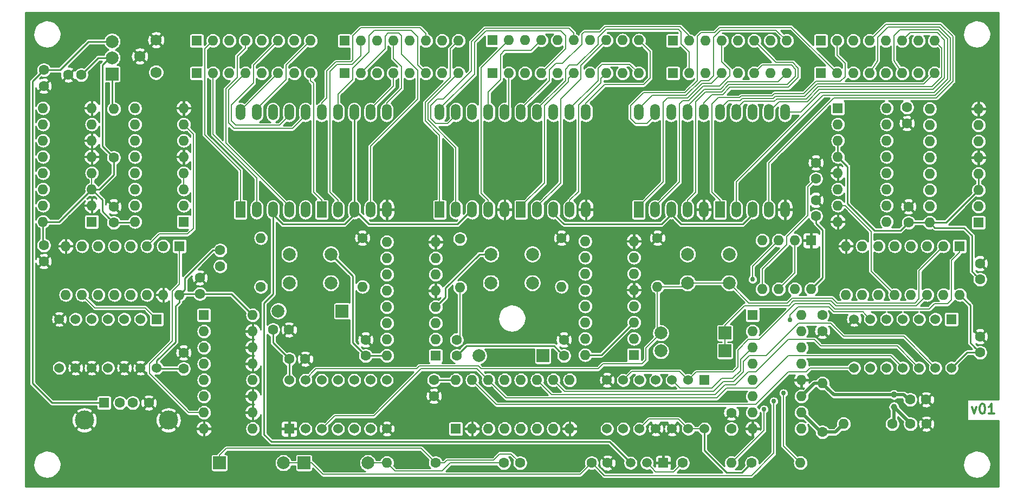
<source format=gtl>
G04 #@! TF.GenerationSoftware,KiCad,Pcbnew,(5.1.2-1)-1*
G04 #@! TF.CreationDate,2019-07-28T19:22:19-07:00*
G04 #@! TF.ProjectId,clock,636c6f63-6b2e-46b6-9963-61645f706362,v01*
G04 #@! TF.SameCoordinates,Original*
G04 #@! TF.FileFunction,Copper,L1,Top*
G04 #@! TF.FilePolarity,Positive*
%FSLAX46Y46*%
G04 Gerber Fmt 4.6, Leading zero omitted, Abs format (unit mm)*
G04 Created by KiCad (PCBNEW (5.1.2-1)-1) date 2019-07-28 19:22:19*
%MOMM*%
%LPD*%
G04 APERTURE LIST*
%ADD10C,0.300000*%
%ADD11C,2.000000*%
%ADD12R,2.000000X2.000000*%
%ADD13O,1.600000X1.600000*%
%ADD14C,1.600000*%
%ADD15R,1.600000X1.600000*%
%ADD16C,1.524000*%
%ADD17C,1.750000*%
%ADD18R,1.524000X2.524000*%
%ADD19O,1.524000X2.524000*%
%ADD20R,1.500000X1.500000*%
%ADD21C,1.500000*%
%ADD22C,1.000000*%
%ADD23C,3.000000*%
%ADD24C,0.762000*%
%ADD25C,0.254000*%
%ADD26C,0.508000*%
%ADD27C,0.177800*%
G04 APERTURE END LIST*
D10*
X272534285Y-119312571D02*
X272891428Y-120312571D01*
X273248571Y-119312571D01*
X274105714Y-118812571D02*
X274248571Y-118812571D01*
X274391428Y-118884000D01*
X274462857Y-118955428D01*
X274534285Y-119098285D01*
X274605714Y-119384000D01*
X274605714Y-119741142D01*
X274534285Y-120026857D01*
X274462857Y-120169714D01*
X274391428Y-120241142D01*
X274248571Y-120312571D01*
X274105714Y-120312571D01*
X273962857Y-120241142D01*
X273891428Y-120169714D01*
X273820000Y-120026857D01*
X273748571Y-119741142D01*
X273748571Y-119384000D01*
X273820000Y-119098285D01*
X273891428Y-118955428D01*
X273962857Y-118884000D01*
X274105714Y-118812571D01*
X276034285Y-120312571D02*
X275177142Y-120312571D01*
X275605714Y-120312571D02*
X275605714Y-118812571D01*
X275462857Y-119026857D01*
X275320000Y-119169714D01*
X275177142Y-119241142D01*
D11*
X223934000Y-110490000D03*
D12*
X233934000Y-110490000D03*
D11*
X223934000Y-107696000D03*
D12*
X233934000Y-107696000D03*
D13*
X223393000Y-100457000D03*
D14*
X223393000Y-92837000D03*
D13*
X220472000Y-67056000D03*
X217932000Y-67056000D03*
X215392000Y-67056000D03*
X212852000Y-67056000D03*
X210312000Y-67056000D03*
X207772000Y-67056000D03*
X205232000Y-67056000D03*
X202692000Y-67056000D03*
X200152000Y-67056000D03*
D15*
X197612000Y-67056000D03*
D13*
X220472000Y-61912000D03*
X217932000Y-61912000D03*
X215392000Y-61912000D03*
X212852000Y-61912000D03*
X210312000Y-61912000D03*
X207772000Y-61912000D03*
X205232000Y-61912000D03*
X202692000Y-61912000D03*
X200152000Y-61912000D03*
D15*
X197612000Y-61912000D03*
D13*
X169189000Y-67056000D03*
X166649000Y-67056000D03*
X164109000Y-67056000D03*
X161569000Y-67056000D03*
X159029000Y-67056000D03*
X156489000Y-67056000D03*
X153949000Y-67056000D03*
D15*
X151409000Y-67056000D03*
D13*
X169164000Y-61976000D03*
X166624000Y-61976000D03*
X164084000Y-61976000D03*
X161544000Y-61976000D03*
X159004000Y-61976000D03*
X156464000Y-61976000D03*
X153924000Y-61976000D03*
D15*
X151384000Y-61976000D03*
D13*
X192278000Y-67056000D03*
X189738000Y-67056000D03*
X187198000Y-67056000D03*
X184658000Y-67056000D03*
X182118000Y-67056000D03*
X179578000Y-67056000D03*
X177038000Y-67056000D03*
D15*
X174498000Y-67056000D03*
D13*
X192278000Y-61976000D03*
X189738000Y-61976000D03*
X187198000Y-61976000D03*
X184658000Y-61976000D03*
X182118000Y-61976000D03*
X179578000Y-61976000D03*
X177038000Y-61976000D03*
D15*
X174498000Y-61976000D03*
D13*
X243586000Y-67056000D03*
X241046000Y-67056000D03*
X238506000Y-67056000D03*
X235966000Y-67056000D03*
X233426000Y-67056000D03*
X230886000Y-67056000D03*
X228346000Y-67056000D03*
D15*
X225806000Y-67056000D03*
D13*
X243586000Y-61976000D03*
X241046000Y-61976000D03*
X238506000Y-61976000D03*
X235966000Y-61976000D03*
X233426000Y-61976000D03*
X230886000Y-61976000D03*
X228346000Y-61976000D03*
D15*
X225806000Y-61976000D03*
D13*
X266700000Y-67056000D03*
X264160000Y-67056000D03*
X261620000Y-67056000D03*
X259080000Y-67056000D03*
X256540000Y-67056000D03*
X254000000Y-67056000D03*
X251460000Y-67056000D03*
D15*
X248920000Y-67056000D03*
D13*
X266700000Y-61976000D03*
X264160000Y-61976000D03*
X261620000Y-61976000D03*
X259080000Y-61976000D03*
X256540000Y-61976000D03*
X254000000Y-61976000D03*
X251460000Y-61976000D03*
D15*
X248920000Y-61976000D03*
D14*
X131350000Y-67310000D03*
X133350000Y-67310000D03*
D11*
X138176000Y-62103000D03*
X138176000Y-64643000D03*
D12*
X138176000Y-67183000D03*
D15*
X230759000Y-115062000D03*
D16*
X230759000Y-122682000D03*
X228219000Y-122682000D03*
X225679000Y-122682000D03*
X223139000Y-122682000D03*
X220599000Y-122682000D03*
X218059000Y-122682000D03*
X215519000Y-122682000D03*
X215519000Y-115062000D03*
X218059000Y-115062000D03*
X220599000Y-115062000D03*
X223139000Y-115062000D03*
X225679000Y-115062000D03*
X228219000Y-115062000D03*
D17*
X145034000Y-66929000D03*
X142494000Y-64389000D03*
X145034000Y-61849000D03*
D18*
X202057000Y-88392000D03*
D19*
X204597000Y-88392000D03*
X207137000Y-88392000D03*
X209677000Y-88392000D03*
X212217000Y-88392000D03*
X212217000Y-73152000D03*
X209677000Y-73152000D03*
X207137000Y-73152000D03*
X204597000Y-73152000D03*
X202057000Y-73152000D03*
D13*
X138430000Y-72644000D03*
D14*
X138430000Y-80264000D03*
X127508000Y-69048000D03*
X127508000Y-66548000D03*
D15*
X165862000Y-122682000D03*
D16*
X165862000Y-115062000D03*
X168402000Y-115062000D03*
X170942000Y-115062000D03*
X173482000Y-115062000D03*
X176022000Y-115062000D03*
X178562000Y-115062000D03*
X181102000Y-115062000D03*
X181102000Y-122682000D03*
X178562000Y-122682000D03*
X176022000Y-122682000D03*
X173482000Y-122682000D03*
X170942000Y-122682000D03*
X168402000Y-122682000D03*
D15*
X145161000Y-105537000D03*
D16*
X145161000Y-113157000D03*
X142621000Y-113157000D03*
X140081000Y-113157000D03*
X137541000Y-113157000D03*
X135001000Y-113157000D03*
X132461000Y-113157000D03*
X129921000Y-113157000D03*
X129921000Y-105537000D03*
X132461000Y-105537000D03*
X135001000Y-105537000D03*
X137541000Y-105537000D03*
X140081000Y-105537000D03*
X142621000Y-105537000D03*
D15*
X269367000Y-105537000D03*
D16*
X269367000Y-113157000D03*
X266827000Y-113157000D03*
X264287000Y-113157000D03*
X261747000Y-113157000D03*
X259207000Y-113157000D03*
X256667000Y-113157000D03*
X254127000Y-113157000D03*
X254127000Y-105537000D03*
X256667000Y-105537000D03*
X259207000Y-105537000D03*
X261747000Y-105537000D03*
X264287000Y-105537000D03*
X266827000Y-105537000D03*
D14*
X234950000Y-120182000D03*
X234950000Y-122682000D03*
D13*
X245745000Y-128016000D03*
D14*
X238125000Y-128016000D03*
X273812000Y-108244000D03*
X273812000Y-110744000D03*
D20*
X224282000Y-128016000D03*
D21*
X219202000Y-128016000D03*
X221742000Y-128016000D03*
D13*
X141732000Y-90297000D03*
X149352000Y-72517000D03*
X141732000Y-87757000D03*
X149352000Y-75057000D03*
X141732000Y-85217000D03*
X149352000Y-77597000D03*
X141732000Y-82677000D03*
X149352000Y-80137000D03*
X141732000Y-80137000D03*
X149352000Y-82677000D03*
X141732000Y-77597000D03*
X149352000Y-85217000D03*
X141732000Y-75057000D03*
X149352000Y-87757000D03*
X141732000Y-72517000D03*
D15*
X149352000Y-90297000D03*
D13*
X252476000Y-121920000D03*
D14*
X260096000Y-121920000D03*
D13*
X249174000Y-115570000D03*
D14*
X249174000Y-123190000D03*
D18*
X233172000Y-88392000D03*
D19*
X235712000Y-88392000D03*
X238252000Y-88392000D03*
X240792000Y-88392000D03*
X243332000Y-88392000D03*
X243332000Y-73152000D03*
X240792000Y-73152000D03*
X238252000Y-73152000D03*
X235712000Y-73152000D03*
X233172000Y-73152000D03*
D18*
X220472000Y-88392000D03*
D19*
X223012000Y-88392000D03*
X225552000Y-88392000D03*
X228092000Y-88392000D03*
X230632000Y-88392000D03*
X230632000Y-73152000D03*
X228092000Y-73152000D03*
X225552000Y-73152000D03*
X223012000Y-73152000D03*
X220472000Y-73152000D03*
D18*
X189357000Y-88392000D03*
D19*
X191897000Y-88392000D03*
X194437000Y-88392000D03*
X196977000Y-88392000D03*
X199517000Y-88392000D03*
X199517000Y-73152000D03*
X196977000Y-73152000D03*
X194437000Y-73152000D03*
X191897000Y-73152000D03*
X189357000Y-73152000D03*
D18*
X170942000Y-88392000D03*
D19*
X173482000Y-88392000D03*
X176022000Y-88392000D03*
X178562000Y-88392000D03*
X181102000Y-88392000D03*
X181102000Y-73152000D03*
X178562000Y-73152000D03*
X176022000Y-73152000D03*
X173482000Y-73152000D03*
X170942000Y-73152000D03*
D18*
X158242000Y-88392000D03*
D19*
X160782000Y-88392000D03*
X163322000Y-88392000D03*
X165862000Y-88392000D03*
X168402000Y-88392000D03*
X168402000Y-73152000D03*
X165862000Y-73152000D03*
X163322000Y-73152000D03*
X160782000Y-73152000D03*
X158242000Y-73152000D03*
D22*
X260350000Y-119248000D03*
X260350000Y-117348000D03*
D13*
X245872000Y-104902000D03*
X238252000Y-122682000D03*
X245872000Y-107442000D03*
X238252000Y-120142000D03*
X245872000Y-109982000D03*
X238252000Y-117602000D03*
X245872000Y-112522000D03*
X238252000Y-115062000D03*
X245872000Y-115062000D03*
X238252000Y-112522000D03*
X245872000Y-117602000D03*
X238252000Y-109982000D03*
X245872000Y-120142000D03*
X238252000Y-107442000D03*
X245872000Y-122682000D03*
D15*
X238252000Y-104902000D03*
D13*
X270637000Y-101727000D03*
X252857000Y-94107000D03*
X268097000Y-101727000D03*
X255397000Y-94107000D03*
X265557000Y-101727000D03*
X257937000Y-94107000D03*
X263017000Y-101727000D03*
X260477000Y-94107000D03*
X260477000Y-101727000D03*
X263017000Y-94107000D03*
X257937000Y-101727000D03*
X265557000Y-94107000D03*
X255397000Y-101727000D03*
X268097000Y-94107000D03*
X252857000Y-101727000D03*
D15*
X270637000Y-94107000D03*
D13*
X191897000Y-115062000D03*
X209677000Y-122682000D03*
X194437000Y-115062000D03*
X207137000Y-122682000D03*
X196977000Y-115062000D03*
X204597000Y-122682000D03*
X199517000Y-115062000D03*
X202057000Y-122682000D03*
X202057000Y-115062000D03*
X199517000Y-122682000D03*
X204597000Y-115062000D03*
X196977000Y-122682000D03*
X207137000Y-115062000D03*
X194437000Y-122682000D03*
X209677000Y-115062000D03*
D15*
X191897000Y-122682000D03*
D13*
X148717000Y-101727000D03*
X130937000Y-94107000D03*
X146177000Y-101727000D03*
X133477000Y-94107000D03*
X143637000Y-101727000D03*
X136017000Y-94107000D03*
X141097000Y-101727000D03*
X138557000Y-94107000D03*
X138557000Y-101727000D03*
X141097000Y-94107000D03*
X136017000Y-101727000D03*
X143637000Y-94107000D03*
X133477000Y-101727000D03*
X146177000Y-94107000D03*
X130937000Y-101727000D03*
D15*
X148717000Y-94107000D03*
D13*
X265938000Y-90424000D03*
X273558000Y-72644000D03*
X265938000Y-87884000D03*
X273558000Y-75184000D03*
X265938000Y-85344000D03*
X273558000Y-77724000D03*
X265938000Y-82804000D03*
X273558000Y-80264000D03*
X265938000Y-80264000D03*
X273558000Y-82804000D03*
X265938000Y-77724000D03*
X273558000Y-85344000D03*
X265938000Y-75184000D03*
X273558000Y-87884000D03*
X265938000Y-72644000D03*
D15*
X273558000Y-90424000D03*
D13*
X212090000Y-111125000D03*
X219710000Y-93345000D03*
X212090000Y-108585000D03*
X219710000Y-95885000D03*
X212090000Y-106045000D03*
X219710000Y-98425000D03*
X212090000Y-103505000D03*
X219710000Y-100965000D03*
X212090000Y-100965000D03*
X219710000Y-103505000D03*
X212090000Y-98425000D03*
X219710000Y-106045000D03*
X212090000Y-95885000D03*
X219710000Y-108585000D03*
X212090000Y-93345000D03*
D15*
X219710000Y-111125000D03*
D13*
X259207000Y-72517000D03*
X251587000Y-90297000D03*
X259207000Y-75057000D03*
X251587000Y-87757000D03*
X259207000Y-77597000D03*
X251587000Y-85217000D03*
X259207000Y-80137000D03*
X251587000Y-82677000D03*
X259207000Y-82677000D03*
X251587000Y-80137000D03*
X259207000Y-85217000D03*
X251587000Y-77597000D03*
X259207000Y-87757000D03*
X251587000Y-75057000D03*
X259207000Y-90297000D03*
D15*
X251587000Y-72517000D03*
D13*
X181102000Y-111252000D03*
X188722000Y-93472000D03*
X181102000Y-108712000D03*
X188722000Y-96012000D03*
X181102000Y-106172000D03*
X188722000Y-98552000D03*
X181102000Y-103632000D03*
X188722000Y-101092000D03*
X181102000Y-101092000D03*
X188722000Y-103632000D03*
X181102000Y-98552000D03*
X188722000Y-106172000D03*
X181102000Y-96012000D03*
X188722000Y-108712000D03*
X181102000Y-93472000D03*
D15*
X188722000Y-111252000D03*
D13*
X127381000Y-90297000D03*
X135001000Y-72517000D03*
X127381000Y-87757000D03*
X135001000Y-75057000D03*
X127381000Y-85217000D03*
X135001000Y-77597000D03*
X127381000Y-82677000D03*
X135001000Y-80137000D03*
X127381000Y-80137000D03*
X135001000Y-82677000D03*
X127381000Y-77597000D03*
X135001000Y-85217000D03*
X127381000Y-75057000D03*
X135001000Y-87757000D03*
X127381000Y-72517000D03*
D15*
X135001000Y-90297000D03*
D11*
X164117000Y-104267000D03*
D12*
X174117000Y-104267000D03*
D11*
X195486000Y-111252000D03*
D12*
X205486000Y-111252000D03*
D13*
X161417000Y-92837000D03*
D14*
X161417000Y-100457000D03*
D13*
X192532000Y-100584000D03*
D14*
X192532000Y-92964000D03*
D13*
X177292000Y-100457000D03*
D14*
X177292000Y-92837000D03*
D13*
X208407000Y-100457000D03*
D14*
X208407000Y-92837000D03*
D11*
X172362000Y-95377000D03*
X172362000Y-99877000D03*
X165862000Y-95377000D03*
X165862000Y-99877000D03*
X203858000Y-95377000D03*
X203858000Y-99877000D03*
X197358000Y-95377000D03*
X197358000Y-99877000D03*
X234592000Y-95377000D03*
X234592000Y-99877000D03*
X228092000Y-95377000D03*
X228092000Y-99877000D03*
D13*
X160147000Y-104902000D03*
X152527000Y-122682000D03*
X160147000Y-107442000D03*
X152527000Y-120142000D03*
X160147000Y-109982000D03*
X152527000Y-117602000D03*
X160147000Y-112522000D03*
X152527000Y-115062000D03*
X160147000Y-115062000D03*
X152527000Y-112522000D03*
X160147000Y-117602000D03*
X152527000Y-109982000D03*
X160147000Y-120142000D03*
X152527000Y-107442000D03*
X160147000Y-122682000D03*
D15*
X152527000Y-104902000D03*
D14*
X262930000Y-121920000D03*
X265430000Y-121920000D03*
X265390000Y-118110000D03*
X262890000Y-118110000D03*
X155067000Y-97242000D03*
X155067000Y-94742000D03*
X192024000Y-108752000D03*
X192024000Y-111252000D03*
X249174000Y-107402000D03*
X249174000Y-104902000D03*
X168362000Y-111760000D03*
X165862000Y-111760000D03*
X165822000Y-107188000D03*
X163322000Y-107188000D03*
X151892000Y-101560000D03*
X151892000Y-99060000D03*
X273812000Y-96814000D03*
X273812000Y-99314000D03*
X188468000Y-117562000D03*
X188468000Y-115062000D03*
X149352000Y-110784000D03*
X149352000Y-113284000D03*
X262636000Y-87924000D03*
X262636000Y-90424000D03*
X208788000Y-108752000D03*
X208788000Y-111252000D03*
X138430000Y-87924000D03*
X138430000Y-90424000D03*
X262382000Y-74890000D03*
X262382000Y-72390000D03*
X177800000Y-108752000D03*
X177800000Y-111252000D03*
X127508000Y-96480000D03*
X127508000Y-93980000D03*
D23*
X146976000Y-121328000D03*
X133836000Y-121328000D03*
D15*
X136906000Y-118618000D03*
D14*
X139406000Y-118618000D03*
X141406000Y-118618000D03*
X143906000Y-118618000D03*
X215606000Y-128016000D03*
X213106000Y-128016000D03*
X248158000Y-81066000D03*
X248158000Y-83566000D03*
X248158000Y-86908000D03*
X248158000Y-89408000D03*
D11*
X178148000Y-128016000D03*
D12*
X168148000Y-128016000D03*
D11*
X164940000Y-128016000D03*
D12*
X154940000Y-128016000D03*
D14*
X201930000Y-128016000D03*
X199390000Y-128016000D03*
D13*
X181102000Y-128016000D03*
D14*
X188722000Y-128016000D03*
D13*
X234950000Y-128016000D03*
D14*
X227330000Y-128016000D03*
D13*
X247396000Y-100838000D03*
X239776000Y-93218000D03*
X244856000Y-100838000D03*
X242316000Y-93218000D03*
X242316000Y-100838000D03*
X244856000Y-93218000D03*
X239776000Y-100838000D03*
D15*
X247396000Y-93218000D03*
D24*
X237617000Y-64770000D03*
X237617000Y-64770000D03*
X240030000Y-119634000D03*
X238252000Y-99314000D03*
X244094000Y-105664000D03*
X243078000Y-117094014D03*
X241554000Y-118364004D03*
D25*
X238125000Y-122809000D02*
X238252000Y-122682000D01*
X260350000Y-119340000D02*
X260350000Y-119248000D01*
X260350000Y-121666000D02*
X260096000Y-121920000D01*
D26*
X260350000Y-119248000D02*
X260350000Y-121666000D01*
D25*
X262930000Y-121828000D02*
X262930000Y-121920000D01*
D26*
X260350000Y-119248000D02*
X262930000Y-121828000D01*
X247904000Y-115570000D02*
X249174000Y-115570000D01*
X245872000Y-117602000D02*
X247904000Y-115570000D01*
X261874000Y-117348000D02*
X262890000Y-118364000D01*
X260350000Y-117348000D02*
X261874000Y-117348000D01*
X249174000Y-115570000D02*
X249973999Y-116369999D01*
X250952000Y-117348000D02*
X249973999Y-116369999D01*
X260350000Y-117348000D02*
X250952000Y-117348000D01*
D25*
X248920000Y-123190000D02*
X249174000Y-123190000D01*
D26*
X245872000Y-120142000D02*
X248920000Y-123190000D01*
X251206000Y-123190000D02*
X252476000Y-121920000D01*
X249174000Y-123190000D02*
X251206000Y-123190000D01*
D25*
X138176000Y-72390000D02*
X138430000Y-72644000D01*
X138176000Y-67183000D02*
X138176000Y-72390000D01*
D27*
X240030000Y-120172815D02*
X240030000Y-119634000D01*
X240030000Y-122936000D02*
X240030000Y-120172815D01*
X234950000Y-128016000D02*
X240030000Y-122936000D01*
X238252000Y-97282000D02*
X242316000Y-93218000D01*
X238252000Y-99314000D02*
X238252000Y-97282000D01*
X149352000Y-82677000D02*
X149352000Y-85217000D01*
D25*
X251587000Y-80137000D02*
X251587000Y-77597000D01*
X214630000Y-111125000D02*
X212090000Y-111125000D01*
X219710000Y-106045000D02*
X214630000Y-111125000D01*
X263767370Y-90424000D02*
X265938000Y-90424000D01*
X262636000Y-90424000D02*
X263767370Y-90424000D01*
X268478000Y-90424000D02*
X273558000Y-85344000D01*
X265938000Y-90424000D02*
X268478000Y-90424000D01*
X273558000Y-82804000D02*
X273558000Y-85344000D01*
X273012001Y-109944001D02*
X273812000Y-110744000D01*
X272288000Y-109220000D02*
X273012001Y-109944001D01*
X272288000Y-103378000D02*
X272288000Y-109220000D01*
X270637000Y-101727000D02*
X272288000Y-103378000D01*
X269367000Y-113157000D02*
X271780000Y-110744000D01*
X175768000Y-98783000D02*
X175768000Y-109220000D01*
X175768000Y-109220000D02*
X177800000Y-111252000D01*
X172362000Y-95377000D02*
X175768000Y-98783000D01*
X181102000Y-111252000D02*
X177800000Y-111252000D01*
X188468000Y-115062000D02*
X191897000Y-115062000D01*
X165862000Y-115062000D02*
X165862000Y-111760000D01*
X163322000Y-109220000D02*
X165862000Y-111760000D01*
X163322000Y-107188000D02*
X163322000Y-109220000D01*
X141605000Y-90424000D02*
X141732000Y-90297000D01*
X138430000Y-90424000D02*
X141605000Y-90424000D01*
X136652000Y-88646000D02*
X137630001Y-89624001D01*
X137630001Y-89624001D02*
X138430000Y-90424000D01*
X136652000Y-86868000D02*
X136652000Y-88646000D01*
X135001000Y-85217000D02*
X136652000Y-86868000D01*
X127381000Y-93853000D02*
X127508000Y-93980000D01*
X127381000Y-90297000D02*
X127381000Y-93853000D01*
X129921000Y-90297000D02*
X135001000Y-85217000D01*
X127381000Y-90297000D02*
X129921000Y-90297000D01*
D27*
X135001000Y-83808370D02*
X135001000Y-85217000D01*
X135001000Y-82677000D02*
X135001000Y-83808370D01*
D25*
X190246000Y-100693787D02*
X195562787Y-95377000D01*
X190246000Y-102108000D02*
X190246000Y-100693787D01*
X188722000Y-103632000D02*
X190246000Y-102108000D01*
X207264000Y-109728000D02*
X207988001Y-110452001D01*
X207988001Y-110452001D02*
X208788000Y-111252000D01*
X193548000Y-109728000D02*
X207264000Y-109728000D01*
X192024000Y-111252000D02*
X193548000Y-109728000D01*
X195562787Y-95377000D02*
X197358000Y-95377000D01*
X249174000Y-91555370D02*
X249174000Y-99060000D01*
X248195999Y-100038001D02*
X247396000Y-100838000D01*
X249174000Y-99060000D02*
X248195999Y-100038001D01*
X248158000Y-90539370D02*
X249174000Y-91555370D01*
X248158000Y-89408000D02*
X248158000Y-90539370D01*
X236601000Y-129540000D02*
X234203059Y-129540000D01*
X238125000Y-128016000D02*
X236601000Y-129540000D01*
X272542000Y-98044000D02*
X273012001Y-98514001D01*
X271309999Y-91223999D02*
X272542000Y-92456000D01*
X272542000Y-92456000D02*
X272542000Y-98044000D01*
X266737999Y-91223999D02*
X271309999Y-91223999D01*
X273012001Y-98514001D02*
X273812000Y-99314000D01*
X265938000Y-90424000D02*
X266737999Y-91223999D01*
X271780000Y-110744000D02*
X273812000Y-110744000D01*
X148717000Y-102858370D02*
X148717000Y-101727000D01*
X148082000Y-109104630D02*
X148082000Y-103493370D01*
X145161000Y-112025630D02*
X148082000Y-109104630D01*
X148082000Y-103493370D02*
X148717000Y-102858370D01*
X145161000Y-113157000D02*
X145161000Y-112025630D01*
X145288000Y-113284000D02*
X145161000Y-113157000D01*
X149352000Y-113284000D02*
X145288000Y-113284000D01*
X160147000Y-104902000D02*
X156972000Y-101727000D01*
X148884000Y-101560000D02*
X148717000Y-101727000D01*
X151892000Y-101560000D02*
X148884000Y-101560000D01*
X156805000Y-101560000D02*
X156972000Y-101727000D01*
X151892000Y-101560000D02*
X156805000Y-101560000D01*
X153935630Y-94742000D02*
X155067000Y-94742000D01*
X149516999Y-100927001D02*
X149516999Y-99160631D01*
X149516999Y-99160631D02*
X153935630Y-94742000D01*
X148717000Y-101727000D02*
X149516999Y-100927001D01*
X261366000Y-91694000D02*
X261836001Y-91223999D01*
X257319923Y-91694000D02*
X261366000Y-91694000D01*
X253111000Y-87485077D02*
X257319923Y-91694000D01*
X261836001Y-91223999D02*
X262636000Y-90424000D01*
X253111000Y-81661000D02*
X253111000Y-87485077D01*
X251587000Y-80137000D02*
X253111000Y-81661000D01*
X230759000Y-126095941D02*
X230759000Y-122682000D01*
X234203059Y-129540000D02*
X230759000Y-126095941D01*
X138430000Y-81395370D02*
X138430000Y-80264000D01*
X138430000Y-82919370D02*
X138430000Y-81395370D01*
X136132370Y-85217000D02*
X138430000Y-82919370D01*
X135001000Y-85217000D02*
X136132370Y-85217000D01*
X137795000Y-64643000D02*
X138176000Y-64643000D01*
X136652000Y-65786000D02*
X137795000Y-64643000D01*
X136652000Y-78486000D02*
X136652000Y-65786000D01*
X138430000Y-80264000D02*
X136652000Y-78486000D01*
X136017000Y-64643000D02*
X138176000Y-64643000D01*
X133350000Y-67310000D02*
X136017000Y-64643000D01*
D27*
X227457001Y-121920001D02*
X228219000Y-122682000D01*
X222123000Y-121158000D02*
X226695000Y-121158000D01*
X226695000Y-121158000D02*
X227457001Y-121920001D01*
X220599000Y-122682000D02*
X222123000Y-121158000D01*
X229296630Y-122682000D02*
X230759000Y-122682000D01*
X228219000Y-122682000D02*
X229296630Y-122682000D01*
X226949000Y-116332000D02*
X226440999Y-115823999D01*
X236397811Y-111836189D02*
X236397811Y-113577136D01*
X236397811Y-113577136D02*
X235166947Y-114808000D01*
X233426000Y-114808000D02*
X231902000Y-116332000D01*
X235166947Y-114808000D02*
X233426000Y-114808000D01*
X238252000Y-109982000D02*
X236397811Y-111836189D01*
X231902000Y-116332000D02*
X226949000Y-116332000D01*
X226440999Y-115823999D02*
X225679000Y-115062000D01*
X171741999Y-121882001D02*
X170942000Y-122682000D01*
X179070000Y-120650000D02*
X172974000Y-120650000D01*
X186436000Y-113284000D02*
X179070000Y-120650000D01*
X195199000Y-113284000D02*
X186436000Y-113284000D01*
X172974000Y-120650000D02*
X171741999Y-121882001D01*
X196977000Y-115062000D02*
X195199000Y-113284000D01*
X259842000Y-111252000D02*
X260947001Y-112357001D01*
X243840000Y-111252000D02*
X259842000Y-111252000D01*
X238760000Y-116332000D02*
X243840000Y-111252000D01*
X234188000Y-116332000D02*
X238760000Y-116332000D01*
X232664000Y-117856000D02*
X234188000Y-116332000D01*
X260947001Y-112357001D02*
X261747000Y-113157000D01*
X199771000Y-117856000D02*
X232664000Y-117856000D01*
X196977000Y-115062000D02*
X199771000Y-117856000D01*
X144018000Y-112504078D02*
X144018000Y-114046000D01*
X147574000Y-108948078D02*
X144018000Y-112504078D01*
X147574000Y-101178506D02*
X147574000Y-108948078D01*
X148717000Y-100035506D02*
X147574000Y-101178506D01*
X148717000Y-94107000D02*
X148717000Y-100035506D01*
X150114000Y-120142000D02*
X152527000Y-120142000D01*
X144018000Y-114046000D02*
X150114000Y-120142000D01*
X259677001Y-100927001D02*
X260477000Y-101727000D01*
X256794099Y-98044099D02*
X259677001Y-100927001D01*
X256794099Y-91832729D02*
X256794099Y-98044099D01*
X252718370Y-87757000D02*
X256794099Y-91832729D01*
X251587000Y-87757000D02*
X252718370Y-87757000D01*
X192532000Y-108244000D02*
X192024000Y-108752000D01*
X192532000Y-100584000D02*
X192532000Y-108244000D01*
X179562213Y-128016000D02*
X181102000Y-128016000D01*
X178148000Y-128016000D02*
X179562213Y-128016000D01*
X243078000Y-125349000D02*
X243078000Y-117632829D01*
X243078000Y-117632829D02*
X243078000Y-117094014D01*
X245745000Y-128016000D02*
X243078000Y-125349000D01*
X182372000Y-129286000D02*
X181102000Y-128016000D01*
X191008000Y-128016000D02*
X189738000Y-129286000D01*
X189738000Y-129286000D02*
X182372000Y-129286000D01*
X199390000Y-128016000D02*
X191008000Y-128016000D01*
X186436000Y-125730000D02*
X188722000Y-128016000D01*
X156048200Y-125730000D02*
X186436000Y-125730000D01*
X154940000Y-126838200D02*
X156048200Y-125730000D01*
X154940000Y-128016000D02*
X154940000Y-126838200D01*
X197789810Y-127584190D02*
X198755000Y-126619000D01*
X190067664Y-128016000D02*
X190499474Y-127584190D01*
X200533000Y-126619000D02*
X201930000Y-128016000D01*
X198755000Y-126619000D02*
X200533000Y-126619000D01*
X190499474Y-127584190D02*
X197789810Y-127584190D01*
X188722000Y-128016000D02*
X190067664Y-128016000D01*
X222491999Y-128765999D02*
X221742000Y-128016000D01*
X223139000Y-129413000D02*
X222491999Y-128765999D01*
X225933000Y-129413000D02*
X223139000Y-129413000D01*
X227330000Y-128016000D02*
X225933000Y-129413000D01*
D25*
X163322000Y-101600000D02*
X163322000Y-89908000D01*
X161925000Y-123571000D02*
X161925000Y-102997000D01*
X163322000Y-89908000D02*
X163322000Y-88392000D01*
X215900000Y-124714000D02*
X163068000Y-124714000D01*
X161925000Y-102997000D02*
X163322000Y-101600000D01*
X163068000Y-124714000D02*
X161925000Y-123571000D01*
X219202000Y-128016000D02*
X215900000Y-124714000D01*
X176022000Y-73152000D02*
X176022000Y-88392000D01*
X192151000Y-90678000D02*
X178308000Y-90678000D01*
X178308000Y-90678000D02*
X176022000Y-88392000D01*
X194437000Y-88392000D02*
X192151000Y-90678000D01*
X176022000Y-89154000D02*
X176022000Y-88392000D01*
X174498000Y-90678000D02*
X176022000Y-89154000D01*
X163322000Y-89154000D02*
X164846000Y-90678000D01*
X164846000Y-90678000D02*
X174498000Y-90678000D01*
X163322000Y-88392000D02*
X163322000Y-89154000D01*
X208788000Y-90678000D02*
X207137000Y-89027000D01*
X224028000Y-90678000D02*
X208788000Y-90678000D01*
X207137000Y-89027000D02*
X207137000Y-88392000D01*
X225552000Y-89154000D02*
X224028000Y-90678000D01*
X225552000Y-88392000D02*
X225552000Y-89154000D01*
X238252000Y-89154000D02*
X238252000Y-88392000D01*
X227076000Y-90678000D02*
X236728000Y-90678000D01*
X236728000Y-90678000D02*
X238252000Y-89154000D01*
X225552000Y-89154000D02*
X227076000Y-90678000D01*
X130048000Y-66548000D02*
X127508000Y-66548000D01*
X134493000Y-62103000D02*
X130048000Y-66548000D01*
X138176000Y-62103000D02*
X134493000Y-62103000D01*
X128778000Y-118618000D02*
X136906000Y-118618000D01*
X125730000Y-115570000D02*
X128778000Y-118618000D01*
X125730000Y-68326000D02*
X125730000Y-115570000D01*
X127508000Y-66548000D02*
X125730000Y-68326000D01*
D27*
X242038722Y-71094622D02*
X241657722Y-71475622D01*
X266257872Y-69189622D02*
X248515722Y-69189622D01*
X266700000Y-61976000D02*
X267842901Y-63118901D01*
X267842901Y-63118901D02*
X267842901Y-67604593D01*
X267842901Y-67604593D02*
X266257872Y-69189622D01*
X241657722Y-71475622D02*
X236888378Y-71475622D01*
X235712000Y-72652000D02*
X235712000Y-73152000D01*
X248515722Y-69189622D02*
X246610722Y-71094622D01*
X246610722Y-71094622D02*
X242038722Y-71094622D01*
X236888378Y-71475622D02*
X235712000Y-72652000D01*
X268274711Y-61859217D02*
X268274712Y-67783454D01*
X262890000Y-60706000D02*
X267121494Y-60706000D01*
X246789583Y-71526433D02*
X242417567Y-71526433D01*
X267121494Y-60706000D02*
X268274711Y-61859217D01*
X261620000Y-61976000D02*
X262890000Y-60706000D01*
X268274712Y-67783454D02*
X266436733Y-69621433D01*
X266436733Y-69621433D02*
X248694583Y-69621433D01*
X248694583Y-69621433D02*
X246789583Y-71526433D01*
X242417567Y-71526433D02*
X240792000Y-73152000D01*
X240792000Y-86952200D02*
X240792000Y-88392000D01*
X259105433Y-59410567D02*
X267658077Y-59410567D01*
X269570143Y-68320039D02*
X266973316Y-70916866D01*
X267658077Y-59410567D02*
X269570143Y-61322635D01*
X269570143Y-61322635D02*
X269570143Y-68320039D01*
X256540000Y-61976000D02*
X259105433Y-59410567D01*
X250969912Y-70916866D02*
X240792000Y-81094778D01*
X266973316Y-70916866D02*
X250969912Y-70916866D01*
X240792000Y-81094778D02*
X240792000Y-86952200D01*
X233172000Y-86952200D02*
X233172000Y-88392000D01*
X232918000Y-70866000D02*
X231902000Y-71882000D01*
X241681000Y-70231000D02*
X241300000Y-70612000D01*
X252730000Y-65532000D02*
X252730000Y-67613873D01*
X252017873Y-68326000D02*
X248158000Y-68326000D01*
X236220000Y-70866000D02*
X232918000Y-70866000D01*
X236474000Y-70612000D02*
X236220000Y-70866000D01*
X231902000Y-85682200D02*
X233172000Y-86952200D01*
X241300000Y-70612000D02*
X236474000Y-70612000D01*
X248158000Y-68326000D02*
X246253000Y-70231000D01*
X252730000Y-67613873D02*
X252017873Y-68326000D01*
X246253000Y-70231000D02*
X241681000Y-70231000D01*
X231902000Y-71882000D02*
X231902000Y-85682200D01*
X251460000Y-64262000D02*
X252730000Y-65532000D01*
X251460000Y-61976000D02*
X251460000Y-64262000D01*
X233172000Y-72652000D02*
X233172000Y-73152000D01*
X266700000Y-67056000D02*
X264998189Y-68757811D01*
X236652861Y-71043811D02*
X236322672Y-71374000D01*
X234450000Y-71374000D02*
X233172000Y-72652000D01*
X248336861Y-68757811D02*
X246431861Y-70662811D01*
X246431861Y-70662811D02*
X241859861Y-70662811D01*
X241478861Y-71043811D02*
X236652861Y-71043811D01*
X236322672Y-71374000D02*
X234450000Y-71374000D01*
X264998189Y-68757811D02*
X248336861Y-68757811D01*
X241859861Y-70662811D02*
X241478861Y-71043811D01*
X248873444Y-70053244D02*
X245774688Y-73152000D01*
X260350000Y-61214000D02*
X261289811Y-60274189D01*
X244271800Y-73152000D02*
X243332000Y-73152000D01*
X266615594Y-70053244D02*
X248873444Y-70053244D01*
X268706521Y-67962317D02*
X266615594Y-70053244D01*
X268706521Y-61680357D02*
X268706521Y-67962317D01*
X261289811Y-60274189D02*
X267300355Y-60274189D01*
X260350000Y-65056000D02*
X260350000Y-61214000D01*
X267300355Y-60274189D02*
X268706521Y-61680357D01*
X245774688Y-73152000D02*
X244271800Y-73152000D01*
X261620000Y-67056000D02*
X260350000Y-65056000D01*
X235712000Y-86952200D02*
X235712000Y-88392000D01*
X235712000Y-84074000D02*
X235712000Y-86952200D01*
X249300945Y-70485055D02*
X235712000Y-84074000D01*
X266794455Y-70485055D02*
X249300945Y-70485055D01*
X269138332Y-68141178D02*
X266794455Y-70485055D01*
X269138332Y-61501496D02*
X269138332Y-68141178D01*
X267479216Y-59842378D02*
X269138332Y-61501496D01*
X259435622Y-59842378D02*
X267479216Y-59842378D01*
X257810000Y-61468000D02*
X259435622Y-59842378D01*
X257810000Y-65056000D02*
X257810000Y-61468000D01*
X256540000Y-67056000D02*
X257810000Y-65056000D01*
X219964000Y-74930000D02*
X221734000Y-74930000D01*
X219202000Y-72136000D02*
X219202000Y-74168000D01*
X221234000Y-70104000D02*
X219202000Y-72136000D01*
X229616000Y-68199000D02*
X227711000Y-70104000D01*
X229616000Y-61320753D02*
X229616000Y-68199000D01*
X223012000Y-73652000D02*
X223012000Y-73152000D01*
X230230753Y-60706000D02*
X229616000Y-61320753D01*
X232307328Y-60706000D02*
X230230753Y-60706000D01*
X251460000Y-67056000D02*
X244297189Y-59893189D01*
X227711000Y-70104000D02*
X221234000Y-70104000D01*
X221734000Y-74930000D02*
X223012000Y-73652000D01*
X244297189Y-59893189D02*
X233120139Y-59893189D01*
X233120139Y-59893189D02*
X232307328Y-60706000D01*
X219202000Y-74168000D02*
X219964000Y-74930000D01*
X227889861Y-70535811D02*
X222588189Y-70535811D01*
X231372705Y-68244623D02*
X230181049Y-68244623D01*
X220472000Y-72652000D02*
X220472000Y-73152000D01*
X230181049Y-68244623D02*
X227889861Y-70535811D01*
X232156000Y-61468000D02*
X232156000Y-67461328D01*
X243586000Y-61976000D02*
X241935000Y-60325000D01*
X241935000Y-60325000D02*
X233299000Y-60325000D01*
X232156000Y-67461328D02*
X231372705Y-68244623D01*
X233299000Y-60325000D02*
X232156000Y-61468000D01*
X222588189Y-70535811D02*
X220472000Y-72652000D01*
X245414811Y-66242139D02*
X245414811Y-67742861D01*
X234739699Y-69265811D02*
X233571321Y-70434189D01*
X231910011Y-70434189D02*
X230632000Y-71712200D01*
X244526861Y-65354189D02*
X245414811Y-66242139D01*
X241884189Y-65354189D02*
X244526861Y-65354189D01*
X245414811Y-67742861D02*
X243891861Y-69265811D01*
X238506000Y-61976000D02*
X241884189Y-65354189D01*
X243891861Y-69265811D02*
X234739699Y-69265811D01*
X233571321Y-70434189D02*
X231910011Y-70434189D01*
X230632000Y-71712200D02*
X230632000Y-73152000D01*
X226822000Y-71882000D02*
X226822000Y-84082000D01*
X223012000Y-87892000D02*
X223012000Y-88392000D01*
X226822000Y-84082000D02*
X223012000Y-87892000D01*
X227304567Y-71399433D02*
X226822000Y-71882000D01*
X228247583Y-71399433D02*
X227304567Y-71399433D01*
X233065247Y-69108245D02*
X230538771Y-69108245D01*
X234696000Y-66548000D02*
X234696000Y-67477494D01*
X234696000Y-67477494D02*
X233065247Y-69108245D01*
X230538771Y-69108245D02*
X228247583Y-71399433D01*
X233426000Y-65278000D02*
X234696000Y-66548000D01*
X233426000Y-61976000D02*
X233426000Y-65278000D01*
X206502000Y-66548000D02*
X206502000Y-68207000D01*
X202057000Y-72652000D02*
X202057000Y-73152000D01*
X206502000Y-68207000D02*
X202057000Y-72652000D01*
X211582000Y-62535747D02*
X208585747Y-65532000D01*
X207518000Y-65532000D02*
X206502000Y-66548000D01*
X211582000Y-60960000D02*
X211582000Y-62535747D01*
X211963000Y-60579000D02*
X211582000Y-60960000D01*
X214422834Y-60579000D02*
X211963000Y-60579000D01*
X226898189Y-59766189D02*
X215235645Y-59766189D01*
X215235645Y-59766189D02*
X214422834Y-60579000D01*
X208585747Y-65532000D02*
X207518000Y-65532000D01*
X228346000Y-61214000D02*
X226898189Y-59766189D01*
X228346000Y-61976000D02*
X228346000Y-61214000D01*
X228092000Y-72165688D02*
X228092000Y-73152000D01*
X243586000Y-67056000D02*
X242239811Y-68402189D01*
X242239811Y-68402189D02*
X234381977Y-68402189D01*
X234381977Y-68402189D02*
X233244108Y-69540056D01*
X230717632Y-69540056D02*
X228092000Y-72165688D01*
X233244108Y-69540056D02*
X230717632Y-69540056D01*
X228092000Y-86952200D02*
X228092000Y-88392000D01*
X233422969Y-69971867D02*
X230896493Y-69971867D01*
X244983000Y-67564000D02*
X243713000Y-68834000D01*
X244348000Y-65786000D02*
X244983000Y-66421000D01*
X230896493Y-69971867D02*
X229362000Y-71506360D01*
X238506000Y-67056000D02*
X239776000Y-65786000D01*
X239776000Y-65786000D02*
X244348000Y-65786000D01*
X234560838Y-68834000D02*
X233422969Y-69971867D01*
X229362000Y-85682200D02*
X228092000Y-86952200D01*
X243713000Y-68834000D02*
X234560838Y-68834000D01*
X229362000Y-71506360D02*
X229362000Y-85682200D01*
X244983000Y-66421000D02*
X244983000Y-67564000D01*
X224282000Y-84082000D02*
X220472000Y-87892000D01*
X224942378Y-70967622D02*
X224282000Y-71628000D01*
X233426000Y-67056000D02*
X231805566Y-68676434D01*
X220472000Y-87892000D02*
X220472000Y-88392000D01*
X230359910Y-68676434D02*
X228068722Y-70967622D01*
X231805566Y-68676434D02*
X230359910Y-68676434D01*
X228068722Y-70967622D02*
X224942378Y-70967622D01*
X224282000Y-71628000D02*
X224282000Y-84082000D01*
X227076000Y-60579000D02*
X227076000Y-62484000D01*
X228346000Y-63754000D02*
X228346000Y-67056000D01*
X226695000Y-60198000D02*
X227076000Y-60579000D01*
X204597000Y-73152000D02*
X204597000Y-72652000D01*
X214122000Y-61490506D02*
X215414506Y-60198000D01*
X210871747Y-65786000D02*
X214122000Y-62535747D01*
X214122000Y-62535747D02*
X214122000Y-61490506D01*
X209042000Y-68207000D02*
X209042000Y-66421000D01*
X204597000Y-72652000D02*
X209042000Y-68207000D01*
X227076000Y-62484000D02*
X228346000Y-63754000D01*
X209677000Y-65786000D02*
X210871747Y-65786000D01*
X209042000Y-66421000D02*
X209677000Y-65786000D01*
X215414506Y-60198000D02*
X226695000Y-60198000D01*
X189357000Y-86952200D02*
X189357000Y-88392000D01*
X191008000Y-67715328D02*
X187096378Y-71626950D01*
X187096378Y-74525722D02*
X189357000Y-76786344D01*
X187096378Y-71626950D02*
X187096378Y-74525722D01*
X191008000Y-63246000D02*
X191008000Y-67715328D01*
X189357000Y-76786344D02*
X189357000Y-86952200D01*
X192278000Y-61976000D02*
X191008000Y-63246000D01*
X171704000Y-70950200D02*
X170942000Y-71712200D01*
X175514000Y-65278000D02*
X173125329Y-65278000D01*
X170942000Y-71712200D02*
X170942000Y-73152000D01*
X175768000Y-65024000D02*
X175514000Y-65278000D01*
X177038000Y-59944000D02*
X175768000Y-61214000D01*
X186297370Y-59944000D02*
X177038000Y-59944000D01*
X187198000Y-61976000D02*
X187198000Y-60844630D01*
X173125329Y-65278000D02*
X171704000Y-66699329D01*
X175768000Y-61214000D02*
X175768000Y-65024000D01*
X171704000Y-66699329D02*
X171704000Y-70950200D01*
X187198000Y-60844630D02*
X186297370Y-59944000D01*
X181102000Y-71712200D02*
X181102000Y-73152000D01*
X183388000Y-69426200D02*
X181102000Y-71712200D01*
X183388000Y-66040000D02*
X183388000Y-69426200D01*
X182118000Y-64770000D02*
X183388000Y-66040000D01*
X182118000Y-61976000D02*
X182118000Y-64770000D01*
X175692861Y-65709811D02*
X173304190Y-65709811D01*
X177038000Y-61976000D02*
X177038000Y-64364672D01*
X173304190Y-65709811D02*
X172212000Y-66802001D01*
X177038000Y-64364672D02*
X175692861Y-65709811D01*
X172212000Y-66802001D02*
X172212000Y-85682200D01*
X172212000Y-85682200D02*
X173482000Y-86952200D01*
X173482000Y-86952200D02*
X173482000Y-88392000D01*
X191897000Y-86952200D02*
X191897000Y-88392000D01*
X191897000Y-78715672D02*
X191897000Y-86952200D01*
X187528189Y-71805811D02*
X187528189Y-74346861D01*
X187528189Y-74346861D02*
X191897000Y-78715672D01*
X192278000Y-67056000D02*
X187528189Y-71805811D01*
X179146189Y-60375811D02*
X178308000Y-61214000D01*
X184919558Y-60375811D02*
X179146189Y-60375811D01*
X175768000Y-68072000D02*
X173482000Y-70358000D01*
X175768000Y-66294000D02*
X175768000Y-68072000D01*
X187198000Y-67056000D02*
X185928000Y-65786000D01*
X185928000Y-65786000D02*
X185928000Y-61384253D01*
X185928000Y-61384253D02*
X184919558Y-60375811D01*
X173482000Y-71712200D02*
X173482000Y-73152000D01*
X178308000Y-63754000D02*
X175768000Y-66294000D01*
X173482000Y-70358000D02*
X173482000Y-71712200D01*
X178308000Y-61214000D02*
X178308000Y-63754000D01*
X182118000Y-69096000D02*
X178562000Y-72652000D01*
X178562000Y-72652000D02*
X178562000Y-73152000D01*
X182118000Y-67056000D02*
X182118000Y-69096000D01*
X185928000Y-66634506D02*
X185928000Y-71120000D01*
X183388000Y-61214000D02*
X183388000Y-64094506D01*
X185928000Y-71120000D02*
X178562000Y-78486000D01*
X178562000Y-86952200D02*
X178562000Y-88392000D01*
X177038000Y-67056000D02*
X180848000Y-63246000D01*
X178562000Y-78486000D02*
X178562000Y-86952200D01*
X180848000Y-63246000D02*
X180848000Y-61257253D01*
X180848000Y-61257253D02*
X181297631Y-60807622D01*
X182981622Y-60807622D02*
X183388000Y-61214000D01*
X181297631Y-60807622D02*
X182981622Y-60807622D01*
X183388000Y-64094506D02*
X185928000Y-66634506D01*
X168148000Y-128016000D02*
X164940000Y-128016000D01*
X213106000Y-128016000D02*
X215061810Y-129971810D01*
X244856000Y-98298000D02*
X242316000Y-100838000D01*
X244856000Y-93218000D02*
X244856000Y-98298000D01*
X215099950Y-130009950D02*
X238056296Y-130009950D01*
X241554000Y-126512246D02*
X241554000Y-118902819D01*
X241554000Y-118902819D02*
X241554000Y-118364004D01*
X213106000Y-128016000D02*
X215099950Y-130009950D01*
X238056296Y-130009950D02*
X241554000Y-126512246D01*
X212306001Y-128815999D02*
X213106000Y-128016000D01*
X211328000Y-129794000D02*
X212306001Y-128815999D01*
X169325800Y-128016000D02*
X171103800Y-129794000D01*
X171103800Y-129794000D02*
X211328000Y-129794000D01*
X168148000Y-128016000D02*
X169325800Y-128016000D01*
X247358001Y-84365999D02*
X248158000Y-83566000D01*
X246888000Y-84836000D02*
X247358001Y-84365999D01*
X243586000Y-93853000D02*
X243586000Y-92598289D01*
X246888000Y-89296289D02*
X246888000Y-84836000D01*
X243586000Y-92598289D02*
X246888000Y-89296289D01*
X239776000Y-97663000D02*
X243586000Y-93853000D01*
X239776000Y-100838000D02*
X239776000Y-97663000D01*
X235966000Y-113030000D02*
X235204000Y-113792000D01*
X237617000Y-108712000D02*
X235966000Y-110363000D01*
X244855999Y-103124001D02*
X239268000Y-108712000D01*
X228980999Y-114300001D02*
X228219000Y-115062000D01*
X239268000Y-108712000D02*
X237617000Y-108712000D01*
X250329164Y-103124001D02*
X244855999Y-103124001D01*
X235204000Y-113792000D02*
X229489000Y-113792000D01*
X269367000Y-102489000D02*
X268732000Y-103124000D01*
X266675672Y-103124000D02*
X265862861Y-103936811D01*
X268732000Y-103124000D02*
X266675672Y-103124000D01*
X229489000Y-113792000D02*
X228980999Y-114300001D01*
X270637000Y-95084800D02*
X269367000Y-96354800D01*
X270637000Y-94107000D02*
X270637000Y-95084800D01*
X235966000Y-110363000D02*
X235966000Y-113030000D01*
X251141974Y-103936811D02*
X250329164Y-103124001D01*
X265862861Y-103936811D02*
X251141974Y-103936811D01*
X269367000Y-96354800D02*
X269367000Y-102489000D01*
X219405189Y-113715811D02*
X218820999Y-114300001D01*
X228219000Y-115062000D02*
X226872811Y-113715811D01*
X226872811Y-113715811D02*
X219405189Y-113715811D01*
X218820999Y-114300001D02*
X218059000Y-115062000D01*
X266065001Y-112395001D02*
X266827000Y-113157000D01*
X250444000Y-106172000D02*
X252476000Y-108204000D01*
X208915000Y-116840000D02*
X232156000Y-116840000D01*
X245450506Y-106172000D02*
X250444000Y-106172000D01*
X237744000Y-111252000D02*
X240370506Y-111252000D01*
X236855000Y-112141000D02*
X237744000Y-111252000D01*
X236855000Y-113792000D02*
X236855000Y-112141000D01*
X207137000Y-115062000D02*
X208915000Y-116840000D01*
X235331000Y-115316000D02*
X236855000Y-113792000D01*
X240370506Y-111252000D02*
X245450506Y-106172000D01*
X233680000Y-115316000D02*
X235331000Y-115316000D01*
X261874000Y-108204000D02*
X266065001Y-112395001D01*
X252476000Y-108204000D02*
X261874000Y-108204000D01*
X232156000Y-116840000D02*
X233680000Y-115316000D01*
X260858000Y-109728000D02*
X263525001Y-112395001D01*
X263525001Y-112395001D02*
X264287000Y-113157000D01*
X248920000Y-109728000D02*
X260858000Y-109728000D01*
X233934000Y-115824000D02*
X235521500Y-115824000D01*
X235521500Y-115824000D02*
X237553500Y-113792000D01*
X243883253Y-108712000D02*
X247904000Y-108712000D01*
X232410000Y-117348000D02*
X233934000Y-115824000D01*
X247904000Y-108712000D02*
X248920000Y-109728000D01*
X237553500Y-113792000D02*
X238803253Y-113792000D01*
X238803253Y-113792000D02*
X243883253Y-108712000D01*
X206883000Y-117348000D02*
X232410000Y-117348000D01*
X204597000Y-115062000D02*
X206883000Y-117348000D01*
X252995630Y-113157000D02*
X254127000Y-113157000D01*
X247269000Y-113157000D02*
X254265630Y-113157000D01*
X246634000Y-113792000D02*
X247269000Y-113157000D01*
X198247000Y-118872000D02*
X238760000Y-118872000D01*
X243840000Y-113792000D02*
X246634000Y-113792000D01*
X238760000Y-118872000D02*
X243840000Y-113792000D01*
X194437000Y-115062000D02*
X198247000Y-118872000D01*
X150151999Y-75856999D02*
X149352000Y-75057000D01*
X149987000Y-92202000D02*
X150876000Y-91313000D01*
X145542000Y-92202000D02*
X149987000Y-92202000D01*
X150876000Y-76581000D02*
X150151999Y-75856999D01*
X150876000Y-91313000D02*
X150876000Y-76581000D01*
X143637000Y-94107000D02*
X145542000Y-92202000D01*
X135509000Y-103759000D02*
X143383000Y-103759000D01*
X143383000Y-103759000D02*
X145161000Y-105537000D01*
X133477000Y-101727000D02*
X135509000Y-103759000D01*
X160782000Y-72652000D02*
X160782000Y-73152000D01*
X165354000Y-65786000D02*
X165354000Y-68080000D01*
X165354000Y-68080000D02*
X160782000Y-72652000D01*
X169164000Y-61976000D02*
X165354000Y-65786000D01*
X156819622Y-74523622D02*
X157480000Y-75184000D01*
X164330000Y-75184000D02*
X165862000Y-73652000D01*
X160274000Y-65786000D02*
X160274000Y-68580000D01*
X160274000Y-68580000D02*
X156819622Y-72034378D01*
X164084000Y-61976000D02*
X160274000Y-65786000D01*
X156819622Y-72034378D02*
X156819622Y-74523622D01*
X157480000Y-75184000D02*
X164330000Y-75184000D01*
X165862000Y-73652000D02*
X165862000Y-73152000D01*
X165862000Y-87892000D02*
X165862000Y-88392000D01*
X157734000Y-64377370D02*
X157734000Y-67715329D01*
X159004000Y-63107370D02*
X157734000Y-64377370D01*
X159004000Y-61976000D02*
X159004000Y-63107370D01*
X155956000Y-77986000D02*
X165862000Y-87892000D01*
X155956000Y-69493329D02*
X155956000Y-77986000D01*
X157734000Y-67715329D02*
X155956000Y-69493329D01*
X158242000Y-82296000D02*
X158242000Y-88392000D01*
X152654000Y-76708000D02*
X158242000Y-82296000D01*
X152654000Y-63246000D02*
X152654000Y-76708000D01*
X153924000Y-61976000D02*
X152654000Y-63246000D01*
X170942000Y-86952200D02*
X170942000Y-88392000D01*
X169672000Y-68670370D02*
X169672000Y-85682200D01*
X169189000Y-68187370D02*
X169672000Y-68670370D01*
X169672000Y-85682200D02*
X170942000Y-86952200D01*
X169189000Y-67056000D02*
X169189000Y-68187370D01*
X158242000Y-72923000D02*
X158242000Y-73152000D01*
X164109000Y-67056000D02*
X158242000Y-72923000D01*
X168402000Y-73652000D02*
X168402000Y-73152000D01*
X157226000Y-75692000D02*
X166362000Y-75692000D01*
X156387811Y-74853811D02*
X157226000Y-75692000D01*
X156387811Y-69697189D02*
X156387811Y-74853811D01*
X166362000Y-75692000D02*
X168402000Y-73652000D01*
X159029000Y-67056000D02*
X156387811Y-69697189D01*
X160782000Y-86952200D02*
X160782000Y-88392000D01*
X160782000Y-83463328D02*
X160782000Y-86952200D01*
X153949000Y-76630328D02*
X160782000Y-83463328D01*
X153949000Y-67056000D02*
X153949000Y-76630328D01*
X212217000Y-71755000D02*
X212217000Y-73152000D01*
X215138000Y-68834000D02*
X212217000Y-71755000D01*
X221234000Y-68834000D02*
X215138000Y-68834000D01*
X222250000Y-63690000D02*
X222250000Y-67818000D01*
X222250000Y-67818000D02*
X221234000Y-68834000D01*
X220472000Y-61912000D02*
X222250000Y-63690000D01*
X204597000Y-87892000D02*
X204597000Y-88392000D01*
X208280000Y-71120000D02*
X208280000Y-84209000D01*
X208280000Y-84209000D02*
X204597000Y-87892000D01*
X215392000Y-61912000D02*
X211454901Y-65849099D01*
X211454901Y-67945099D02*
X208280000Y-71120000D01*
X211454901Y-65849099D02*
X211454901Y-67945099D01*
X191897000Y-73652000D02*
X191897000Y-73152000D01*
X188722000Y-74930000D02*
X190619000Y-74930000D01*
X187960000Y-74168000D02*
X188722000Y-74930000D01*
X189905494Y-71120000D02*
X188976000Y-71120000D01*
X190619000Y-74930000D02*
X191897000Y-73652000D01*
X194310000Y-62127328D02*
X194310000Y-66715494D01*
X210312000Y-61912000D02*
X210312000Y-60780630D01*
X196417139Y-60020189D02*
X194310000Y-62127328D01*
X209551559Y-60020189D02*
X196417139Y-60020189D01*
X188976000Y-71120000D02*
X187960000Y-72136000D01*
X194310000Y-66715494D02*
X189905494Y-71120000D01*
X210312000Y-60780630D02*
X209551559Y-60020189D01*
X187960000Y-72136000D02*
X187960000Y-74168000D01*
X196977000Y-69977000D02*
X196977000Y-73152000D01*
X198882000Y-68072000D02*
X196977000Y-69977000D01*
X203644000Y-63500000D02*
X199517000Y-63500000D01*
X198882000Y-64135000D02*
X198882000Y-68072000D01*
X199517000Y-63500000D02*
X198882000Y-64135000D01*
X205232000Y-61912000D02*
X203644000Y-63500000D01*
X196977000Y-86952200D02*
X196977000Y-88392000D01*
X195834000Y-85809200D02*
X196977000Y-86952200D01*
X195834000Y-66230000D02*
X195834000Y-85809200D01*
X200152000Y-61912000D02*
X195834000Y-66230000D01*
X209677000Y-72652000D02*
X209677000Y-73152000D01*
X214122000Y-66294000D02*
X214122000Y-68207000D01*
X214757000Y-65659000D02*
X214122000Y-66294000D01*
X219075000Y-65659000D02*
X214757000Y-65659000D01*
X214122000Y-68207000D02*
X209677000Y-72652000D01*
X220472000Y-67056000D02*
X219075000Y-65659000D01*
X209677000Y-86952200D02*
X209677000Y-88392000D01*
X211074000Y-85555200D02*
X209677000Y-86952200D01*
X211074000Y-72057211D02*
X211074000Y-85555200D01*
X214592001Y-68539210D02*
X211074000Y-72057211D01*
X214592001Y-67855999D02*
X214592001Y-68539210D01*
X215392000Y-67056000D02*
X214592001Y-67855999D01*
X202057000Y-87892000D02*
X202057000Y-88392000D01*
X209512001Y-68363999D02*
X205740000Y-72136000D01*
X205740000Y-84209000D02*
X202057000Y-87892000D01*
X205740000Y-72136000D02*
X205740000Y-84209000D01*
X209512001Y-67855999D02*
X209512001Y-68363999D01*
X210312000Y-67056000D02*
X209512001Y-67855999D01*
X209042000Y-61214000D02*
X208280000Y-60452000D01*
X209042000Y-63246000D02*
X209042000Y-61214000D01*
X205232000Y-67056000D02*
X209042000Y-63246000D01*
X196596000Y-60452000D02*
X194818000Y-62230000D01*
X194818000Y-62230000D02*
X194818000Y-67191000D01*
X189357000Y-72652000D02*
X189357000Y-73152000D01*
X194818000Y-67191000D02*
X189357000Y-72652000D01*
X208280000Y-60452000D02*
X196596000Y-60452000D01*
X200152000Y-72517000D02*
X199517000Y-73152000D01*
X200152000Y-67056000D02*
X200152000Y-72517000D01*
X223393000Y-107155000D02*
X223934000Y-107696000D01*
X223393000Y-100457000D02*
X223393000Y-107155000D01*
X227512000Y-100457000D02*
X228092000Y-99877000D01*
X223393000Y-100457000D02*
X227512000Y-100457000D01*
X228092000Y-99877000D02*
X234592000Y-99877000D01*
X168402000Y-114935000D02*
X168402000Y-115062000D01*
X186232810Y-112852190D02*
X185801000Y-113284000D01*
X170053000Y-113284000D02*
X168402000Y-114935000D01*
X185801000Y-113284000D02*
X170053000Y-113284000D01*
X195834000Y-113284000D02*
X195402190Y-112852190D01*
X214122000Y-113284000D02*
X195834000Y-113284000D01*
X214884000Y-112522000D02*
X214122000Y-113284000D01*
X220980000Y-112522000D02*
X214884000Y-112522000D01*
X195402190Y-112852190D02*
X186232810Y-112852190D01*
X221615000Y-110015000D02*
X221615000Y-111887000D01*
X221615000Y-111887000D02*
X220980000Y-112522000D01*
X223934000Y-107696000D02*
X221615000Y-110015000D01*
X264287000Y-97917000D02*
X267297001Y-94906999D01*
X264287000Y-102362000D02*
X264287000Y-97917000D01*
X263652000Y-102997000D02*
X264287000Y-102362000D01*
X251460000Y-102997000D02*
X263652000Y-102997000D01*
X244475000Y-102235000D02*
X250698000Y-102235000D01*
X250698000Y-102235000D02*
X251460000Y-102997000D01*
X243713000Y-102997000D02*
X244475000Y-102235000D01*
X267297001Y-94906999D02*
X268097000Y-94107000D01*
X237712000Y-102997000D02*
X243713000Y-102997000D01*
X234592000Y-99877000D02*
X237712000Y-102997000D01*
X233934000Y-109312200D02*
X233934000Y-107696000D01*
X233934000Y-110490000D02*
X233934000Y-109312200D01*
X251281139Y-103428811D02*
X263855189Y-103428811D01*
X233934000Y-106518200D02*
X237023389Y-103428811D01*
X264757001Y-102526999D02*
X265557000Y-101727000D01*
X243916189Y-103428811D02*
X244652809Y-102692191D01*
X250544519Y-102692191D02*
X251281139Y-103428811D01*
X237023389Y-103428811D02*
X243916189Y-103428811D01*
X233934000Y-107696000D02*
X233934000Y-106518200D01*
X244652809Y-102692191D02*
X250544519Y-102692191D01*
X263855189Y-103428811D02*
X264757001Y-102526999D01*
X244094000Y-104902000D02*
X245364000Y-103632000D01*
X255905001Y-104775001D02*
X256667000Y-105537000D01*
X255498622Y-104368622D02*
X255905001Y-104775001D01*
X250226491Y-103632000D02*
X250963113Y-104368622D01*
X244094000Y-105664000D02*
X244094000Y-104902000D01*
X250963113Y-104368622D02*
X255498622Y-104368622D01*
X245364000Y-103632000D02*
X250226491Y-103632000D01*
D25*
G36*
X276720301Y-118098000D02*
G01*
X271789000Y-118098000D01*
X271789000Y-121410000D01*
X276720301Y-121410000D01*
X276720301Y-131686300D01*
X124599700Y-131686300D01*
X124599700Y-128300382D01*
X125840212Y-128300382D01*
X125887551Y-128722416D01*
X126015962Y-129127218D01*
X126220553Y-129499368D01*
X126493533Y-129824693D01*
X126824502Y-130090799D01*
X127200856Y-130287552D01*
X127608258Y-130407457D01*
X128031191Y-130445947D01*
X128453546Y-130401556D01*
X128859234Y-130275974D01*
X129232804Y-130073986D01*
X129560026Y-129803284D01*
X129828437Y-129474180D01*
X130027812Y-129099209D01*
X130150558Y-128692654D01*
X130192000Y-128270000D01*
X130191152Y-128209243D01*
X130137925Y-127787910D01*
X130003875Y-127384941D01*
X129794288Y-127016000D01*
X153557157Y-127016000D01*
X153557157Y-129016000D01*
X153564513Y-129090689D01*
X153586299Y-129162508D01*
X153621678Y-129228696D01*
X153669289Y-129286711D01*
X153727304Y-129334322D01*
X153793492Y-129369701D01*
X153865311Y-129391487D01*
X153940000Y-129398843D01*
X155940000Y-129398843D01*
X156014689Y-129391487D01*
X156086508Y-129369701D01*
X156152696Y-129334322D01*
X156210711Y-129286711D01*
X156258322Y-129228696D01*
X156293701Y-129162508D01*
X156315487Y-129090689D01*
X156322843Y-129016000D01*
X156322843Y-127016000D01*
X156315487Y-126941311D01*
X156293701Y-126869492D01*
X156258322Y-126803304D01*
X156210711Y-126745289D01*
X156152696Y-126697678D01*
X156086508Y-126662299D01*
X156014689Y-126640513D01*
X155940000Y-126633157D01*
X155809581Y-126633157D01*
X156242839Y-126199900D01*
X186241362Y-126199900D01*
X187623463Y-127582002D01*
X187586386Y-127671515D01*
X187541000Y-127899682D01*
X187541000Y-128132318D01*
X187586386Y-128360485D01*
X187675412Y-128575413D01*
X187804658Y-128768843D01*
X187851915Y-128816100D01*
X182566639Y-128816100D01*
X182203570Y-128453031D01*
X182265912Y-128247516D01*
X182288714Y-128016000D01*
X182265912Y-127784484D01*
X182198381Y-127561864D01*
X182088717Y-127356697D01*
X181941134Y-127176866D01*
X181761303Y-127029283D01*
X181556136Y-126919619D01*
X181333516Y-126852088D01*
X181160016Y-126835000D01*
X181043984Y-126835000D01*
X180870484Y-126852088D01*
X180647864Y-126919619D01*
X180442697Y-127029283D01*
X180262866Y-127176866D01*
X180115283Y-127356697D01*
X180014045Y-127546100D01*
X179448145Y-127546100D01*
X179371826Y-127361851D01*
X179220693Y-127135664D01*
X179028336Y-126943307D01*
X178802149Y-126792174D01*
X178550823Y-126688071D01*
X178284017Y-126635000D01*
X178011983Y-126635000D01*
X177745177Y-126688071D01*
X177493851Y-126792174D01*
X177267664Y-126943307D01*
X177075307Y-127135664D01*
X176924174Y-127361851D01*
X176820071Y-127613177D01*
X176767000Y-127879983D01*
X176767000Y-128152017D01*
X176820071Y-128418823D01*
X176924174Y-128670149D01*
X177075307Y-128896336D01*
X177267664Y-129088693D01*
X177493851Y-129239826D01*
X177697306Y-129324100D01*
X171298439Y-129324100D01*
X169674395Y-127700057D01*
X169659677Y-127682123D01*
X169588125Y-127623402D01*
X169530843Y-127592784D01*
X169530843Y-127016000D01*
X169523487Y-126941311D01*
X169501701Y-126869492D01*
X169466322Y-126803304D01*
X169418711Y-126745289D01*
X169360696Y-126697678D01*
X169294508Y-126662299D01*
X169222689Y-126640513D01*
X169148000Y-126633157D01*
X167148000Y-126633157D01*
X167073311Y-126640513D01*
X167001492Y-126662299D01*
X166935304Y-126697678D01*
X166877289Y-126745289D01*
X166829678Y-126803304D01*
X166794299Y-126869492D01*
X166772513Y-126941311D01*
X166765157Y-127016000D01*
X166765157Y-127546100D01*
X166240145Y-127546100D01*
X166163826Y-127361851D01*
X166012693Y-127135664D01*
X165820336Y-126943307D01*
X165594149Y-126792174D01*
X165342823Y-126688071D01*
X165076017Y-126635000D01*
X164803983Y-126635000D01*
X164537177Y-126688071D01*
X164285851Y-126792174D01*
X164059664Y-126943307D01*
X163867307Y-127135664D01*
X163716174Y-127361851D01*
X163612071Y-127613177D01*
X163559000Y-127879983D01*
X163559000Y-128152017D01*
X163612071Y-128418823D01*
X163716174Y-128670149D01*
X163867307Y-128896336D01*
X164059664Y-129088693D01*
X164285851Y-129239826D01*
X164537177Y-129343929D01*
X164803983Y-129397000D01*
X165076017Y-129397000D01*
X165342823Y-129343929D01*
X165594149Y-129239826D01*
X165820336Y-129088693D01*
X166012693Y-128896336D01*
X166163826Y-128670149D01*
X166240145Y-128485900D01*
X166765157Y-128485900D01*
X166765157Y-129016000D01*
X166772513Y-129090689D01*
X166794299Y-129162508D01*
X166829678Y-129228696D01*
X166877289Y-129286711D01*
X166935304Y-129334322D01*
X167001492Y-129369701D01*
X167073311Y-129391487D01*
X167148000Y-129398843D01*
X169148000Y-129398843D01*
X169222689Y-129391487D01*
X169294508Y-129369701D01*
X169360696Y-129334322D01*
X169418711Y-129286711D01*
X169466322Y-129228696D01*
X169501701Y-129162508D01*
X169523487Y-129090689D01*
X169530843Y-129016000D01*
X169530843Y-128885581D01*
X170755209Y-130109948D01*
X170769923Y-130127877D01*
X170841475Y-130186598D01*
X170849043Y-130190643D01*
X170923107Y-130230231D01*
X171011683Y-130257100D01*
X171103800Y-130266173D01*
X171126877Y-130263900D01*
X211304923Y-130263900D01*
X211328000Y-130266173D01*
X211351077Y-130263900D01*
X211420116Y-130257100D01*
X211508693Y-130230231D01*
X211590325Y-130186598D01*
X211661877Y-130127877D01*
X211676595Y-130109943D01*
X212654588Y-129131951D01*
X212654592Y-129131946D01*
X212672002Y-129114536D01*
X212761515Y-129151614D01*
X212989682Y-129197000D01*
X213222318Y-129197000D01*
X213450485Y-129151614D01*
X213539998Y-129114536D01*
X213770119Y-129344657D01*
X214751359Y-130325898D01*
X214766073Y-130343827D01*
X214837625Y-130402548D01*
X214915145Y-130443983D01*
X214919257Y-130446181D01*
X215007832Y-130473050D01*
X215099949Y-130482123D01*
X215123026Y-130479850D01*
X238033219Y-130479850D01*
X238056296Y-130482123D01*
X238079373Y-130479850D01*
X238148412Y-130473050D01*
X238236989Y-130446181D01*
X238318621Y-130402548D01*
X238390173Y-130343827D01*
X238404891Y-130325893D01*
X241869949Y-126860836D01*
X241887877Y-126846123D01*
X241946598Y-126774571D01*
X241990231Y-126692939D01*
X242012660Y-126619000D01*
X242017100Y-126604364D01*
X242026173Y-126512247D01*
X242023900Y-126489170D01*
X242023900Y-118966477D01*
X242039747Y-118955888D01*
X242145884Y-118849751D01*
X242229276Y-118724946D01*
X242286717Y-118586271D01*
X242316000Y-118439054D01*
X242316000Y-118288954D01*
X242286717Y-118141737D01*
X242229276Y-118003062D01*
X242145884Y-117878257D01*
X242039747Y-117772120D01*
X241914942Y-117688728D01*
X241776267Y-117631287D01*
X241629050Y-117602004D01*
X241478950Y-117602004D01*
X241331733Y-117631287D01*
X241193058Y-117688728D01*
X241068253Y-117772120D01*
X240962116Y-117878257D01*
X240878724Y-118003062D01*
X240821283Y-118141737D01*
X240792000Y-118288954D01*
X240792000Y-118439054D01*
X240821283Y-118586271D01*
X240878724Y-118724946D01*
X240962116Y-118849751D01*
X241068253Y-118955888D01*
X241084101Y-118966477D01*
X241084100Y-126317607D01*
X239306000Y-128095708D01*
X239306000Y-127899682D01*
X239260614Y-127671515D01*
X239171588Y-127456587D01*
X239042342Y-127263157D01*
X238877843Y-127098658D01*
X238684413Y-126969412D01*
X238469485Y-126880386D01*
X238241318Y-126835000D01*
X238008682Y-126835000D01*
X237780515Y-126880386D01*
X237565587Y-126969412D01*
X237372157Y-127098658D01*
X237207658Y-127263157D01*
X237078412Y-127456587D01*
X236989386Y-127671515D01*
X236944000Y-127899682D01*
X236944000Y-128132318D01*
X236989386Y-128360485D01*
X237010682Y-128411898D01*
X236390580Y-129032000D01*
X235554518Y-129032000D01*
X235609303Y-129002717D01*
X235789134Y-128855134D01*
X235936717Y-128675303D01*
X236046381Y-128470136D01*
X236113912Y-128247516D01*
X236136714Y-128016000D01*
X236113912Y-127784484D01*
X236051570Y-127578969D01*
X240345949Y-123284590D01*
X240363877Y-123269877D01*
X240422598Y-123198325D01*
X240466231Y-123116693D01*
X240481754Y-123065519D01*
X240493100Y-123028117D01*
X240502173Y-122936000D01*
X240499900Y-122912923D01*
X240499900Y-120236473D01*
X240515747Y-120225884D01*
X240621884Y-120119747D01*
X240705276Y-119994942D01*
X240762717Y-119856267D01*
X240792000Y-119709050D01*
X240792000Y-119558950D01*
X240762717Y-119411733D01*
X240705276Y-119273058D01*
X240621884Y-119148253D01*
X240515747Y-119042116D01*
X240390942Y-118958724D01*
X240252267Y-118901283D01*
X240105050Y-118872000D01*
X239954950Y-118872000D01*
X239807733Y-118901283D01*
X239669058Y-118958724D01*
X239544253Y-119042116D01*
X239438116Y-119148253D01*
X239354724Y-119273058D01*
X239297283Y-119411733D01*
X239271112Y-119543304D01*
X239238717Y-119482697D01*
X239091134Y-119302866D01*
X239033415Y-119255497D01*
X239093877Y-119205877D01*
X239108595Y-119187943D01*
X241277574Y-117018964D01*
X242316000Y-117018964D01*
X242316000Y-117169064D01*
X242345283Y-117316281D01*
X242402724Y-117454956D01*
X242486116Y-117579761D01*
X242592253Y-117685898D01*
X242608101Y-117696487D01*
X242608100Y-125325923D01*
X242605827Y-125349000D01*
X242614900Y-125441115D01*
X242641769Y-125529692D01*
X242685402Y-125611325D01*
X242744123Y-125682877D01*
X242762057Y-125697595D01*
X244643430Y-127578969D01*
X244581088Y-127784484D01*
X244558286Y-128016000D01*
X244581088Y-128247516D01*
X244648619Y-128470136D01*
X244758283Y-128675303D01*
X244905866Y-128855134D01*
X245085697Y-129002717D01*
X245290864Y-129112381D01*
X245513484Y-129179912D01*
X245686984Y-129197000D01*
X245803016Y-129197000D01*
X245976516Y-129179912D01*
X246199136Y-129112381D01*
X246404303Y-129002717D01*
X246584134Y-128855134D01*
X246731717Y-128675303D01*
X246841381Y-128470136D01*
X246892875Y-128300382D01*
X271128212Y-128300382D01*
X271175551Y-128722416D01*
X271303962Y-129127218D01*
X271508553Y-129499368D01*
X271781533Y-129824693D01*
X272112502Y-130090799D01*
X272488856Y-130287552D01*
X272896258Y-130407457D01*
X273319191Y-130445947D01*
X273741546Y-130401556D01*
X274147234Y-130275974D01*
X274520804Y-130073986D01*
X274848026Y-129803284D01*
X275116437Y-129474180D01*
X275315812Y-129099209D01*
X275438558Y-128692654D01*
X275480000Y-128270000D01*
X275479152Y-128209243D01*
X275425925Y-127787910D01*
X275291875Y-127384941D01*
X275082107Y-127015683D01*
X274804612Y-126694202D01*
X274469959Y-126432742D01*
X274090895Y-126241263D01*
X273681858Y-126127058D01*
X273258429Y-126094477D01*
X272836736Y-126144761D01*
X272432841Y-126275995D01*
X272062127Y-126483179D01*
X271738717Y-126758423D01*
X271474927Y-127091243D01*
X271280806Y-127468961D01*
X271163748Y-127877190D01*
X271128212Y-128300382D01*
X246892875Y-128300382D01*
X246908912Y-128247516D01*
X246931714Y-128016000D01*
X246908912Y-127784484D01*
X246841381Y-127561864D01*
X246731717Y-127356697D01*
X246584134Y-127176866D01*
X246404303Y-127029283D01*
X246199136Y-126919619D01*
X245976516Y-126852088D01*
X245803016Y-126835000D01*
X245686984Y-126835000D01*
X245513484Y-126852088D01*
X245307969Y-126914430D01*
X243547900Y-125154362D01*
X243547900Y-120142000D01*
X244685286Y-120142000D01*
X244708088Y-120373516D01*
X244775619Y-120596136D01*
X244885283Y-120801303D01*
X245032866Y-120981134D01*
X245212697Y-121128717D01*
X245417864Y-121238381D01*
X245640484Y-121305912D01*
X245813984Y-121323000D01*
X245930016Y-121323000D01*
X246103516Y-121305912D01*
X246129888Y-121297912D01*
X246522615Y-121690639D01*
X246326136Y-121585619D01*
X246103516Y-121518088D01*
X245930016Y-121501000D01*
X245813984Y-121501000D01*
X245640484Y-121518088D01*
X245417864Y-121585619D01*
X245212697Y-121695283D01*
X245032866Y-121842866D01*
X244885283Y-122022697D01*
X244775619Y-122227864D01*
X244708088Y-122450484D01*
X244685286Y-122682000D01*
X244708088Y-122913516D01*
X244775619Y-123136136D01*
X244885283Y-123341303D01*
X245032866Y-123521134D01*
X245212697Y-123668717D01*
X245417864Y-123778381D01*
X245640484Y-123845912D01*
X245813984Y-123863000D01*
X245930016Y-123863000D01*
X246103516Y-123845912D01*
X246326136Y-123778381D01*
X246531303Y-123668717D01*
X246711134Y-123521134D01*
X246858717Y-123341303D01*
X246968381Y-123136136D01*
X247035912Y-122913516D01*
X247058714Y-122682000D01*
X247035912Y-122450484D01*
X246968381Y-122227864D01*
X246863361Y-122031386D01*
X247993000Y-123161025D01*
X247993000Y-123306318D01*
X248038386Y-123534485D01*
X248127412Y-123749413D01*
X248256658Y-123942843D01*
X248421157Y-124107342D01*
X248614587Y-124236588D01*
X248829515Y-124325614D01*
X249057682Y-124371000D01*
X249290318Y-124371000D01*
X249518485Y-124325614D01*
X249733413Y-124236588D01*
X249926843Y-124107342D01*
X250091342Y-123942843D01*
X250170082Y-123825000D01*
X251174819Y-123825000D01*
X251206000Y-123828071D01*
X251237181Y-123825000D01*
X251237192Y-123825000D01*
X251330482Y-123815812D01*
X251450180Y-123779502D01*
X251560494Y-123720537D01*
X251657185Y-123641185D01*
X251677074Y-123616950D01*
X252218112Y-123075912D01*
X252244484Y-123083912D01*
X252417984Y-123101000D01*
X252534016Y-123101000D01*
X252707516Y-123083912D01*
X252930136Y-123016381D01*
X253135303Y-122906717D01*
X253315134Y-122759134D01*
X253462717Y-122579303D01*
X253572381Y-122374136D01*
X253639912Y-122151516D01*
X253662714Y-121920000D01*
X253651258Y-121803682D01*
X258915000Y-121803682D01*
X258915000Y-122036318D01*
X258960386Y-122264485D01*
X259049412Y-122479413D01*
X259178658Y-122672843D01*
X259343157Y-122837342D01*
X259536587Y-122966588D01*
X259751515Y-123055614D01*
X259979682Y-123101000D01*
X260212318Y-123101000D01*
X260440485Y-123055614D01*
X260655413Y-122966588D01*
X260848843Y-122837342D01*
X261013342Y-122672843D01*
X261142588Y-122479413D01*
X261231614Y-122264485D01*
X261277000Y-122036318D01*
X261277000Y-121803682D01*
X261231614Y-121575515D01*
X261142588Y-121360587D01*
X261013342Y-121167157D01*
X260985000Y-121138815D01*
X260985000Y-120781024D01*
X261791915Y-121587939D01*
X261749000Y-121803682D01*
X261749000Y-122036318D01*
X261794386Y-122264485D01*
X261883412Y-122479413D01*
X262012658Y-122672843D01*
X262177157Y-122837342D01*
X262370587Y-122966588D01*
X262585515Y-123055614D01*
X262813682Y-123101000D01*
X263046318Y-123101000D01*
X263274485Y-123055614D01*
X263489413Y-122966588D01*
X263682843Y-122837342D01*
X263716917Y-122803268D01*
X264636534Y-122803268D01*
X264709731Y-123019397D01*
X264938052Y-123138790D01*
X265185279Y-123211345D01*
X265441911Y-123234275D01*
X265698084Y-123206698D01*
X265943955Y-123129674D01*
X266150269Y-123019397D01*
X266223466Y-122803268D01*
X265430000Y-122009803D01*
X264636534Y-122803268D01*
X263716917Y-122803268D01*
X263847342Y-122672843D01*
X263976588Y-122479413D01*
X264065614Y-122264485D01*
X264111000Y-122036318D01*
X264111000Y-121931911D01*
X264115725Y-121931911D01*
X264143302Y-122188084D01*
X264220326Y-122433955D01*
X264330603Y-122640269D01*
X264546732Y-122713466D01*
X265340197Y-121920000D01*
X265519803Y-121920000D01*
X266313268Y-122713466D01*
X266529397Y-122640269D01*
X266648790Y-122411948D01*
X266721345Y-122164721D01*
X266744275Y-121908089D01*
X266716698Y-121651916D01*
X266639674Y-121406045D01*
X266529397Y-121199731D01*
X266313268Y-121126534D01*
X265519803Y-121920000D01*
X265340197Y-121920000D01*
X264546732Y-121126534D01*
X264330603Y-121199731D01*
X264211210Y-121428052D01*
X264138655Y-121675279D01*
X264115725Y-121931911D01*
X264111000Y-121931911D01*
X264111000Y-121803682D01*
X264065614Y-121575515D01*
X263976588Y-121360587D01*
X263847342Y-121167157D01*
X263716917Y-121036732D01*
X264636534Y-121036732D01*
X265430000Y-121830197D01*
X266223466Y-121036732D01*
X266150269Y-120820603D01*
X265921948Y-120701210D01*
X265674721Y-120628655D01*
X265418089Y-120605725D01*
X265161916Y-120633302D01*
X264916045Y-120710326D01*
X264709731Y-120820603D01*
X264636534Y-121036732D01*
X263716917Y-121036732D01*
X263682843Y-121002658D01*
X263489413Y-120873412D01*
X263274485Y-120784386D01*
X263046318Y-120739000D01*
X262813682Y-120739000D01*
X262751411Y-120751387D01*
X261231000Y-119230976D01*
X261231000Y-119161229D01*
X261197144Y-118991022D01*
X261130732Y-118830690D01*
X261034318Y-118686395D01*
X260911605Y-118563682D01*
X260767310Y-118467268D01*
X260606978Y-118400856D01*
X260436771Y-118367000D01*
X260263229Y-118367000D01*
X260093022Y-118400856D01*
X259932690Y-118467268D01*
X259788395Y-118563682D01*
X259665682Y-118686395D01*
X259569268Y-118830690D01*
X259502856Y-118991022D01*
X259469000Y-119161229D01*
X259469000Y-119334771D01*
X259502856Y-119504978D01*
X259569268Y-119665310D01*
X259665682Y-119809605D01*
X259715000Y-119858923D01*
X259715001Y-120799511D01*
X259536587Y-120873412D01*
X259343157Y-121002658D01*
X259178658Y-121167157D01*
X259049412Y-121360587D01*
X258960386Y-121575515D01*
X258915000Y-121803682D01*
X253651258Y-121803682D01*
X253639912Y-121688484D01*
X253572381Y-121465864D01*
X253462717Y-121260697D01*
X253315134Y-121080866D01*
X253135303Y-120933283D01*
X252930136Y-120823619D01*
X252707516Y-120756088D01*
X252534016Y-120739000D01*
X252417984Y-120739000D01*
X252244484Y-120756088D01*
X252021864Y-120823619D01*
X251816697Y-120933283D01*
X251636866Y-121080866D01*
X251489283Y-121260697D01*
X251379619Y-121465864D01*
X251312088Y-121688484D01*
X251289286Y-121920000D01*
X251312088Y-122151516D01*
X251320088Y-122177888D01*
X250942976Y-122555000D01*
X250170082Y-122555000D01*
X250091342Y-122437157D01*
X249926843Y-122272658D01*
X249733413Y-122143412D01*
X249518485Y-122054386D01*
X249290318Y-122009000D01*
X249057682Y-122009000D01*
X248829515Y-122054386D01*
X248725497Y-122097472D01*
X247027912Y-120399888D01*
X247035912Y-120373516D01*
X247058714Y-120142000D01*
X247035912Y-119910484D01*
X246968381Y-119687864D01*
X246858717Y-119482697D01*
X246711134Y-119302866D01*
X246531303Y-119155283D01*
X246326136Y-119045619D01*
X246103516Y-118978088D01*
X245930016Y-118961000D01*
X245813984Y-118961000D01*
X245640484Y-118978088D01*
X245417864Y-119045619D01*
X245212697Y-119155283D01*
X245032866Y-119302866D01*
X244885283Y-119482697D01*
X244775619Y-119687864D01*
X244708088Y-119910484D01*
X244685286Y-120142000D01*
X243547900Y-120142000D01*
X243547900Y-117696487D01*
X243563747Y-117685898D01*
X243647645Y-117602000D01*
X244685286Y-117602000D01*
X244708088Y-117833516D01*
X244775619Y-118056136D01*
X244885283Y-118261303D01*
X245032866Y-118441134D01*
X245212697Y-118588717D01*
X245417864Y-118698381D01*
X245640484Y-118765912D01*
X245813984Y-118783000D01*
X245930016Y-118783000D01*
X246103516Y-118765912D01*
X246326136Y-118698381D01*
X246531303Y-118588717D01*
X246711134Y-118441134D01*
X246858717Y-118261303D01*
X246968381Y-118056136D01*
X247035912Y-117833516D01*
X247058714Y-117602000D01*
X247035912Y-117370484D01*
X247027912Y-117344112D01*
X248167025Y-116205000D01*
X248174293Y-116205000D01*
X248187283Y-116229303D01*
X248334866Y-116409134D01*
X248514697Y-116556717D01*
X248719864Y-116666381D01*
X248942484Y-116733912D01*
X249115984Y-116751000D01*
X249232016Y-116751000D01*
X249405516Y-116733912D01*
X249431887Y-116725913D01*
X249547041Y-116841067D01*
X249547052Y-116841076D01*
X250480930Y-117774955D01*
X250500815Y-117799185D01*
X250525043Y-117819068D01*
X250597505Y-117878537D01*
X250622377Y-117891831D01*
X250707820Y-117937502D01*
X250827518Y-117973812D01*
X250920808Y-117983000D01*
X250920818Y-117983000D01*
X250951999Y-117986071D01*
X250983180Y-117983000D01*
X259739077Y-117983000D01*
X259788395Y-118032318D01*
X259932690Y-118128732D01*
X260093022Y-118195144D01*
X260263229Y-118229000D01*
X260436771Y-118229000D01*
X260606978Y-118195144D01*
X260767310Y-118128732D01*
X260911605Y-118032318D01*
X260960923Y-117983000D01*
X261610976Y-117983000D01*
X261709000Y-118081024D01*
X261709000Y-118226318D01*
X261754386Y-118454485D01*
X261843412Y-118669413D01*
X261972658Y-118862843D01*
X262137157Y-119027342D01*
X262330587Y-119156588D01*
X262545515Y-119245614D01*
X262773682Y-119291000D01*
X263006318Y-119291000D01*
X263234485Y-119245614D01*
X263449413Y-119156588D01*
X263642843Y-119027342D01*
X263676917Y-118993268D01*
X264596534Y-118993268D01*
X264669731Y-119209397D01*
X264898052Y-119328790D01*
X265145279Y-119401345D01*
X265401911Y-119424275D01*
X265658084Y-119396698D01*
X265903955Y-119319674D01*
X266110269Y-119209397D01*
X266183466Y-118993268D01*
X265390000Y-118199803D01*
X264596534Y-118993268D01*
X263676917Y-118993268D01*
X263807342Y-118862843D01*
X263936588Y-118669413D01*
X264025614Y-118454485D01*
X264071000Y-118226318D01*
X264071000Y-118121911D01*
X264075725Y-118121911D01*
X264103302Y-118378084D01*
X264180326Y-118623955D01*
X264290603Y-118830269D01*
X264506732Y-118903466D01*
X265300197Y-118110000D01*
X265479803Y-118110000D01*
X266273268Y-118903466D01*
X266489397Y-118830269D01*
X266608790Y-118601948D01*
X266681345Y-118354721D01*
X266704275Y-118098089D01*
X266676698Y-117841916D01*
X266599674Y-117596045D01*
X266489397Y-117389731D01*
X266273268Y-117316534D01*
X265479803Y-118110000D01*
X265300197Y-118110000D01*
X264506732Y-117316534D01*
X264290603Y-117389731D01*
X264171210Y-117618052D01*
X264098655Y-117865279D01*
X264075725Y-118121911D01*
X264071000Y-118121911D01*
X264071000Y-117993682D01*
X264025614Y-117765515D01*
X263936588Y-117550587D01*
X263807342Y-117357157D01*
X263676917Y-117226732D01*
X264596534Y-117226732D01*
X265390000Y-118020197D01*
X266183466Y-117226732D01*
X266110269Y-117010603D01*
X265881948Y-116891210D01*
X265634721Y-116818655D01*
X265378089Y-116795725D01*
X265121916Y-116823302D01*
X264876045Y-116900326D01*
X264669731Y-117010603D01*
X264596534Y-117226732D01*
X263676917Y-117226732D01*
X263642843Y-117192658D01*
X263449413Y-117063412D01*
X263234485Y-116974386D01*
X263006318Y-116929000D01*
X262773682Y-116929000D01*
X262545515Y-116974386D01*
X262441496Y-117017472D01*
X262345074Y-116921050D01*
X262325185Y-116896815D01*
X262228494Y-116817463D01*
X262118180Y-116758498D01*
X261998482Y-116722188D01*
X261905192Y-116713000D01*
X261905181Y-116713000D01*
X261874000Y-116709929D01*
X261842819Y-116713000D01*
X260960923Y-116713000D01*
X260911605Y-116663682D01*
X260767310Y-116567268D01*
X260606978Y-116500856D01*
X260436771Y-116467000D01*
X260263229Y-116467000D01*
X260093022Y-116500856D01*
X259932690Y-116567268D01*
X259788395Y-116663682D01*
X259739077Y-116713000D01*
X251215025Y-116713000D01*
X250445076Y-115943052D01*
X250445067Y-115943041D01*
X250329913Y-115827887D01*
X250337912Y-115801516D01*
X250360714Y-115570000D01*
X250337912Y-115338484D01*
X250270381Y-115115864D01*
X250160717Y-114910697D01*
X250013134Y-114730866D01*
X249833303Y-114583283D01*
X249628136Y-114473619D01*
X249405516Y-114406088D01*
X249232016Y-114389000D01*
X249115984Y-114389000D01*
X248942484Y-114406088D01*
X248719864Y-114473619D01*
X248514697Y-114583283D01*
X248334866Y-114730866D01*
X248187283Y-114910697D01*
X248174293Y-114935000D01*
X247935181Y-114935000D01*
X247904000Y-114931929D01*
X247872819Y-114935000D01*
X247872808Y-114935000D01*
X247779518Y-114944188D01*
X247687185Y-114972197D01*
X247659820Y-114980498D01*
X247549506Y-115039462D01*
X247532187Y-115053676D01*
X247452815Y-115118815D01*
X247432930Y-115143045D01*
X247111318Y-115464657D01*
X247152440Y-115329093D01*
X247051292Y-115125500D01*
X245935500Y-115125500D01*
X245935500Y-116241460D01*
X246139094Y-116342442D01*
X246276666Y-116299309D01*
X246129888Y-116446088D01*
X246103516Y-116438088D01*
X245930016Y-116421000D01*
X245813984Y-116421000D01*
X245640484Y-116438088D01*
X245417864Y-116505619D01*
X245212697Y-116615283D01*
X245032866Y-116762866D01*
X244885283Y-116942697D01*
X244775619Y-117147864D01*
X244708088Y-117370484D01*
X244685286Y-117602000D01*
X243647645Y-117602000D01*
X243669884Y-117579761D01*
X243753276Y-117454956D01*
X243810717Y-117316281D01*
X243840000Y-117169064D01*
X243840000Y-117018964D01*
X243810717Y-116871747D01*
X243753276Y-116733072D01*
X243669884Y-116608267D01*
X243563747Y-116502130D01*
X243438942Y-116418738D01*
X243300267Y-116361297D01*
X243153050Y-116332014D01*
X243002950Y-116332014D01*
X242855733Y-116361297D01*
X242717058Y-116418738D01*
X242592253Y-116502130D01*
X242486116Y-116608267D01*
X242402724Y-116733072D01*
X242345283Y-116871747D01*
X242316000Y-117018964D01*
X241277574Y-117018964D01*
X242967445Y-115329093D01*
X244591560Y-115329093D01*
X244658962Y-115551294D01*
X244777727Y-115778544D01*
X244938544Y-115978258D01*
X245135233Y-116142761D01*
X245360236Y-116265731D01*
X245604906Y-116342442D01*
X245808500Y-116241460D01*
X245808500Y-115125500D01*
X244692708Y-115125500D01*
X244591560Y-115329093D01*
X242967445Y-115329093D01*
X244034639Y-114261900D01*
X244845009Y-114261900D01*
X244777727Y-114345456D01*
X244658962Y-114572706D01*
X244591560Y-114794907D01*
X244692708Y-114998500D01*
X245808500Y-114998500D01*
X245808500Y-114978500D01*
X245935500Y-114978500D01*
X245935500Y-114998500D01*
X247051292Y-114998500D01*
X247152440Y-114794907D01*
X247085038Y-114572706D01*
X246966273Y-114345456D01*
X246854672Y-114206862D01*
X246896325Y-114184598D01*
X246967877Y-114125877D01*
X246982595Y-114107943D01*
X247463639Y-113626900D01*
X253084465Y-113626900D01*
X253114087Y-113698413D01*
X253239174Y-113885620D01*
X253398380Y-114044826D01*
X253585587Y-114169913D01*
X253793599Y-114256075D01*
X254014424Y-114300000D01*
X254239576Y-114300000D01*
X254460401Y-114256075D01*
X254668413Y-114169913D01*
X254855620Y-114044826D01*
X255014826Y-113885620D01*
X255139913Y-113698413D01*
X255226075Y-113490401D01*
X255270000Y-113269576D01*
X255270000Y-113044424D01*
X255524000Y-113044424D01*
X255524000Y-113269576D01*
X255567925Y-113490401D01*
X255654087Y-113698413D01*
X255779174Y-113885620D01*
X255938380Y-114044826D01*
X256125587Y-114169913D01*
X256333599Y-114256075D01*
X256554424Y-114300000D01*
X256779576Y-114300000D01*
X257000401Y-114256075D01*
X257208413Y-114169913D01*
X257395620Y-114044826D01*
X257554826Y-113885620D01*
X257679913Y-113698413D01*
X257766075Y-113490401D01*
X257810000Y-113269576D01*
X257810000Y-113044424D01*
X258064000Y-113044424D01*
X258064000Y-113269576D01*
X258107925Y-113490401D01*
X258194087Y-113698413D01*
X258319174Y-113885620D01*
X258478380Y-114044826D01*
X258665587Y-114169913D01*
X258873599Y-114256075D01*
X259094424Y-114300000D01*
X259319576Y-114300000D01*
X259540401Y-114256075D01*
X259748413Y-114169913D01*
X259935620Y-114044826D01*
X260094826Y-113885620D01*
X260219913Y-113698413D01*
X260306075Y-113490401D01*
X260350000Y-113269576D01*
X260350000Y-113044424D01*
X260306075Y-112823599D01*
X260219913Y-112615587D01*
X260094826Y-112428380D01*
X259935620Y-112269174D01*
X259748413Y-112144087D01*
X259540401Y-112057925D01*
X259319576Y-112014000D01*
X259094424Y-112014000D01*
X258873599Y-112057925D01*
X258665587Y-112144087D01*
X258478380Y-112269174D01*
X258319174Y-112428380D01*
X258194087Y-112615587D01*
X258107925Y-112823599D01*
X258064000Y-113044424D01*
X257810000Y-113044424D01*
X257766075Y-112823599D01*
X257679913Y-112615587D01*
X257554826Y-112428380D01*
X257395620Y-112269174D01*
X257208413Y-112144087D01*
X257000401Y-112057925D01*
X256779576Y-112014000D01*
X256554424Y-112014000D01*
X256333599Y-112057925D01*
X256125587Y-112144087D01*
X255938380Y-112269174D01*
X255779174Y-112428380D01*
X255654087Y-112615587D01*
X255567925Y-112823599D01*
X255524000Y-113044424D01*
X255270000Y-113044424D01*
X255226075Y-112823599D01*
X255139913Y-112615587D01*
X255014826Y-112428380D01*
X254855620Y-112269174D01*
X254668413Y-112144087D01*
X254460401Y-112057925D01*
X254239576Y-112014000D01*
X254014424Y-112014000D01*
X253793599Y-112057925D01*
X253585587Y-112144087D01*
X253398380Y-112269174D01*
X253239174Y-112428380D01*
X253114087Y-112615587D01*
X253084465Y-112687100D01*
X247292077Y-112687100D01*
X247269000Y-112684827D01*
X247176883Y-112693900D01*
X247120670Y-112710952D01*
X247088307Y-112720769D01*
X247036405Y-112748511D01*
X247058714Y-112522000D01*
X247035912Y-112290484D01*
X246968381Y-112067864D01*
X246858717Y-111862697D01*
X246743168Y-111721900D01*
X259647362Y-111721900D01*
X260631049Y-112705588D01*
X260631054Y-112705592D01*
X260677547Y-112752085D01*
X260647925Y-112823599D01*
X260604000Y-113044424D01*
X260604000Y-113269576D01*
X260647925Y-113490401D01*
X260734087Y-113698413D01*
X260859174Y-113885620D01*
X261018380Y-114044826D01*
X261205587Y-114169913D01*
X261413599Y-114256075D01*
X261634424Y-114300000D01*
X261859576Y-114300000D01*
X262080401Y-114256075D01*
X262288413Y-114169913D01*
X262475620Y-114044826D01*
X262634826Y-113885620D01*
X262759913Y-113698413D01*
X262846075Y-113490401D01*
X262890000Y-113269576D01*
X262890000Y-113044424D01*
X262846075Y-112823599D01*
X262759913Y-112615587D01*
X262634826Y-112428380D01*
X262475620Y-112269174D01*
X262288413Y-112144087D01*
X262080401Y-112057925D01*
X261859576Y-112014000D01*
X261634424Y-112014000D01*
X261413599Y-112057925D01*
X261342085Y-112087547D01*
X261295592Y-112041054D01*
X261295588Y-112041049D01*
X260190595Y-110936057D01*
X260175877Y-110918123D01*
X260104325Y-110859402D01*
X260022693Y-110815769D01*
X259934116Y-110788900D01*
X259865077Y-110782100D01*
X259842000Y-110779827D01*
X259818923Y-110782100D01*
X246743168Y-110782100D01*
X246858717Y-110641303D01*
X246968381Y-110436136D01*
X247035912Y-110213516D01*
X247058714Y-109982000D01*
X247035912Y-109750484D01*
X246968381Y-109527864D01*
X246858717Y-109322697D01*
X246743168Y-109181900D01*
X247709362Y-109181900D01*
X248571409Y-110043948D01*
X248586123Y-110061877D01*
X248657675Y-110120598D01*
X248717227Y-110152429D01*
X248739307Y-110164231D01*
X248827883Y-110191100D01*
X248920000Y-110200173D01*
X248943077Y-110197900D01*
X260663362Y-110197900D01*
X263209049Y-112743588D01*
X263209054Y-112743592D01*
X263217547Y-112752085D01*
X263187925Y-112823599D01*
X263144000Y-113044424D01*
X263144000Y-113269576D01*
X263187925Y-113490401D01*
X263274087Y-113698413D01*
X263399174Y-113885620D01*
X263558380Y-114044826D01*
X263745587Y-114169913D01*
X263953599Y-114256075D01*
X264174424Y-114300000D01*
X264399576Y-114300000D01*
X264620401Y-114256075D01*
X264828413Y-114169913D01*
X265015620Y-114044826D01*
X265174826Y-113885620D01*
X265299913Y-113698413D01*
X265386075Y-113490401D01*
X265430000Y-113269576D01*
X265430000Y-113044424D01*
X265386075Y-112823599D01*
X265299913Y-112615587D01*
X265174826Y-112428380D01*
X265015620Y-112269174D01*
X264828413Y-112144087D01*
X264620401Y-112057925D01*
X264399576Y-112014000D01*
X264174424Y-112014000D01*
X263953599Y-112057925D01*
X263882085Y-112087547D01*
X263873592Y-112079054D01*
X263873588Y-112079049D01*
X261206595Y-109412057D01*
X261191877Y-109394123D01*
X261120325Y-109335402D01*
X261038693Y-109291769D01*
X260950116Y-109264900D01*
X260881077Y-109258100D01*
X260858000Y-109255827D01*
X260834923Y-109258100D01*
X249114639Y-109258100D01*
X248252595Y-108396057D01*
X248237877Y-108378123D01*
X248166325Y-108319402D01*
X248102465Y-108285268D01*
X248380534Y-108285268D01*
X248453731Y-108501397D01*
X248682052Y-108620790D01*
X248929279Y-108693345D01*
X249185911Y-108716275D01*
X249442084Y-108688698D01*
X249687955Y-108611674D01*
X249894269Y-108501397D01*
X249967466Y-108285268D01*
X249174000Y-107491803D01*
X248380534Y-108285268D01*
X248102465Y-108285268D01*
X248084693Y-108275769D01*
X247996116Y-108248900D01*
X247904000Y-108239827D01*
X247880923Y-108242100D01*
X246743168Y-108242100D01*
X246858717Y-108101303D01*
X246968381Y-107896136D01*
X247035912Y-107673516D01*
X247058714Y-107442000D01*
X247035912Y-107210484D01*
X246968381Y-106987864D01*
X246858717Y-106782697D01*
X246743168Y-106641900D01*
X248192212Y-106641900D01*
X248074603Y-106681731D01*
X247955210Y-106910052D01*
X247882655Y-107157279D01*
X247859725Y-107413911D01*
X247887302Y-107670084D01*
X247964326Y-107915955D01*
X248074603Y-108122269D01*
X248290732Y-108195466D01*
X249084197Y-107402000D01*
X249070055Y-107387858D01*
X249159858Y-107298055D01*
X249174000Y-107312197D01*
X249188142Y-107298055D01*
X249277945Y-107387858D01*
X249263803Y-107402000D01*
X250057268Y-108195466D01*
X250273397Y-108122269D01*
X250392790Y-107893948D01*
X250465345Y-107646721D01*
X250488275Y-107390089D01*
X250460698Y-107133916D01*
X250383674Y-106888045D01*
X250273397Y-106681731D01*
X250155788Y-106641900D01*
X250249362Y-106641900D01*
X252127409Y-108519948D01*
X252142123Y-108537877D01*
X252213675Y-108596598D01*
X252260189Y-108621460D01*
X252295307Y-108640231D01*
X252383883Y-108667100D01*
X252476000Y-108676173D01*
X252499077Y-108673900D01*
X261679362Y-108673900D01*
X265749049Y-112743588D01*
X265749054Y-112743592D01*
X265757547Y-112752085D01*
X265727925Y-112823599D01*
X265684000Y-113044424D01*
X265684000Y-113269576D01*
X265727925Y-113490401D01*
X265814087Y-113698413D01*
X265939174Y-113885620D01*
X266098380Y-114044826D01*
X266285587Y-114169913D01*
X266493599Y-114256075D01*
X266714424Y-114300000D01*
X266939576Y-114300000D01*
X267160401Y-114256075D01*
X267368413Y-114169913D01*
X267555620Y-114044826D01*
X267714826Y-113885620D01*
X267839913Y-113698413D01*
X267926075Y-113490401D01*
X267970000Y-113269576D01*
X267970000Y-113044424D01*
X267926075Y-112823599D01*
X267839913Y-112615587D01*
X267714826Y-112428380D01*
X267555620Y-112269174D01*
X267368413Y-112144087D01*
X267160401Y-112057925D01*
X266939576Y-112014000D01*
X266714424Y-112014000D01*
X266493599Y-112057925D01*
X266422085Y-112087547D01*
X266413592Y-112079054D01*
X266413588Y-112079049D01*
X262222595Y-107888057D01*
X262207877Y-107870123D01*
X262136325Y-107811402D01*
X262054693Y-107767769D01*
X261966116Y-107740900D01*
X261897077Y-107734100D01*
X261874000Y-107731827D01*
X261850923Y-107734100D01*
X252670639Y-107734100D01*
X251329767Y-106393228D01*
X253360575Y-106393228D01*
X253429203Y-106605468D01*
X253651058Y-106721071D01*
X253891205Y-106791171D01*
X254140412Y-106813074D01*
X254389104Y-106785938D01*
X254627724Y-106710806D01*
X254824797Y-106605468D01*
X254893425Y-106393228D01*
X254127000Y-105626803D01*
X253360575Y-106393228D01*
X251329767Y-106393228D01*
X250792595Y-105856057D01*
X250777877Y-105838123D01*
X250706325Y-105779402D01*
X250624693Y-105735769D01*
X250536116Y-105708900D01*
X250467077Y-105702100D01*
X250444000Y-105699827D01*
X250420923Y-105702100D01*
X250044085Y-105702100D01*
X250091342Y-105654843D01*
X250220588Y-105461413D01*
X250309614Y-105246485D01*
X250355000Y-105018318D01*
X250355000Y-104785682D01*
X250309614Y-104557515D01*
X250220588Y-104342587D01*
X250115974Y-104186021D01*
X250614522Y-104684570D01*
X250629236Y-104702499D01*
X250700788Y-104761220D01*
X250777859Y-104802415D01*
X250782420Y-104804853D01*
X250870996Y-104831722D01*
X250963113Y-104840795D01*
X250986190Y-104838522D01*
X253060638Y-104838522D01*
X253058532Y-104839203D01*
X252942929Y-105061058D01*
X252872829Y-105301205D01*
X252850926Y-105550412D01*
X252878062Y-105799104D01*
X252953194Y-106037724D01*
X253058532Y-106234797D01*
X253270772Y-106303425D01*
X254037197Y-105537000D01*
X254023055Y-105522858D01*
X254112858Y-105433055D01*
X254127000Y-105447197D01*
X254141142Y-105433055D01*
X254230945Y-105522858D01*
X254216803Y-105537000D01*
X254983228Y-106303425D01*
X255195468Y-106234797D01*
X255311071Y-106012942D01*
X255381171Y-105772795D01*
X255403074Y-105523588D01*
X255375938Y-105274896D01*
X255300806Y-105036276D01*
X255195468Y-104839203D01*
X255193362Y-104838522D01*
X255303984Y-104838522D01*
X255589049Y-105123588D01*
X255589054Y-105123592D01*
X255597547Y-105132085D01*
X255567925Y-105203599D01*
X255524000Y-105424424D01*
X255524000Y-105649576D01*
X255567925Y-105870401D01*
X255654087Y-106078413D01*
X255779174Y-106265620D01*
X255938380Y-106424826D01*
X256125587Y-106549913D01*
X256333599Y-106636075D01*
X256554424Y-106680000D01*
X256779576Y-106680000D01*
X257000401Y-106636075D01*
X257208413Y-106549913D01*
X257395620Y-106424826D01*
X257554826Y-106265620D01*
X257679913Y-106078413D01*
X257766075Y-105870401D01*
X257810000Y-105649576D01*
X257810000Y-105424424D01*
X257766075Y-105203599D01*
X257679913Y-104995587D01*
X257554826Y-104808380D01*
X257395620Y-104649174D01*
X257208413Y-104524087D01*
X257000401Y-104437925D01*
X256843478Y-104406711D01*
X259030522Y-104406711D01*
X258873599Y-104437925D01*
X258665587Y-104524087D01*
X258478380Y-104649174D01*
X258319174Y-104808380D01*
X258194087Y-104995587D01*
X258107925Y-105203599D01*
X258064000Y-105424424D01*
X258064000Y-105649576D01*
X258107925Y-105870401D01*
X258194087Y-106078413D01*
X258319174Y-106265620D01*
X258478380Y-106424826D01*
X258665587Y-106549913D01*
X258873599Y-106636075D01*
X259094424Y-106680000D01*
X259319576Y-106680000D01*
X259540401Y-106636075D01*
X259748413Y-106549913D01*
X259935620Y-106424826D01*
X260094826Y-106265620D01*
X260219913Y-106078413D01*
X260306075Y-105870401D01*
X260350000Y-105649576D01*
X260350000Y-105424424D01*
X260306075Y-105203599D01*
X260219913Y-104995587D01*
X260094826Y-104808380D01*
X259935620Y-104649174D01*
X259748413Y-104524087D01*
X259540401Y-104437925D01*
X259383478Y-104406711D01*
X261570522Y-104406711D01*
X261413599Y-104437925D01*
X261205587Y-104524087D01*
X261018380Y-104649174D01*
X260859174Y-104808380D01*
X260734087Y-104995587D01*
X260647925Y-105203599D01*
X260604000Y-105424424D01*
X260604000Y-105649576D01*
X260647925Y-105870401D01*
X260734087Y-106078413D01*
X260859174Y-106265620D01*
X261018380Y-106424826D01*
X261205587Y-106549913D01*
X261413599Y-106636075D01*
X261634424Y-106680000D01*
X261859576Y-106680000D01*
X262080401Y-106636075D01*
X262288413Y-106549913D01*
X262475620Y-106424826D01*
X262634826Y-106265620D01*
X262759913Y-106078413D01*
X262846075Y-105870401D01*
X262890000Y-105649576D01*
X262890000Y-105424424D01*
X262846075Y-105203599D01*
X262759913Y-104995587D01*
X262634826Y-104808380D01*
X262475620Y-104649174D01*
X262288413Y-104524087D01*
X262080401Y-104437925D01*
X261923478Y-104406711D01*
X264110522Y-104406711D01*
X263953599Y-104437925D01*
X263745587Y-104524087D01*
X263558380Y-104649174D01*
X263399174Y-104808380D01*
X263274087Y-104995587D01*
X263187925Y-105203599D01*
X263144000Y-105424424D01*
X263144000Y-105649576D01*
X263187925Y-105870401D01*
X263274087Y-106078413D01*
X263399174Y-106265620D01*
X263558380Y-106424826D01*
X263745587Y-106549913D01*
X263953599Y-106636075D01*
X264174424Y-106680000D01*
X264399576Y-106680000D01*
X264620401Y-106636075D01*
X264828413Y-106549913D01*
X265015620Y-106424826D01*
X265174826Y-106265620D01*
X265299913Y-106078413D01*
X265386075Y-105870401D01*
X265430000Y-105649576D01*
X265430000Y-105424424D01*
X265684000Y-105424424D01*
X265684000Y-105649576D01*
X265727925Y-105870401D01*
X265814087Y-106078413D01*
X265939174Y-106265620D01*
X266098380Y-106424826D01*
X266285587Y-106549913D01*
X266493599Y-106636075D01*
X266714424Y-106680000D01*
X266939576Y-106680000D01*
X267160401Y-106636075D01*
X267368413Y-106549913D01*
X267555620Y-106424826D01*
X267714826Y-106265620D01*
X267839913Y-106078413D01*
X267926075Y-105870401D01*
X267970000Y-105649576D01*
X267970000Y-105424424D01*
X267926075Y-105203599D01*
X267839913Y-104995587D01*
X267714826Y-104808380D01*
X267643446Y-104737000D01*
X268184157Y-104737000D01*
X268184157Y-106337000D01*
X268191513Y-106411689D01*
X268213299Y-106483508D01*
X268248678Y-106549696D01*
X268296289Y-106607711D01*
X268354304Y-106655322D01*
X268420492Y-106690701D01*
X268492311Y-106712487D01*
X268567000Y-106719843D01*
X270167000Y-106719843D01*
X270241689Y-106712487D01*
X270313508Y-106690701D01*
X270379696Y-106655322D01*
X270437711Y-106607711D01*
X270485322Y-106549696D01*
X270520701Y-106483508D01*
X270542487Y-106411689D01*
X270549843Y-106337000D01*
X270549843Y-104737000D01*
X270542487Y-104662311D01*
X270520701Y-104590492D01*
X270485322Y-104524304D01*
X270437711Y-104466289D01*
X270379696Y-104418678D01*
X270313508Y-104383299D01*
X270241689Y-104361513D01*
X270167000Y-104354157D01*
X268567000Y-104354157D01*
X268492311Y-104361513D01*
X268420492Y-104383299D01*
X268354304Y-104418678D01*
X268296289Y-104466289D01*
X268248678Y-104524304D01*
X268213299Y-104590492D01*
X268191513Y-104662311D01*
X268184157Y-104737000D01*
X267643446Y-104737000D01*
X267555620Y-104649174D01*
X267368413Y-104524087D01*
X267160401Y-104437925D01*
X266939576Y-104394000D01*
X266714424Y-104394000D01*
X266493599Y-104437925D01*
X266285587Y-104524087D01*
X266098380Y-104649174D01*
X265939174Y-104808380D01*
X265814087Y-104995587D01*
X265727925Y-105203599D01*
X265684000Y-105424424D01*
X265430000Y-105424424D01*
X265386075Y-105203599D01*
X265299913Y-104995587D01*
X265174826Y-104808380D01*
X265015620Y-104649174D01*
X264828413Y-104524087D01*
X264620401Y-104437925D01*
X264463478Y-104406711D01*
X265839784Y-104406711D01*
X265862861Y-104408984D01*
X265885938Y-104406711D01*
X265923443Y-104403017D01*
X265954977Y-104399911D01*
X265974463Y-104394000D01*
X266043554Y-104373042D01*
X266125186Y-104329409D01*
X266196738Y-104270688D01*
X266211456Y-104252754D01*
X266870311Y-103593900D01*
X268708923Y-103593900D01*
X268732000Y-103596173D01*
X268755077Y-103593900D01*
X268824116Y-103587100D01*
X268912693Y-103560231D01*
X268994325Y-103516598D01*
X269065877Y-103457877D01*
X269080595Y-103439943D01*
X269682948Y-102837591D01*
X269700877Y-102822877D01*
X269759598Y-102751325D01*
X269803231Y-102669693D01*
X269808650Y-102651828D01*
X269827314Y-102590301D01*
X269977697Y-102713717D01*
X270182864Y-102823381D01*
X270405484Y-102890912D01*
X270578984Y-102908000D01*
X270695016Y-102908000D01*
X270868516Y-102890912D01*
X271032690Y-102841110D01*
X271780000Y-103588420D01*
X271780001Y-109195046D01*
X271777543Y-109220000D01*
X271785775Y-109303571D01*
X271787352Y-109319585D01*
X271794604Y-109343492D01*
X271816400Y-109415343D01*
X271863571Y-109503595D01*
X271903214Y-109551900D01*
X271927053Y-109580948D01*
X271946430Y-109596850D01*
X272585579Y-110236000D01*
X271804943Y-110236000D01*
X271779999Y-110233543D01*
X271755055Y-110236000D01*
X271755053Y-110236000D01*
X271680415Y-110243351D01*
X271584657Y-110272399D01*
X271584655Y-110272400D01*
X271496404Y-110319571D01*
X271456381Y-110352417D01*
X271419052Y-110383052D01*
X271403150Y-110402429D01*
X269733814Y-112071765D01*
X269700401Y-112057925D01*
X269479576Y-112014000D01*
X269254424Y-112014000D01*
X269033599Y-112057925D01*
X268825587Y-112144087D01*
X268638380Y-112269174D01*
X268479174Y-112428380D01*
X268354087Y-112615587D01*
X268267925Y-112823599D01*
X268224000Y-113044424D01*
X268224000Y-113269576D01*
X268267925Y-113490401D01*
X268354087Y-113698413D01*
X268479174Y-113885620D01*
X268638380Y-114044826D01*
X268825587Y-114169913D01*
X269033599Y-114256075D01*
X269254424Y-114300000D01*
X269479576Y-114300000D01*
X269700401Y-114256075D01*
X269908413Y-114169913D01*
X270095620Y-114044826D01*
X270254826Y-113885620D01*
X270379913Y-113698413D01*
X270466075Y-113490401D01*
X270510000Y-113269576D01*
X270510000Y-113044424D01*
X270466075Y-112823599D01*
X270452235Y-112790186D01*
X271990421Y-111252000D01*
X272744116Y-111252000D01*
X272765412Y-111303413D01*
X272894658Y-111496843D01*
X273059157Y-111661342D01*
X273252587Y-111790588D01*
X273467515Y-111879614D01*
X273695682Y-111925000D01*
X273928318Y-111925000D01*
X274156485Y-111879614D01*
X274371413Y-111790588D01*
X274564843Y-111661342D01*
X274729342Y-111496843D01*
X274858588Y-111303413D01*
X274947614Y-111088485D01*
X274993000Y-110860318D01*
X274993000Y-110627682D01*
X274947614Y-110399515D01*
X274858588Y-110184587D01*
X274729342Y-109991157D01*
X274564843Y-109826658D01*
X274371413Y-109697412D01*
X274156485Y-109608386D01*
X273928318Y-109563000D01*
X273695682Y-109563000D01*
X273467515Y-109608386D01*
X273416102Y-109629682D01*
X273388855Y-109602435D01*
X273388851Y-109602430D01*
X273171564Y-109385143D01*
X273320052Y-109462790D01*
X273567279Y-109535345D01*
X273823911Y-109558275D01*
X274080084Y-109530698D01*
X274325955Y-109453674D01*
X274532269Y-109343397D01*
X274605466Y-109127268D01*
X273812000Y-108333803D01*
X273797858Y-108347945D01*
X273708055Y-108258142D01*
X273722197Y-108244000D01*
X273901803Y-108244000D01*
X274695268Y-109037466D01*
X274911397Y-108964269D01*
X275030790Y-108735948D01*
X275103345Y-108488721D01*
X275126275Y-108232089D01*
X275098698Y-107975916D01*
X275021674Y-107730045D01*
X274911397Y-107523731D01*
X274695268Y-107450534D01*
X273901803Y-108244000D01*
X273722197Y-108244000D01*
X272928732Y-107450534D01*
X272796000Y-107495487D01*
X272796000Y-107360732D01*
X273018534Y-107360732D01*
X273812000Y-108154197D01*
X274605466Y-107360732D01*
X274532269Y-107144603D01*
X274303948Y-107025210D01*
X274056721Y-106952655D01*
X273800089Y-106929725D01*
X273543916Y-106957302D01*
X273298045Y-107034326D01*
X273091731Y-107144603D01*
X273018534Y-107360732D01*
X272796000Y-107360732D01*
X272796000Y-103402944D01*
X272798457Y-103378000D01*
X272795542Y-103348405D01*
X272788649Y-103278415D01*
X272759601Y-103182657D01*
X272712429Y-103094405D01*
X272648948Y-103017052D01*
X272629565Y-103001145D01*
X271751110Y-102122690D01*
X271800912Y-101958516D01*
X271823714Y-101727000D01*
X271800912Y-101495484D01*
X271733381Y-101272864D01*
X271623717Y-101067697D01*
X271476134Y-100887866D01*
X271296303Y-100740283D01*
X271091136Y-100630619D01*
X270868516Y-100563088D01*
X270695016Y-100546000D01*
X270578984Y-100546000D01*
X270405484Y-100563088D01*
X270182864Y-100630619D01*
X269977697Y-100740283D01*
X269836900Y-100855832D01*
X269836900Y-96549438D01*
X270952948Y-95433391D01*
X270970877Y-95418677D01*
X271029598Y-95347125D01*
X271060216Y-95289843D01*
X271437000Y-95289843D01*
X271511689Y-95282487D01*
X271583508Y-95260701D01*
X271649696Y-95225322D01*
X271707711Y-95177711D01*
X271755322Y-95119696D01*
X271790701Y-95053508D01*
X271812487Y-94981689D01*
X271819843Y-94907000D01*
X271819843Y-93307000D01*
X271812487Y-93232311D01*
X271790701Y-93160492D01*
X271755322Y-93094304D01*
X271707711Y-93036289D01*
X271649696Y-92988678D01*
X271583508Y-92953299D01*
X271511689Y-92931513D01*
X271437000Y-92924157D01*
X269837000Y-92924157D01*
X269762311Y-92931513D01*
X269690492Y-92953299D01*
X269624304Y-92988678D01*
X269566289Y-93036289D01*
X269518678Y-93094304D01*
X269483299Y-93160492D01*
X269461513Y-93232311D01*
X269454157Y-93307000D01*
X269454157Y-94907000D01*
X269461513Y-94981689D01*
X269483299Y-95053508D01*
X269518678Y-95119696D01*
X269566289Y-95177711D01*
X269624304Y-95225322D01*
X269690492Y-95260701D01*
X269762311Y-95282487D01*
X269773657Y-95283604D01*
X269051057Y-96006205D01*
X269033123Y-96020923D01*
X268974402Y-96092475D01*
X268930770Y-96174107D01*
X268930769Y-96174108D01*
X268903900Y-96262684D01*
X268894827Y-96354800D01*
X268897100Y-96377877D01*
X268897101Y-100855832D01*
X268756303Y-100740283D01*
X268551136Y-100630619D01*
X268328516Y-100563088D01*
X268155016Y-100546000D01*
X268038984Y-100546000D01*
X267865484Y-100563088D01*
X267642864Y-100630619D01*
X267437697Y-100740283D01*
X267257866Y-100887866D01*
X267110283Y-101067697D01*
X267000619Y-101272864D01*
X266933088Y-101495484D01*
X266910286Y-101727000D01*
X266933088Y-101958516D01*
X267000619Y-102181136D01*
X267110283Y-102386303D01*
X267257866Y-102566134D01*
X267365053Y-102654100D01*
X266698748Y-102654100D01*
X266675671Y-102651827D01*
X266583554Y-102660900D01*
X266554569Y-102669693D01*
X266494979Y-102687769D01*
X266413347Y-102731402D01*
X266341795Y-102790123D01*
X266327084Y-102808049D01*
X265668223Y-103466911D01*
X264481627Y-103466911D01*
X265105588Y-102842951D01*
X265105592Y-102842946D01*
X265119968Y-102828570D01*
X265325484Y-102890912D01*
X265498984Y-102908000D01*
X265615016Y-102908000D01*
X265788516Y-102890912D01*
X266011136Y-102823381D01*
X266216303Y-102713717D01*
X266396134Y-102566134D01*
X266543717Y-102386303D01*
X266653381Y-102181136D01*
X266720912Y-101958516D01*
X266743714Y-101727000D01*
X266720912Y-101495484D01*
X266653381Y-101272864D01*
X266543717Y-101067697D01*
X266396134Y-100887866D01*
X266216303Y-100740283D01*
X266011136Y-100630619D01*
X265788516Y-100563088D01*
X265615016Y-100546000D01*
X265498984Y-100546000D01*
X265325484Y-100563088D01*
X265102864Y-100630619D01*
X264897697Y-100740283D01*
X264756900Y-100855832D01*
X264756900Y-98111638D01*
X267645588Y-95222951D01*
X267645592Y-95222946D01*
X267659968Y-95208570D01*
X267865484Y-95270912D01*
X268038984Y-95288000D01*
X268155016Y-95288000D01*
X268328516Y-95270912D01*
X268551136Y-95203381D01*
X268756303Y-95093717D01*
X268936134Y-94946134D01*
X269083717Y-94766303D01*
X269193381Y-94561136D01*
X269260912Y-94338516D01*
X269283714Y-94107000D01*
X269260912Y-93875484D01*
X269193381Y-93652864D01*
X269083717Y-93447697D01*
X268936134Y-93267866D01*
X268756303Y-93120283D01*
X268551136Y-93010619D01*
X268328516Y-92943088D01*
X268155016Y-92926000D01*
X268038984Y-92926000D01*
X267865484Y-92943088D01*
X267642864Y-93010619D01*
X267437697Y-93120283D01*
X267257866Y-93267866D01*
X267110283Y-93447697D01*
X267000619Y-93652864D01*
X266933088Y-93875484D01*
X266910286Y-94107000D01*
X266933088Y-94338516D01*
X266995430Y-94544032D01*
X266981054Y-94558408D01*
X266981049Y-94558412D01*
X263971052Y-97568410D01*
X263953124Y-97583123D01*
X263894403Y-97654675D01*
X263871637Y-97697268D01*
X263850769Y-97736308D01*
X263823900Y-97824884D01*
X263814827Y-97917000D01*
X263817101Y-97940087D01*
X263817100Y-100855832D01*
X263676303Y-100740283D01*
X263471136Y-100630619D01*
X263248516Y-100563088D01*
X263075016Y-100546000D01*
X262958984Y-100546000D01*
X262785484Y-100563088D01*
X262562864Y-100630619D01*
X262357697Y-100740283D01*
X262177866Y-100887866D01*
X262030283Y-101067697D01*
X261920619Y-101272864D01*
X261853088Y-101495484D01*
X261830286Y-101727000D01*
X261853088Y-101958516D01*
X261920619Y-102181136D01*
X262030283Y-102386303D01*
X262145832Y-102527100D01*
X261348168Y-102527100D01*
X261463717Y-102386303D01*
X261573381Y-102181136D01*
X261640912Y-101958516D01*
X261663714Y-101727000D01*
X261640912Y-101495484D01*
X261573381Y-101272864D01*
X261463717Y-101067697D01*
X261316134Y-100887866D01*
X261136303Y-100740283D01*
X260931136Y-100630619D01*
X260708516Y-100563088D01*
X260535016Y-100546000D01*
X260418984Y-100546000D01*
X260245484Y-100563088D01*
X260039968Y-100625430D01*
X260025592Y-100611054D01*
X260025588Y-100611049D01*
X257263999Y-97849461D01*
X257263999Y-95082475D01*
X257277697Y-95093717D01*
X257482864Y-95203381D01*
X257705484Y-95270912D01*
X257878984Y-95288000D01*
X257995016Y-95288000D01*
X258168516Y-95270912D01*
X258391136Y-95203381D01*
X258596303Y-95093717D01*
X258776134Y-94946134D01*
X258923717Y-94766303D01*
X259033381Y-94561136D01*
X259100912Y-94338516D01*
X259123714Y-94107000D01*
X259290286Y-94107000D01*
X259313088Y-94338516D01*
X259380619Y-94561136D01*
X259490283Y-94766303D01*
X259637866Y-94946134D01*
X259817697Y-95093717D01*
X260022864Y-95203381D01*
X260245484Y-95270912D01*
X260418984Y-95288000D01*
X260535016Y-95288000D01*
X260708516Y-95270912D01*
X260931136Y-95203381D01*
X261136303Y-95093717D01*
X261316134Y-94946134D01*
X261463717Y-94766303D01*
X261573381Y-94561136D01*
X261640912Y-94338516D01*
X261663714Y-94107000D01*
X261830286Y-94107000D01*
X261853088Y-94338516D01*
X261920619Y-94561136D01*
X262030283Y-94766303D01*
X262177866Y-94946134D01*
X262357697Y-95093717D01*
X262562864Y-95203381D01*
X262785484Y-95270912D01*
X262958984Y-95288000D01*
X263075016Y-95288000D01*
X263248516Y-95270912D01*
X263471136Y-95203381D01*
X263676303Y-95093717D01*
X263856134Y-94946134D01*
X264003717Y-94766303D01*
X264113381Y-94561136D01*
X264180912Y-94338516D01*
X264203714Y-94107000D01*
X264370286Y-94107000D01*
X264393088Y-94338516D01*
X264460619Y-94561136D01*
X264570283Y-94766303D01*
X264717866Y-94946134D01*
X264897697Y-95093717D01*
X265102864Y-95203381D01*
X265325484Y-95270912D01*
X265498984Y-95288000D01*
X265615016Y-95288000D01*
X265788516Y-95270912D01*
X266011136Y-95203381D01*
X266216303Y-95093717D01*
X266396134Y-94946134D01*
X266543717Y-94766303D01*
X266653381Y-94561136D01*
X266720912Y-94338516D01*
X266743714Y-94107000D01*
X266720912Y-93875484D01*
X266653381Y-93652864D01*
X266543717Y-93447697D01*
X266396134Y-93267866D01*
X266216303Y-93120283D01*
X266011136Y-93010619D01*
X265788516Y-92943088D01*
X265615016Y-92926000D01*
X265498984Y-92926000D01*
X265325484Y-92943088D01*
X265102864Y-93010619D01*
X264897697Y-93120283D01*
X264717866Y-93267866D01*
X264570283Y-93447697D01*
X264460619Y-93652864D01*
X264393088Y-93875484D01*
X264370286Y-94107000D01*
X264203714Y-94107000D01*
X264180912Y-93875484D01*
X264113381Y-93652864D01*
X264003717Y-93447697D01*
X263856134Y-93267866D01*
X263676303Y-93120283D01*
X263471136Y-93010619D01*
X263248516Y-92943088D01*
X263075016Y-92926000D01*
X262958984Y-92926000D01*
X262785484Y-92943088D01*
X262562864Y-93010619D01*
X262357697Y-93120283D01*
X262177866Y-93267866D01*
X262030283Y-93447697D01*
X261920619Y-93652864D01*
X261853088Y-93875484D01*
X261830286Y-94107000D01*
X261663714Y-94107000D01*
X261640912Y-93875484D01*
X261573381Y-93652864D01*
X261463717Y-93447697D01*
X261316134Y-93267866D01*
X261136303Y-93120283D01*
X260931136Y-93010619D01*
X260708516Y-92943088D01*
X260535016Y-92926000D01*
X260418984Y-92926000D01*
X260245484Y-92943088D01*
X260022864Y-93010619D01*
X259817697Y-93120283D01*
X259637866Y-93267866D01*
X259490283Y-93447697D01*
X259380619Y-93652864D01*
X259313088Y-93875484D01*
X259290286Y-94107000D01*
X259123714Y-94107000D01*
X259100912Y-93875484D01*
X259033381Y-93652864D01*
X258923717Y-93447697D01*
X258776134Y-93267866D01*
X258596303Y-93120283D01*
X258391136Y-93010619D01*
X258168516Y-92943088D01*
X257995016Y-92926000D01*
X257878984Y-92926000D01*
X257705484Y-92943088D01*
X257482864Y-93010619D01*
X257277697Y-93120283D01*
X257263999Y-93131525D01*
X257263999Y-92198949D01*
X257294976Y-92202000D01*
X257294979Y-92202000D01*
X257319923Y-92204457D01*
X257344867Y-92202000D01*
X261341056Y-92202000D01*
X261366000Y-92204457D01*
X261390944Y-92202000D01*
X261390947Y-92202000D01*
X261465585Y-92194649D01*
X261561343Y-92165601D01*
X261649595Y-92118429D01*
X261726948Y-92054948D01*
X261742855Y-92035565D01*
X262240102Y-91538318D01*
X262291515Y-91559614D01*
X262519682Y-91605000D01*
X262752318Y-91605000D01*
X262980485Y-91559614D01*
X263195413Y-91470588D01*
X263388843Y-91341342D01*
X263553342Y-91176843D01*
X263682588Y-90983413D01*
X263703884Y-90932000D01*
X264870410Y-90932000D01*
X264951283Y-91083303D01*
X265098866Y-91263134D01*
X265278697Y-91410717D01*
X265483864Y-91520381D01*
X265706484Y-91587912D01*
X265879984Y-91605000D01*
X265996016Y-91605000D01*
X266169516Y-91587912D01*
X266333690Y-91538111D01*
X266361149Y-91565569D01*
X266377051Y-91584947D01*
X266396428Y-91600849D01*
X266454403Y-91648428D01*
X266542654Y-91695599D01*
X266542656Y-91695600D01*
X266638414Y-91724648D01*
X266713052Y-91731999D01*
X266713054Y-91731999D01*
X266737998Y-91734456D01*
X266762942Y-91731999D01*
X271099579Y-91731999D01*
X272034000Y-92666420D01*
X272034001Y-98019046D01*
X272031543Y-98044000D01*
X272038764Y-98117308D01*
X272041352Y-98143585D01*
X272051407Y-98176732D01*
X272070400Y-98239343D01*
X272117571Y-98327595D01*
X272158621Y-98377614D01*
X272181053Y-98404948D01*
X272200430Y-98420850D01*
X272697682Y-98918102D01*
X272676386Y-98969515D01*
X272631000Y-99197682D01*
X272631000Y-99430318D01*
X272676386Y-99658485D01*
X272765412Y-99873413D01*
X272894658Y-100066843D01*
X273059157Y-100231342D01*
X273252587Y-100360588D01*
X273467515Y-100449614D01*
X273695682Y-100495000D01*
X273928318Y-100495000D01*
X274156485Y-100449614D01*
X274371413Y-100360588D01*
X274564843Y-100231342D01*
X274729342Y-100066843D01*
X274858588Y-99873413D01*
X274947614Y-99658485D01*
X274993000Y-99430318D01*
X274993000Y-99197682D01*
X274947614Y-98969515D01*
X274858588Y-98754587D01*
X274729342Y-98561157D01*
X274564843Y-98396658D01*
X274371413Y-98267412D01*
X274156485Y-98178386D01*
X273928318Y-98133000D01*
X273695682Y-98133000D01*
X273467515Y-98178386D01*
X273416102Y-98199682D01*
X273171562Y-97955142D01*
X273320052Y-98032790D01*
X273567279Y-98105345D01*
X273823911Y-98128275D01*
X274080084Y-98100698D01*
X274325955Y-98023674D01*
X274532269Y-97913397D01*
X274605466Y-97697268D01*
X273812000Y-96903803D01*
X273797858Y-96917945D01*
X273708055Y-96828142D01*
X273722197Y-96814000D01*
X273901803Y-96814000D01*
X274695268Y-97607466D01*
X274911397Y-97534269D01*
X275030790Y-97305948D01*
X275103345Y-97058721D01*
X275126275Y-96802089D01*
X275098698Y-96545916D01*
X275021674Y-96300045D01*
X274911397Y-96093731D01*
X274695268Y-96020534D01*
X273901803Y-96814000D01*
X273722197Y-96814000D01*
X273708055Y-96799858D01*
X273797858Y-96710055D01*
X273812000Y-96724197D01*
X274605466Y-95930732D01*
X274532269Y-95714603D01*
X274303948Y-95595210D01*
X274056721Y-95522655D01*
X273800089Y-95499725D01*
X273543916Y-95527302D01*
X273298045Y-95604326D01*
X273091731Y-95714603D01*
X273050000Y-95837822D01*
X273050000Y-92480944D01*
X273052457Y-92456000D01*
X273048714Y-92418000D01*
X273042649Y-92356415D01*
X273013601Y-92260657D01*
X272966429Y-92172405D01*
X272902948Y-92095052D01*
X272883565Y-92079145D01*
X271686854Y-90882434D01*
X271670947Y-90863051D01*
X271593594Y-90799570D01*
X271505342Y-90752398D01*
X271409584Y-90723350D01*
X271334946Y-90715999D01*
X271334943Y-90715999D01*
X271309999Y-90713542D01*
X271285055Y-90715999D01*
X268904421Y-90715999D01*
X269996420Y-89624000D01*
X272375157Y-89624000D01*
X272375157Y-91224000D01*
X272382513Y-91298689D01*
X272404299Y-91370508D01*
X272439678Y-91436696D01*
X272487289Y-91494711D01*
X272545304Y-91542322D01*
X272611492Y-91577701D01*
X272683311Y-91599487D01*
X272758000Y-91606843D01*
X274358000Y-91606843D01*
X274432689Y-91599487D01*
X274504508Y-91577701D01*
X274570696Y-91542322D01*
X274628711Y-91494711D01*
X274676322Y-91436696D01*
X274711701Y-91370508D01*
X274733487Y-91298689D01*
X274740843Y-91224000D01*
X274740843Y-89624000D01*
X274733487Y-89549311D01*
X274711701Y-89477492D01*
X274676322Y-89411304D01*
X274628711Y-89353289D01*
X274570696Y-89305678D01*
X274504508Y-89270299D01*
X274432689Y-89248513D01*
X274358000Y-89241157D01*
X272758000Y-89241157D01*
X272683311Y-89248513D01*
X272611492Y-89270299D01*
X272545304Y-89305678D01*
X272487289Y-89353289D01*
X272439678Y-89411304D01*
X272404299Y-89477492D01*
X272382513Y-89549311D01*
X272375157Y-89624000D01*
X269996420Y-89624000D01*
X271736420Y-87884000D01*
X272371286Y-87884000D01*
X272394088Y-88115516D01*
X272461619Y-88338136D01*
X272571283Y-88543303D01*
X272718866Y-88723134D01*
X272898697Y-88870717D01*
X273103864Y-88980381D01*
X273326484Y-89047912D01*
X273499984Y-89065000D01*
X273616016Y-89065000D01*
X273789516Y-89047912D01*
X274012136Y-88980381D01*
X274217303Y-88870717D01*
X274397134Y-88723134D01*
X274544717Y-88543303D01*
X274654381Y-88338136D01*
X274721912Y-88115516D01*
X274744714Y-87884000D01*
X274721912Y-87652484D01*
X274654381Y-87429864D01*
X274544717Y-87224697D01*
X274397134Y-87044866D01*
X274217303Y-86897283D01*
X274012136Y-86787619D01*
X273789516Y-86720088D01*
X273616016Y-86703000D01*
X273499984Y-86703000D01*
X273326484Y-86720088D01*
X273103864Y-86787619D01*
X272898697Y-86897283D01*
X272718866Y-87044866D01*
X272571283Y-87224697D01*
X272461619Y-87429864D01*
X272394088Y-87652484D01*
X272371286Y-87884000D01*
X271736420Y-87884000D01*
X273162310Y-86458110D01*
X273326484Y-86507912D01*
X273499984Y-86525000D01*
X273616016Y-86525000D01*
X273789516Y-86507912D01*
X274012136Y-86440381D01*
X274217303Y-86330717D01*
X274397134Y-86183134D01*
X274544717Y-86003303D01*
X274654381Y-85798136D01*
X274721912Y-85575516D01*
X274744714Y-85344000D01*
X274721912Y-85112484D01*
X274654381Y-84889864D01*
X274544717Y-84684697D01*
X274397134Y-84504866D01*
X274217303Y-84357283D01*
X274066000Y-84276410D01*
X274066000Y-83871590D01*
X274217303Y-83790717D01*
X274397134Y-83643134D01*
X274544717Y-83463303D01*
X274654381Y-83258136D01*
X274721912Y-83035516D01*
X274744714Y-82804000D01*
X274721912Y-82572484D01*
X274654381Y-82349864D01*
X274544717Y-82144697D01*
X274397134Y-81964866D01*
X274217303Y-81817283D01*
X274012136Y-81707619D01*
X273789516Y-81640088D01*
X273616016Y-81623000D01*
X273499984Y-81623000D01*
X273326484Y-81640088D01*
X273103864Y-81707619D01*
X272898697Y-81817283D01*
X272718866Y-81964866D01*
X272571283Y-82144697D01*
X272461619Y-82349864D01*
X272394088Y-82572484D01*
X272371286Y-82804000D01*
X272394088Y-83035516D01*
X272461619Y-83258136D01*
X272571283Y-83463303D01*
X272718866Y-83643134D01*
X272898697Y-83790717D01*
X273050000Y-83871590D01*
X273050001Y-84276410D01*
X272898697Y-84357283D01*
X272718866Y-84504866D01*
X272571283Y-84684697D01*
X272461619Y-84889864D01*
X272394088Y-85112484D01*
X272371286Y-85344000D01*
X272394088Y-85575516D01*
X272443890Y-85739690D01*
X268267580Y-89916000D01*
X267005590Y-89916000D01*
X266924717Y-89764697D01*
X266777134Y-89584866D01*
X266597303Y-89437283D01*
X266392136Y-89327619D01*
X266169516Y-89260088D01*
X265996016Y-89243000D01*
X265879984Y-89243000D01*
X265706484Y-89260088D01*
X265483864Y-89327619D01*
X265278697Y-89437283D01*
X265098866Y-89584866D01*
X264951283Y-89764697D01*
X264870410Y-89916000D01*
X263703884Y-89916000D01*
X263682588Y-89864587D01*
X263553342Y-89671157D01*
X263388843Y-89506658D01*
X263195413Y-89377412D01*
X262980485Y-89288386D01*
X262752318Y-89243000D01*
X262519682Y-89243000D01*
X262291515Y-89288386D01*
X262076587Y-89377412D01*
X261883157Y-89506658D01*
X261718658Y-89671157D01*
X261589412Y-89864587D01*
X261500386Y-90079515D01*
X261455000Y-90307682D01*
X261455000Y-90540318D01*
X261500386Y-90768485D01*
X261521682Y-90819898D01*
X261155580Y-91186000D01*
X259985372Y-91186000D01*
X260046134Y-91136134D01*
X260193717Y-90956303D01*
X260303381Y-90751136D01*
X260370912Y-90528516D01*
X260393714Y-90297000D01*
X260370912Y-90065484D01*
X260303381Y-89842864D01*
X260193717Y-89637697D01*
X260046134Y-89457866D01*
X259866303Y-89310283D01*
X259661136Y-89200619D01*
X259438516Y-89133088D01*
X259265016Y-89116000D01*
X259148984Y-89116000D01*
X258975484Y-89133088D01*
X258752864Y-89200619D01*
X258547697Y-89310283D01*
X258367866Y-89457866D01*
X258220283Y-89637697D01*
X258110619Y-89842864D01*
X258043088Y-90065484D01*
X258020286Y-90297000D01*
X258043088Y-90528516D01*
X258110619Y-90751136D01*
X258220283Y-90956303D01*
X258367866Y-91136134D01*
X258428628Y-91186000D01*
X257530344Y-91186000D01*
X254101344Y-87757000D01*
X258020286Y-87757000D01*
X258043088Y-87988516D01*
X258110619Y-88211136D01*
X258220283Y-88416303D01*
X258367866Y-88596134D01*
X258547697Y-88743717D01*
X258752864Y-88853381D01*
X258975484Y-88920912D01*
X259148984Y-88938000D01*
X259265016Y-88938000D01*
X259438516Y-88920912D01*
X259661136Y-88853381D01*
X259747407Y-88807268D01*
X261842534Y-88807268D01*
X261915731Y-89023397D01*
X262144052Y-89142790D01*
X262391279Y-89215345D01*
X262647911Y-89238275D01*
X262904084Y-89210698D01*
X263149955Y-89133674D01*
X263356269Y-89023397D01*
X263429466Y-88807268D01*
X262636000Y-88013803D01*
X261842534Y-88807268D01*
X259747407Y-88807268D01*
X259866303Y-88743717D01*
X260046134Y-88596134D01*
X260193717Y-88416303D01*
X260303381Y-88211136D01*
X260370912Y-87988516D01*
X260376093Y-87935911D01*
X261321725Y-87935911D01*
X261349302Y-88192084D01*
X261426326Y-88437955D01*
X261536603Y-88644269D01*
X261752732Y-88717466D01*
X262546197Y-87924000D01*
X262725803Y-87924000D01*
X263519268Y-88717466D01*
X263735397Y-88644269D01*
X263854790Y-88415948D01*
X263927345Y-88168721D01*
X263950275Y-87912089D01*
X263947252Y-87884000D01*
X264751286Y-87884000D01*
X264774088Y-88115516D01*
X264841619Y-88338136D01*
X264951283Y-88543303D01*
X265098866Y-88723134D01*
X265278697Y-88870717D01*
X265483864Y-88980381D01*
X265706484Y-89047912D01*
X265879984Y-89065000D01*
X265996016Y-89065000D01*
X266169516Y-89047912D01*
X266392136Y-88980381D01*
X266597303Y-88870717D01*
X266777134Y-88723134D01*
X266924717Y-88543303D01*
X267034381Y-88338136D01*
X267101912Y-88115516D01*
X267124714Y-87884000D01*
X267101912Y-87652484D01*
X267034381Y-87429864D01*
X266924717Y-87224697D01*
X266777134Y-87044866D01*
X266597303Y-86897283D01*
X266392136Y-86787619D01*
X266169516Y-86720088D01*
X265996016Y-86703000D01*
X265879984Y-86703000D01*
X265706484Y-86720088D01*
X265483864Y-86787619D01*
X265278697Y-86897283D01*
X265098866Y-87044866D01*
X264951283Y-87224697D01*
X264841619Y-87429864D01*
X264774088Y-87652484D01*
X264751286Y-87884000D01*
X263947252Y-87884000D01*
X263922698Y-87655916D01*
X263845674Y-87410045D01*
X263735397Y-87203731D01*
X263519268Y-87130534D01*
X262725803Y-87924000D01*
X262546197Y-87924000D01*
X261752732Y-87130534D01*
X261536603Y-87203731D01*
X261417210Y-87432052D01*
X261344655Y-87679279D01*
X261321725Y-87935911D01*
X260376093Y-87935911D01*
X260393714Y-87757000D01*
X260370912Y-87525484D01*
X260303381Y-87302864D01*
X260193717Y-87097697D01*
X260146968Y-87040732D01*
X261842534Y-87040732D01*
X262636000Y-87834197D01*
X263429466Y-87040732D01*
X263356269Y-86824603D01*
X263127948Y-86705210D01*
X262880721Y-86632655D01*
X262624089Y-86609725D01*
X262367916Y-86637302D01*
X262122045Y-86714326D01*
X261915731Y-86824603D01*
X261842534Y-87040732D01*
X260146968Y-87040732D01*
X260046134Y-86917866D01*
X259866303Y-86770283D01*
X259661136Y-86660619D01*
X259438516Y-86593088D01*
X259265016Y-86576000D01*
X259148984Y-86576000D01*
X258975484Y-86593088D01*
X258752864Y-86660619D01*
X258547697Y-86770283D01*
X258367866Y-86917866D01*
X258220283Y-87097697D01*
X258110619Y-87302864D01*
X258043088Y-87525484D01*
X258020286Y-87757000D01*
X254101344Y-87757000D01*
X253619000Y-87274657D01*
X253619000Y-85217000D01*
X258020286Y-85217000D01*
X258043088Y-85448516D01*
X258110619Y-85671136D01*
X258220283Y-85876303D01*
X258367866Y-86056134D01*
X258547697Y-86203717D01*
X258752864Y-86313381D01*
X258975484Y-86380912D01*
X259148984Y-86398000D01*
X259265016Y-86398000D01*
X259438516Y-86380912D01*
X259661136Y-86313381D01*
X259866303Y-86203717D01*
X260046134Y-86056134D01*
X260193717Y-85876303D01*
X260303381Y-85671136D01*
X260370912Y-85448516D01*
X260381205Y-85344000D01*
X264751286Y-85344000D01*
X264774088Y-85575516D01*
X264841619Y-85798136D01*
X264951283Y-86003303D01*
X265098866Y-86183134D01*
X265278697Y-86330717D01*
X265483864Y-86440381D01*
X265706484Y-86507912D01*
X265879984Y-86525000D01*
X265996016Y-86525000D01*
X266169516Y-86507912D01*
X266392136Y-86440381D01*
X266597303Y-86330717D01*
X266777134Y-86183134D01*
X266924717Y-86003303D01*
X267034381Y-85798136D01*
X267101912Y-85575516D01*
X267124714Y-85344000D01*
X267101912Y-85112484D01*
X267034381Y-84889864D01*
X266924717Y-84684697D01*
X266777134Y-84504866D01*
X266597303Y-84357283D01*
X266392136Y-84247619D01*
X266169516Y-84180088D01*
X265996016Y-84163000D01*
X265879984Y-84163000D01*
X265706484Y-84180088D01*
X265483864Y-84247619D01*
X265278697Y-84357283D01*
X265098866Y-84504866D01*
X264951283Y-84684697D01*
X264841619Y-84889864D01*
X264774088Y-85112484D01*
X264751286Y-85344000D01*
X260381205Y-85344000D01*
X260393714Y-85217000D01*
X260370912Y-84985484D01*
X260303381Y-84762864D01*
X260193717Y-84557697D01*
X260046134Y-84377866D01*
X259866303Y-84230283D01*
X259661136Y-84120619D01*
X259438516Y-84053088D01*
X259265016Y-84036000D01*
X259148984Y-84036000D01*
X258975484Y-84053088D01*
X258752864Y-84120619D01*
X258547697Y-84230283D01*
X258367866Y-84377866D01*
X258220283Y-84557697D01*
X258110619Y-84762864D01*
X258043088Y-84985484D01*
X258020286Y-85217000D01*
X253619000Y-85217000D01*
X253619000Y-82677000D01*
X258020286Y-82677000D01*
X258043088Y-82908516D01*
X258110619Y-83131136D01*
X258220283Y-83336303D01*
X258367866Y-83516134D01*
X258547697Y-83663717D01*
X258752864Y-83773381D01*
X258975484Y-83840912D01*
X259148984Y-83858000D01*
X259265016Y-83858000D01*
X259438516Y-83840912D01*
X259661136Y-83773381D01*
X259866303Y-83663717D01*
X260046134Y-83516134D01*
X260193717Y-83336303D01*
X260303381Y-83131136D01*
X260370912Y-82908516D01*
X260381205Y-82804000D01*
X264751286Y-82804000D01*
X264774088Y-83035516D01*
X264841619Y-83258136D01*
X264951283Y-83463303D01*
X265098866Y-83643134D01*
X265278697Y-83790717D01*
X265483864Y-83900381D01*
X265706484Y-83967912D01*
X265879984Y-83985000D01*
X265996016Y-83985000D01*
X266169516Y-83967912D01*
X266392136Y-83900381D01*
X266597303Y-83790717D01*
X266777134Y-83643134D01*
X266924717Y-83463303D01*
X267034381Y-83258136D01*
X267101912Y-83035516D01*
X267124714Y-82804000D01*
X267101912Y-82572484D01*
X267034381Y-82349864D01*
X266924717Y-82144697D01*
X266777134Y-81964866D01*
X266597303Y-81817283D01*
X266392136Y-81707619D01*
X266169516Y-81640088D01*
X265996016Y-81623000D01*
X265879984Y-81623000D01*
X265706484Y-81640088D01*
X265483864Y-81707619D01*
X265278697Y-81817283D01*
X265098866Y-81964866D01*
X264951283Y-82144697D01*
X264841619Y-82349864D01*
X264774088Y-82572484D01*
X264751286Y-82804000D01*
X260381205Y-82804000D01*
X260393714Y-82677000D01*
X260370912Y-82445484D01*
X260303381Y-82222864D01*
X260193717Y-82017697D01*
X260046134Y-81837866D01*
X259866303Y-81690283D01*
X259661136Y-81580619D01*
X259438516Y-81513088D01*
X259265016Y-81496000D01*
X259148984Y-81496000D01*
X258975484Y-81513088D01*
X258752864Y-81580619D01*
X258547697Y-81690283D01*
X258367866Y-81837866D01*
X258220283Y-82017697D01*
X258110619Y-82222864D01*
X258043088Y-82445484D01*
X258020286Y-82677000D01*
X253619000Y-82677000D01*
X253619000Y-81685943D01*
X253621457Y-81660999D01*
X253617714Y-81623000D01*
X253611649Y-81561415D01*
X253582601Y-81465657D01*
X253571560Y-81445000D01*
X253535429Y-81377404D01*
X253487850Y-81319429D01*
X253471948Y-81300052D01*
X253452571Y-81284150D01*
X252701110Y-80532690D01*
X252750912Y-80368516D01*
X252773714Y-80137000D01*
X258020286Y-80137000D01*
X258043088Y-80368516D01*
X258110619Y-80591136D01*
X258220283Y-80796303D01*
X258367866Y-80976134D01*
X258547697Y-81123717D01*
X258752864Y-81233381D01*
X258975484Y-81300912D01*
X259148984Y-81318000D01*
X259265016Y-81318000D01*
X259438516Y-81300912D01*
X259661136Y-81233381D01*
X259866303Y-81123717D01*
X260046134Y-80976134D01*
X260193717Y-80796303D01*
X260303381Y-80591136D01*
X260370912Y-80368516D01*
X260381205Y-80264000D01*
X264751286Y-80264000D01*
X264774088Y-80495516D01*
X264841619Y-80718136D01*
X264951283Y-80923303D01*
X265098866Y-81103134D01*
X265278697Y-81250717D01*
X265483864Y-81360381D01*
X265706484Y-81427912D01*
X265879984Y-81445000D01*
X265996016Y-81445000D01*
X266169516Y-81427912D01*
X266392136Y-81360381D01*
X266597303Y-81250717D01*
X266777134Y-81103134D01*
X266924717Y-80923303D01*
X267034381Y-80718136D01*
X267091119Y-80531093D01*
X272277560Y-80531093D01*
X272344962Y-80753294D01*
X272463727Y-80980544D01*
X272624544Y-81180258D01*
X272821233Y-81344761D01*
X273046236Y-81467731D01*
X273290906Y-81544442D01*
X273494500Y-81443460D01*
X273494500Y-80327500D01*
X273621500Y-80327500D01*
X273621500Y-81443460D01*
X273825094Y-81544442D01*
X274069764Y-81467731D01*
X274294767Y-81344761D01*
X274491456Y-81180258D01*
X274652273Y-80980544D01*
X274771038Y-80753294D01*
X274838440Y-80531093D01*
X274737292Y-80327500D01*
X273621500Y-80327500D01*
X273494500Y-80327500D01*
X272378708Y-80327500D01*
X272277560Y-80531093D01*
X267091119Y-80531093D01*
X267101912Y-80495516D01*
X267124714Y-80264000D01*
X267101912Y-80032484D01*
X267091120Y-79996907D01*
X272277560Y-79996907D01*
X272378708Y-80200500D01*
X273494500Y-80200500D01*
X273494500Y-79084540D01*
X273621500Y-79084540D01*
X273621500Y-80200500D01*
X274737292Y-80200500D01*
X274838440Y-79996907D01*
X274771038Y-79774706D01*
X274652273Y-79547456D01*
X274491456Y-79347742D01*
X274294767Y-79183239D01*
X274069764Y-79060269D01*
X273825094Y-78983558D01*
X273621500Y-79084540D01*
X273494500Y-79084540D01*
X273290906Y-78983558D01*
X273046236Y-79060269D01*
X272821233Y-79183239D01*
X272624544Y-79347742D01*
X272463727Y-79547456D01*
X272344962Y-79774706D01*
X272277560Y-79996907D01*
X267091120Y-79996907D01*
X267034381Y-79809864D01*
X266924717Y-79604697D01*
X266777134Y-79424866D01*
X266597303Y-79277283D01*
X266392136Y-79167619D01*
X266169516Y-79100088D01*
X265996016Y-79083000D01*
X265879984Y-79083000D01*
X265706484Y-79100088D01*
X265483864Y-79167619D01*
X265278697Y-79277283D01*
X265098866Y-79424866D01*
X264951283Y-79604697D01*
X264841619Y-79809864D01*
X264774088Y-80032484D01*
X264751286Y-80264000D01*
X260381205Y-80264000D01*
X260393714Y-80137000D01*
X260370912Y-79905484D01*
X260303381Y-79682864D01*
X260193717Y-79477697D01*
X260046134Y-79297866D01*
X259866303Y-79150283D01*
X259661136Y-79040619D01*
X259438516Y-78973088D01*
X259265016Y-78956000D01*
X259148984Y-78956000D01*
X258975484Y-78973088D01*
X258752864Y-79040619D01*
X258547697Y-79150283D01*
X258367866Y-79297866D01*
X258220283Y-79477697D01*
X258110619Y-79682864D01*
X258043088Y-79905484D01*
X258020286Y-80137000D01*
X252773714Y-80137000D01*
X252750912Y-79905484D01*
X252683381Y-79682864D01*
X252573717Y-79477697D01*
X252426134Y-79297866D01*
X252246303Y-79150283D01*
X252095000Y-79069410D01*
X252095000Y-78664590D01*
X252246303Y-78583717D01*
X252426134Y-78436134D01*
X252573717Y-78256303D01*
X252683381Y-78051136D01*
X252750912Y-77828516D01*
X252773714Y-77597000D01*
X258020286Y-77597000D01*
X258043088Y-77828516D01*
X258110619Y-78051136D01*
X258220283Y-78256303D01*
X258367866Y-78436134D01*
X258547697Y-78583717D01*
X258752864Y-78693381D01*
X258975484Y-78760912D01*
X259148984Y-78778000D01*
X259265016Y-78778000D01*
X259438516Y-78760912D01*
X259661136Y-78693381D01*
X259866303Y-78583717D01*
X260046134Y-78436134D01*
X260193717Y-78256303D01*
X260303381Y-78051136D01*
X260370912Y-77828516D01*
X260381205Y-77724000D01*
X264751286Y-77724000D01*
X264774088Y-77955516D01*
X264841619Y-78178136D01*
X264951283Y-78383303D01*
X265098866Y-78563134D01*
X265278697Y-78710717D01*
X265483864Y-78820381D01*
X265706484Y-78887912D01*
X265879984Y-78905000D01*
X265996016Y-78905000D01*
X266169516Y-78887912D01*
X266392136Y-78820381D01*
X266597303Y-78710717D01*
X266777134Y-78563134D01*
X266924717Y-78383303D01*
X267034381Y-78178136D01*
X267101912Y-77955516D01*
X267124714Y-77724000D01*
X272371286Y-77724000D01*
X272394088Y-77955516D01*
X272461619Y-78178136D01*
X272571283Y-78383303D01*
X272718866Y-78563134D01*
X272898697Y-78710717D01*
X273103864Y-78820381D01*
X273326484Y-78887912D01*
X273499984Y-78905000D01*
X273616016Y-78905000D01*
X273789516Y-78887912D01*
X274012136Y-78820381D01*
X274217303Y-78710717D01*
X274397134Y-78563134D01*
X274544717Y-78383303D01*
X274654381Y-78178136D01*
X274721912Y-77955516D01*
X274744714Y-77724000D01*
X274721912Y-77492484D01*
X274654381Y-77269864D01*
X274544717Y-77064697D01*
X274397134Y-76884866D01*
X274217303Y-76737283D01*
X274012136Y-76627619D01*
X273789516Y-76560088D01*
X273616016Y-76543000D01*
X273499984Y-76543000D01*
X273326484Y-76560088D01*
X273103864Y-76627619D01*
X272898697Y-76737283D01*
X272718866Y-76884866D01*
X272571283Y-77064697D01*
X272461619Y-77269864D01*
X272394088Y-77492484D01*
X272371286Y-77724000D01*
X267124714Y-77724000D01*
X267101912Y-77492484D01*
X267034381Y-77269864D01*
X266924717Y-77064697D01*
X266777134Y-76884866D01*
X266597303Y-76737283D01*
X266392136Y-76627619D01*
X266169516Y-76560088D01*
X265996016Y-76543000D01*
X265879984Y-76543000D01*
X265706484Y-76560088D01*
X265483864Y-76627619D01*
X265278697Y-76737283D01*
X265098866Y-76884866D01*
X264951283Y-77064697D01*
X264841619Y-77269864D01*
X264774088Y-77492484D01*
X264751286Y-77724000D01*
X260381205Y-77724000D01*
X260393714Y-77597000D01*
X260370912Y-77365484D01*
X260303381Y-77142864D01*
X260193717Y-76937697D01*
X260046134Y-76757866D01*
X259866303Y-76610283D01*
X259661136Y-76500619D01*
X259438516Y-76433088D01*
X259265016Y-76416000D01*
X259148984Y-76416000D01*
X258975484Y-76433088D01*
X258752864Y-76500619D01*
X258547697Y-76610283D01*
X258367866Y-76757866D01*
X258220283Y-76937697D01*
X258110619Y-77142864D01*
X258043088Y-77365484D01*
X258020286Y-77597000D01*
X252773714Y-77597000D01*
X252750912Y-77365484D01*
X252683381Y-77142864D01*
X252573717Y-76937697D01*
X252426134Y-76757866D01*
X252246303Y-76610283D01*
X252041136Y-76500619D01*
X251818516Y-76433088D01*
X251645016Y-76416000D01*
X251528984Y-76416000D01*
X251355484Y-76433088D01*
X251132864Y-76500619D01*
X250927697Y-76610283D01*
X250747866Y-76757866D01*
X250600283Y-76937697D01*
X250490619Y-77142864D01*
X250423088Y-77365484D01*
X250400286Y-77597000D01*
X250423088Y-77828516D01*
X250490619Y-78051136D01*
X250600283Y-78256303D01*
X250747866Y-78436134D01*
X250927697Y-78583717D01*
X251079001Y-78664590D01*
X251079000Y-79069410D01*
X250927697Y-79150283D01*
X250747866Y-79297866D01*
X250600283Y-79477697D01*
X250490619Y-79682864D01*
X250423088Y-79905484D01*
X250400286Y-80137000D01*
X250423088Y-80368516D01*
X250490619Y-80591136D01*
X250600283Y-80796303D01*
X250747866Y-80976134D01*
X250927697Y-81123717D01*
X251132864Y-81233381D01*
X251355484Y-81300912D01*
X251528984Y-81318000D01*
X251645016Y-81318000D01*
X251818516Y-81300912D01*
X251982690Y-81251110D01*
X252348524Y-81616945D01*
X252323767Y-81596239D01*
X252098764Y-81473269D01*
X251854094Y-81396558D01*
X251650500Y-81497540D01*
X251650500Y-82613500D01*
X251670500Y-82613500D01*
X251670500Y-82740500D01*
X251650500Y-82740500D01*
X251650500Y-83856460D01*
X251854094Y-83957442D01*
X252098764Y-83880731D01*
X252323767Y-83757761D01*
X252520456Y-83593258D01*
X252603000Y-83490749D01*
X252603001Y-84612483D01*
X252573717Y-84557697D01*
X252426134Y-84377866D01*
X252246303Y-84230283D01*
X252041136Y-84120619D01*
X251818516Y-84053088D01*
X251645016Y-84036000D01*
X251528984Y-84036000D01*
X251355484Y-84053088D01*
X251132864Y-84120619D01*
X250927697Y-84230283D01*
X250747866Y-84377866D01*
X250600283Y-84557697D01*
X250490619Y-84762864D01*
X250423088Y-84985484D01*
X250400286Y-85217000D01*
X250423088Y-85448516D01*
X250490619Y-85671136D01*
X250600283Y-85876303D01*
X250747866Y-86056134D01*
X250927697Y-86203717D01*
X251132864Y-86313381D01*
X251355484Y-86380912D01*
X251528984Y-86398000D01*
X251645016Y-86398000D01*
X251818516Y-86380912D01*
X252041136Y-86313381D01*
X252246303Y-86203717D01*
X252426134Y-86056134D01*
X252573717Y-85876303D01*
X252603001Y-85821517D01*
X252603001Y-87152483D01*
X252573717Y-87097697D01*
X252426134Y-86917866D01*
X252246303Y-86770283D01*
X252041136Y-86660619D01*
X251818516Y-86593088D01*
X251645016Y-86576000D01*
X251528984Y-86576000D01*
X251355484Y-86593088D01*
X251132864Y-86660619D01*
X250927697Y-86770283D01*
X250747866Y-86917866D01*
X250600283Y-87097697D01*
X250490619Y-87302864D01*
X250423088Y-87525484D01*
X250400286Y-87757000D01*
X250423088Y-87988516D01*
X250490619Y-88211136D01*
X250600283Y-88416303D01*
X250747866Y-88596134D01*
X250927697Y-88743717D01*
X251132864Y-88853381D01*
X251355484Y-88920912D01*
X251528984Y-88938000D01*
X251645016Y-88938000D01*
X251818516Y-88920912D01*
X252041136Y-88853381D01*
X252246303Y-88743717D01*
X252426134Y-88596134D01*
X252573717Y-88416303D01*
X252622280Y-88325448D01*
X256324199Y-92027368D01*
X256324199Y-93375174D01*
X256236134Y-93267866D01*
X256056303Y-93120283D01*
X255851136Y-93010619D01*
X255628516Y-92943088D01*
X255455016Y-92926000D01*
X255338984Y-92926000D01*
X255165484Y-92943088D01*
X254942864Y-93010619D01*
X254737697Y-93120283D01*
X254557866Y-93267866D01*
X254410283Y-93447697D01*
X254300619Y-93652864D01*
X254233088Y-93875484D01*
X254210286Y-94107000D01*
X254233088Y-94338516D01*
X254300619Y-94561136D01*
X254410283Y-94766303D01*
X254557866Y-94946134D01*
X254737697Y-95093717D01*
X254942864Y-95203381D01*
X255165484Y-95270912D01*
X255338984Y-95288000D01*
X255455016Y-95288000D01*
X255628516Y-95270912D01*
X255851136Y-95203381D01*
X256056303Y-95093717D01*
X256236134Y-94946134D01*
X256324199Y-94838826D01*
X256324200Y-98021012D01*
X256321926Y-98044099D01*
X256330999Y-98136215D01*
X256357868Y-98224791D01*
X256371728Y-98250721D01*
X256401502Y-98306424D01*
X256460223Y-98377976D01*
X256478151Y-98392689D01*
X259361049Y-101275588D01*
X259361054Y-101275592D01*
X259375430Y-101289968D01*
X259313088Y-101495484D01*
X259290286Y-101727000D01*
X259313088Y-101958516D01*
X259380619Y-102181136D01*
X259490283Y-102386303D01*
X259605832Y-102527100D01*
X258808168Y-102527100D01*
X258923717Y-102386303D01*
X259033381Y-102181136D01*
X259100912Y-101958516D01*
X259123714Y-101727000D01*
X259100912Y-101495484D01*
X259033381Y-101272864D01*
X258923717Y-101067697D01*
X258776134Y-100887866D01*
X258596303Y-100740283D01*
X258391136Y-100630619D01*
X258168516Y-100563088D01*
X257995016Y-100546000D01*
X257878984Y-100546000D01*
X257705484Y-100563088D01*
X257482864Y-100630619D01*
X257277697Y-100740283D01*
X257097866Y-100887866D01*
X256950283Y-101067697D01*
X256840619Y-101272864D01*
X256773088Y-101495484D01*
X256750286Y-101727000D01*
X256773088Y-101958516D01*
X256840619Y-102181136D01*
X256950283Y-102386303D01*
X257065832Y-102527100D01*
X256268168Y-102527100D01*
X256383717Y-102386303D01*
X256493381Y-102181136D01*
X256560912Y-101958516D01*
X256583714Y-101727000D01*
X256560912Y-101495484D01*
X256493381Y-101272864D01*
X256383717Y-101067697D01*
X256236134Y-100887866D01*
X256056303Y-100740283D01*
X255851136Y-100630619D01*
X255628516Y-100563088D01*
X255455016Y-100546000D01*
X255338984Y-100546000D01*
X255165484Y-100563088D01*
X254942864Y-100630619D01*
X254737697Y-100740283D01*
X254557866Y-100887866D01*
X254410283Y-101067697D01*
X254300619Y-101272864D01*
X254233088Y-101495484D01*
X254210286Y-101727000D01*
X254233088Y-101958516D01*
X254300619Y-102181136D01*
X254410283Y-102386303D01*
X254525832Y-102527100D01*
X253728168Y-102527100D01*
X253843717Y-102386303D01*
X253953381Y-102181136D01*
X254020912Y-101958516D01*
X254043714Y-101727000D01*
X254020912Y-101495484D01*
X253953381Y-101272864D01*
X253843717Y-101067697D01*
X253696134Y-100887866D01*
X253516303Y-100740283D01*
X253311136Y-100630619D01*
X253088516Y-100563088D01*
X252915016Y-100546000D01*
X252798984Y-100546000D01*
X252625484Y-100563088D01*
X252402864Y-100630619D01*
X252197697Y-100740283D01*
X252017866Y-100887866D01*
X251870283Y-101067697D01*
X251760619Y-101272864D01*
X251693088Y-101495484D01*
X251670286Y-101727000D01*
X251693088Y-101958516D01*
X251760619Y-102181136D01*
X251870283Y-102386303D01*
X251985832Y-102527100D01*
X251654639Y-102527100D01*
X251046595Y-101919057D01*
X251031877Y-101901123D01*
X250960325Y-101842402D01*
X250878693Y-101798769D01*
X250790116Y-101771900D01*
X250721077Y-101765100D01*
X250698000Y-101762827D01*
X250674923Y-101765100D01*
X248127947Y-101765100D01*
X248235134Y-101677134D01*
X248382717Y-101497303D01*
X248492381Y-101292136D01*
X248559912Y-101069516D01*
X248582714Y-100838000D01*
X248559912Y-100606484D01*
X248510111Y-100442310D01*
X248572849Y-100379572D01*
X248572853Y-100379567D01*
X249515571Y-99436850D01*
X249534948Y-99420948D01*
X249561126Y-99389050D01*
X249598429Y-99343596D01*
X249645600Y-99255345D01*
X249645826Y-99254600D01*
X249674649Y-99159585D01*
X249682000Y-99084947D01*
X249682000Y-99084945D01*
X249684457Y-99060001D01*
X249682000Y-99035057D01*
X249682000Y-94374094D01*
X251576558Y-94374094D01*
X251653269Y-94618764D01*
X251776239Y-94843767D01*
X251940742Y-95040456D01*
X252140456Y-95201273D01*
X252367706Y-95320038D01*
X252589907Y-95387440D01*
X252793500Y-95286292D01*
X252793500Y-94170500D01*
X252920500Y-94170500D01*
X252920500Y-95286292D01*
X253124093Y-95387440D01*
X253346294Y-95320038D01*
X253573544Y-95201273D01*
X253773258Y-95040456D01*
X253937761Y-94843767D01*
X254060731Y-94618764D01*
X254137442Y-94374094D01*
X254036460Y-94170500D01*
X252920500Y-94170500D01*
X252793500Y-94170500D01*
X251677540Y-94170500D01*
X251576558Y-94374094D01*
X249682000Y-94374094D01*
X249682000Y-93839906D01*
X251576558Y-93839906D01*
X251677540Y-94043500D01*
X252793500Y-94043500D01*
X252793500Y-92927708D01*
X252920500Y-92927708D01*
X252920500Y-94043500D01*
X254036460Y-94043500D01*
X254137442Y-93839906D01*
X254060731Y-93595236D01*
X253937761Y-93370233D01*
X253773258Y-93173544D01*
X253573544Y-93012727D01*
X253346294Y-92893962D01*
X253124093Y-92826560D01*
X252920500Y-92927708D01*
X252793500Y-92927708D01*
X252589907Y-92826560D01*
X252367706Y-92893962D01*
X252140456Y-93012727D01*
X251940742Y-93173544D01*
X251776239Y-93370233D01*
X251653269Y-93595236D01*
X251576558Y-93839906D01*
X249682000Y-93839906D01*
X249682000Y-91580314D01*
X249684457Y-91555370D01*
X249680656Y-91516777D01*
X249674649Y-91455785D01*
X249645601Y-91360027D01*
X249612815Y-91298689D01*
X249598429Y-91271774D01*
X249550850Y-91213799D01*
X249534948Y-91194422D01*
X249515571Y-91178520D01*
X248901144Y-90564093D01*
X250306560Y-90564093D01*
X250373962Y-90786294D01*
X250492727Y-91013544D01*
X250653544Y-91213258D01*
X250850233Y-91377761D01*
X251075236Y-91500731D01*
X251319906Y-91577442D01*
X251523500Y-91476460D01*
X251523500Y-90360500D01*
X251650500Y-90360500D01*
X251650500Y-91476460D01*
X251854094Y-91577442D01*
X252098764Y-91500731D01*
X252323767Y-91377761D01*
X252520456Y-91213258D01*
X252681273Y-91013544D01*
X252800038Y-90786294D01*
X252867440Y-90564093D01*
X252766292Y-90360500D01*
X251650500Y-90360500D01*
X251523500Y-90360500D01*
X250407708Y-90360500D01*
X250306560Y-90564093D01*
X248901144Y-90564093D01*
X248761908Y-90424858D01*
X248910843Y-90325342D01*
X249075342Y-90160843D01*
X249162830Y-90029907D01*
X250306560Y-90029907D01*
X250407708Y-90233500D01*
X251523500Y-90233500D01*
X251523500Y-89117540D01*
X251650500Y-89117540D01*
X251650500Y-90233500D01*
X252766292Y-90233500D01*
X252867440Y-90029907D01*
X252800038Y-89807706D01*
X252681273Y-89580456D01*
X252520456Y-89380742D01*
X252323767Y-89216239D01*
X252098764Y-89093269D01*
X251854094Y-89016558D01*
X251650500Y-89117540D01*
X251523500Y-89117540D01*
X251319906Y-89016558D01*
X251075236Y-89093269D01*
X250850233Y-89216239D01*
X250653544Y-89380742D01*
X250492727Y-89580456D01*
X250373962Y-89807706D01*
X250306560Y-90029907D01*
X249162830Y-90029907D01*
X249204588Y-89967413D01*
X249293614Y-89752485D01*
X249339000Y-89524318D01*
X249339000Y-89291682D01*
X249293614Y-89063515D01*
X249204588Y-88848587D01*
X249075342Y-88655157D01*
X248910843Y-88490658D01*
X248717413Y-88361412D01*
X248502485Y-88272386D01*
X248274318Y-88227000D01*
X248041682Y-88227000D01*
X247813515Y-88272386D01*
X247598587Y-88361412D01*
X247405157Y-88490658D01*
X247357900Y-88537915D01*
X247357900Y-87797906D01*
X247364535Y-87791271D01*
X247437731Y-88007397D01*
X247666052Y-88126790D01*
X247913279Y-88199345D01*
X248169911Y-88222275D01*
X248426084Y-88194698D01*
X248671955Y-88117674D01*
X248878269Y-88007397D01*
X248951466Y-87791268D01*
X248158000Y-86997803D01*
X248143858Y-87011945D01*
X248054055Y-86922142D01*
X248068197Y-86908000D01*
X248247803Y-86908000D01*
X249041268Y-87701466D01*
X249257397Y-87628269D01*
X249376790Y-87399948D01*
X249449345Y-87152721D01*
X249472275Y-86896089D01*
X249444698Y-86639916D01*
X249367674Y-86394045D01*
X249257397Y-86187731D01*
X249041268Y-86114534D01*
X248247803Y-86908000D01*
X248068197Y-86908000D01*
X248054055Y-86893858D01*
X248143858Y-86804055D01*
X248158000Y-86818197D01*
X248951466Y-86024732D01*
X248878269Y-85808603D01*
X248649948Y-85689210D01*
X248402721Y-85616655D01*
X248146089Y-85593725D01*
X247889916Y-85621302D01*
X247644045Y-85698326D01*
X247437731Y-85808603D01*
X247364535Y-86024729D01*
X247357900Y-86018094D01*
X247357900Y-85030638D01*
X247706588Y-84681951D01*
X247706592Y-84681946D01*
X247724002Y-84664536D01*
X247813515Y-84701614D01*
X248041682Y-84747000D01*
X248274318Y-84747000D01*
X248502485Y-84701614D01*
X248717413Y-84612588D01*
X248910843Y-84483342D01*
X249075342Y-84318843D01*
X249204588Y-84125413D01*
X249293614Y-83910485D01*
X249339000Y-83682318D01*
X249339000Y-83449682D01*
X249293614Y-83221515D01*
X249204588Y-83006587D01*
X249162831Y-82944093D01*
X250306560Y-82944093D01*
X250373962Y-83166294D01*
X250492727Y-83393544D01*
X250653544Y-83593258D01*
X250850233Y-83757761D01*
X251075236Y-83880731D01*
X251319906Y-83957442D01*
X251523500Y-83856460D01*
X251523500Y-82740500D01*
X250407708Y-82740500D01*
X250306560Y-82944093D01*
X249162831Y-82944093D01*
X249075342Y-82813157D01*
X248910843Y-82648658D01*
X248717413Y-82519412D01*
X248502485Y-82430386D01*
X248399532Y-82409907D01*
X250306560Y-82409907D01*
X250407708Y-82613500D01*
X251523500Y-82613500D01*
X251523500Y-81497540D01*
X251319906Y-81396558D01*
X251075236Y-81473269D01*
X250850233Y-81596239D01*
X250653544Y-81760742D01*
X250492727Y-81960456D01*
X250373962Y-82187706D01*
X250306560Y-82409907D01*
X248399532Y-82409907D01*
X248274318Y-82385000D01*
X248041682Y-82385000D01*
X247813515Y-82430386D01*
X247598587Y-82519412D01*
X247405157Y-82648658D01*
X247240658Y-82813157D01*
X247111412Y-83006587D01*
X247022386Y-83221515D01*
X246977000Y-83449682D01*
X246977000Y-83682318D01*
X247022386Y-83910485D01*
X247059464Y-83999998D01*
X247042054Y-84017408D01*
X247042049Y-84017412D01*
X246572052Y-84487410D01*
X246554124Y-84502123D01*
X246495403Y-84573675D01*
X246480478Y-84601598D01*
X246451769Y-84655308D01*
X246424900Y-84743884D01*
X246415827Y-84836000D01*
X246418101Y-84859087D01*
X246418100Y-89101650D01*
X243270052Y-92249699D01*
X243252124Y-92264412D01*
X243193403Y-92335964D01*
X243168426Y-92382693D01*
X243164422Y-92390184D01*
X243155134Y-92378866D01*
X242975303Y-92231283D01*
X242770136Y-92121619D01*
X242547516Y-92054088D01*
X242374016Y-92037000D01*
X242257984Y-92037000D01*
X242084484Y-92054088D01*
X241861864Y-92121619D01*
X241656697Y-92231283D01*
X241476866Y-92378866D01*
X241329283Y-92558697D01*
X241219619Y-92763864D01*
X241152088Y-92986484D01*
X241129286Y-93218000D01*
X241152088Y-93449516D01*
X241214430Y-93655031D01*
X237936052Y-96933410D01*
X237918124Y-96948123D01*
X237859403Y-97019675D01*
X237843776Y-97048912D01*
X237815769Y-97101308D01*
X237788900Y-97189884D01*
X237779827Y-97282000D01*
X237782101Y-97305087D01*
X237782100Y-98711527D01*
X237766253Y-98722116D01*
X237660116Y-98828253D01*
X237576724Y-98953058D01*
X237519283Y-99091733D01*
X237490000Y-99238950D01*
X237490000Y-99389050D01*
X237519283Y-99536267D01*
X237576724Y-99674942D01*
X237660116Y-99799747D01*
X237766253Y-99905884D01*
X237891058Y-99989276D01*
X238029733Y-100046717D01*
X238176950Y-100076000D01*
X238327050Y-100076000D01*
X238474267Y-100046717D01*
X238612942Y-99989276D01*
X238737747Y-99905884D01*
X238843884Y-99799747D01*
X238927276Y-99674942D01*
X238984717Y-99536267D01*
X239014000Y-99389050D01*
X239014000Y-99238950D01*
X238984717Y-99091733D01*
X238927276Y-98953058D01*
X238843884Y-98828253D01*
X238737747Y-98722116D01*
X238721900Y-98711527D01*
X238721900Y-97476638D01*
X241878969Y-94319570D01*
X242084484Y-94381912D01*
X242257984Y-94399000D01*
X242374016Y-94399000D01*
X242375619Y-94398842D01*
X239460052Y-97314410D01*
X239442124Y-97329123D01*
X239383403Y-97400675D01*
X239354954Y-97453900D01*
X239339769Y-97482308D01*
X239312900Y-97570884D01*
X239303827Y-97663000D01*
X239306101Y-97686087D01*
X239306100Y-99750045D01*
X239116697Y-99851283D01*
X238936866Y-99998866D01*
X238789283Y-100178697D01*
X238679619Y-100383864D01*
X238612088Y-100606484D01*
X238589286Y-100838000D01*
X238612088Y-101069516D01*
X238679619Y-101292136D01*
X238789283Y-101497303D01*
X238936866Y-101677134D01*
X239116697Y-101824717D01*
X239321864Y-101934381D01*
X239544484Y-102001912D01*
X239717984Y-102019000D01*
X239834016Y-102019000D01*
X240007516Y-102001912D01*
X240230136Y-101934381D01*
X240435303Y-101824717D01*
X240615134Y-101677134D01*
X240762717Y-101497303D01*
X240872381Y-101292136D01*
X240939912Y-101069516D01*
X240962714Y-100838000D01*
X240939912Y-100606484D01*
X240872381Y-100383864D01*
X240762717Y-100178697D01*
X240615134Y-99998866D01*
X240435303Y-99851283D01*
X240245900Y-99750045D01*
X240245900Y-97857638D01*
X243901949Y-94201590D01*
X243919877Y-94186877D01*
X243978598Y-94115325D01*
X244012527Y-94051847D01*
X244016866Y-94057134D01*
X244196697Y-94204717D01*
X244386100Y-94305955D01*
X244386101Y-98103360D01*
X242753031Y-99736430D01*
X242547516Y-99674088D01*
X242374016Y-99657000D01*
X242257984Y-99657000D01*
X242084484Y-99674088D01*
X241861864Y-99741619D01*
X241656697Y-99851283D01*
X241476866Y-99998866D01*
X241329283Y-100178697D01*
X241219619Y-100383864D01*
X241152088Y-100606484D01*
X241129286Y-100838000D01*
X241152088Y-101069516D01*
X241219619Y-101292136D01*
X241329283Y-101497303D01*
X241476866Y-101677134D01*
X241656697Y-101824717D01*
X241861864Y-101934381D01*
X242084484Y-102001912D01*
X242257984Y-102019000D01*
X242374016Y-102019000D01*
X242547516Y-102001912D01*
X242770136Y-101934381D01*
X242975303Y-101824717D01*
X243155134Y-101677134D01*
X243302717Y-101497303D01*
X243412381Y-101292136D01*
X243479912Y-101069516D01*
X243502714Y-100838000D01*
X243479912Y-100606484D01*
X243417570Y-100400969D01*
X245171948Y-98646590D01*
X245189877Y-98631877D01*
X245248598Y-98560325D01*
X245292231Y-98478693D01*
X245317116Y-98396658D01*
X245319100Y-98390118D01*
X245328173Y-98298001D01*
X245325900Y-98274924D01*
X245325900Y-94305955D01*
X245515303Y-94204717D01*
X245695134Y-94057134D01*
X245727250Y-94018000D01*
X246085542Y-94018000D01*
X246095350Y-94117585D01*
X246124398Y-94213344D01*
X246171570Y-94301595D01*
X246235052Y-94378948D01*
X246312405Y-94442430D01*
X246400656Y-94489602D01*
X246496415Y-94518650D01*
X246596000Y-94528458D01*
X247205500Y-94526000D01*
X247332500Y-94399000D01*
X247332500Y-93281500D01*
X246215000Y-93281500D01*
X246088000Y-93408500D01*
X246085542Y-94018000D01*
X245727250Y-94018000D01*
X245842717Y-93877303D01*
X245952381Y-93672136D01*
X246019912Y-93449516D01*
X246042714Y-93218000D01*
X246019912Y-92986484D01*
X245952381Y-92763864D01*
X245842717Y-92558697D01*
X245727251Y-92418000D01*
X246085542Y-92418000D01*
X246088000Y-93027500D01*
X246215000Y-93154500D01*
X247332500Y-93154500D01*
X247332500Y-92037000D01*
X247205500Y-91910000D01*
X246596000Y-91907542D01*
X246496415Y-91917350D01*
X246400656Y-91946398D01*
X246312405Y-91993570D01*
X246235052Y-92057052D01*
X246171570Y-92134405D01*
X246124398Y-92222656D01*
X246095350Y-92318415D01*
X246085542Y-92418000D01*
X245727251Y-92418000D01*
X245695134Y-92378866D01*
X245515303Y-92231283D01*
X245310136Y-92121619D01*
X245087516Y-92054088D01*
X244914016Y-92037000D01*
X244811827Y-92037000D01*
X247044047Y-89804780D01*
X247111412Y-89967413D01*
X247240658Y-90160843D01*
X247405157Y-90325342D01*
X247598587Y-90454588D01*
X247650001Y-90475884D01*
X247650001Y-90514416D01*
X247647543Y-90539370D01*
X247651604Y-90580595D01*
X247657352Y-90638955D01*
X247669196Y-90677999D01*
X247686400Y-90734713D01*
X247733571Y-90822965D01*
X247774916Y-90873344D01*
X247797053Y-90900318D01*
X247816430Y-90916220D01*
X248666000Y-91765791D01*
X248666000Y-92219659D01*
X248620430Y-92134405D01*
X248556948Y-92057052D01*
X248479595Y-91993570D01*
X248391344Y-91946398D01*
X248295585Y-91917350D01*
X248196000Y-91907542D01*
X247586500Y-91910000D01*
X247459500Y-92037000D01*
X247459500Y-93154500D01*
X247479500Y-93154500D01*
X247479500Y-93281500D01*
X247459500Y-93281500D01*
X247459500Y-94399000D01*
X247586500Y-94526000D01*
X248196000Y-94528458D01*
X248295585Y-94518650D01*
X248391344Y-94489602D01*
X248479595Y-94442430D01*
X248556948Y-94378948D01*
X248620430Y-94301595D01*
X248666000Y-94216340D01*
X248666001Y-98849578D01*
X247854433Y-99661147D01*
X247854428Y-99661151D01*
X247791690Y-99723889D01*
X247627516Y-99674088D01*
X247454016Y-99657000D01*
X247337984Y-99657000D01*
X247164484Y-99674088D01*
X246941864Y-99741619D01*
X246736697Y-99851283D01*
X246556866Y-99998866D01*
X246409283Y-100178697D01*
X246299619Y-100383864D01*
X246232088Y-100606484D01*
X246209286Y-100838000D01*
X246232088Y-101069516D01*
X246299619Y-101292136D01*
X246409283Y-101497303D01*
X246556866Y-101677134D01*
X246664053Y-101765100D01*
X245587947Y-101765100D01*
X245695134Y-101677134D01*
X245842717Y-101497303D01*
X245952381Y-101292136D01*
X246019912Y-101069516D01*
X246042714Y-100838000D01*
X246019912Y-100606484D01*
X245952381Y-100383864D01*
X245842717Y-100178697D01*
X245695134Y-99998866D01*
X245515303Y-99851283D01*
X245310136Y-99741619D01*
X245087516Y-99674088D01*
X244914016Y-99657000D01*
X244797984Y-99657000D01*
X244624484Y-99674088D01*
X244401864Y-99741619D01*
X244196697Y-99851283D01*
X244016866Y-99998866D01*
X243869283Y-100178697D01*
X243759619Y-100383864D01*
X243692088Y-100606484D01*
X243669286Y-100838000D01*
X243692088Y-101069516D01*
X243759619Y-101292136D01*
X243869283Y-101497303D01*
X244016866Y-101677134D01*
X244196697Y-101824717D01*
X244221229Y-101837830D01*
X244212675Y-101842402D01*
X244141123Y-101901123D01*
X244126409Y-101919052D01*
X243518362Y-102527100D01*
X237906639Y-102527100D01*
X235843610Y-100464072D01*
X235919929Y-100279823D01*
X235973000Y-100013017D01*
X235973000Y-99740983D01*
X235919929Y-99474177D01*
X235815826Y-99222851D01*
X235664693Y-98996664D01*
X235472336Y-98804307D01*
X235246149Y-98653174D01*
X234994823Y-98549071D01*
X234728017Y-98496000D01*
X234455983Y-98496000D01*
X234189177Y-98549071D01*
X233937851Y-98653174D01*
X233711664Y-98804307D01*
X233519307Y-98996664D01*
X233368174Y-99222851D01*
X233291855Y-99407100D01*
X229392145Y-99407100D01*
X229315826Y-99222851D01*
X229164693Y-98996664D01*
X228972336Y-98804307D01*
X228746149Y-98653174D01*
X228494823Y-98549071D01*
X228228017Y-98496000D01*
X227955983Y-98496000D01*
X227689177Y-98549071D01*
X227437851Y-98653174D01*
X227211664Y-98804307D01*
X227019307Y-98996664D01*
X226868174Y-99222851D01*
X226764071Y-99474177D01*
X226711000Y-99740983D01*
X226711000Y-99987100D01*
X224480955Y-99987100D01*
X224379717Y-99797697D01*
X224232134Y-99617866D01*
X224052303Y-99470283D01*
X223847136Y-99360619D01*
X223624516Y-99293088D01*
X223451016Y-99276000D01*
X223334984Y-99276000D01*
X223161484Y-99293088D01*
X222938864Y-99360619D01*
X222733697Y-99470283D01*
X222553866Y-99617866D01*
X222406283Y-99797697D01*
X222296619Y-100002864D01*
X222229088Y-100225484D01*
X222206286Y-100457000D01*
X222229088Y-100688516D01*
X222296619Y-100911136D01*
X222406283Y-101116303D01*
X222553866Y-101296134D01*
X222733697Y-101443717D01*
X222923100Y-101544955D01*
X222923101Y-106753870D01*
X222861307Y-106815664D01*
X222710174Y-107041851D01*
X222606071Y-107293177D01*
X222553000Y-107559983D01*
X222553000Y-107832017D01*
X222606071Y-108098823D01*
X222682390Y-108283072D01*
X221299057Y-109666405D01*
X221281123Y-109681123D01*
X221222402Y-109752675D01*
X221182362Y-109827586D01*
X221178769Y-109834308D01*
X221151900Y-109922884D01*
X221142827Y-110015000D01*
X221145100Y-110038077D01*
X221145101Y-111692360D01*
X220890700Y-111946762D01*
X220892843Y-111925000D01*
X220892843Y-110325000D01*
X220885487Y-110250311D01*
X220863701Y-110178492D01*
X220828322Y-110112304D01*
X220780711Y-110054289D01*
X220722696Y-110006678D01*
X220656508Y-109971299D01*
X220584689Y-109949513D01*
X220510000Y-109942157D01*
X218910000Y-109942157D01*
X218835311Y-109949513D01*
X218763492Y-109971299D01*
X218697304Y-110006678D01*
X218639289Y-110054289D01*
X218591678Y-110112304D01*
X218556299Y-110178492D01*
X218534513Y-110250311D01*
X218527157Y-110325000D01*
X218527157Y-111925000D01*
X218534513Y-111999689D01*
X218550412Y-112052100D01*
X214907077Y-112052100D01*
X214884000Y-112049827D01*
X214791883Y-112058900D01*
X214752990Y-112070698D01*
X214703307Y-112085769D01*
X214621675Y-112129402D01*
X214550123Y-112188123D01*
X214535412Y-112206049D01*
X213927362Y-112814100D01*
X196028639Y-112814100D01*
X195810122Y-112595584D01*
X195888823Y-112579929D01*
X196140149Y-112475826D01*
X196366336Y-112324693D01*
X196558693Y-112132336D01*
X196709826Y-111906149D01*
X196813929Y-111654823D01*
X196867000Y-111388017D01*
X196867000Y-111115983D01*
X196813929Y-110849177D01*
X196709826Y-110597851D01*
X196558693Y-110371664D01*
X196423029Y-110236000D01*
X204104733Y-110236000D01*
X204103157Y-110252000D01*
X204103157Y-112252000D01*
X204110513Y-112326689D01*
X204132299Y-112398508D01*
X204167678Y-112464696D01*
X204215289Y-112522711D01*
X204273304Y-112570322D01*
X204339492Y-112605701D01*
X204411311Y-112627487D01*
X204486000Y-112634843D01*
X206486000Y-112634843D01*
X206560689Y-112627487D01*
X206632508Y-112605701D01*
X206698696Y-112570322D01*
X206756711Y-112522711D01*
X206804322Y-112464696D01*
X206839701Y-112398508D01*
X206861487Y-112326689D01*
X206868843Y-112252000D01*
X206868843Y-110252000D01*
X206867267Y-110236000D01*
X207053580Y-110236000D01*
X207646430Y-110828851D01*
X207646435Y-110828855D01*
X207673682Y-110856102D01*
X207652386Y-110907515D01*
X207607000Y-111135682D01*
X207607000Y-111368318D01*
X207652386Y-111596485D01*
X207741412Y-111811413D01*
X207870658Y-112004843D01*
X208035157Y-112169342D01*
X208228587Y-112298588D01*
X208443515Y-112387614D01*
X208671682Y-112433000D01*
X208904318Y-112433000D01*
X209132485Y-112387614D01*
X209347413Y-112298588D01*
X209540843Y-112169342D01*
X209705342Y-112004843D01*
X209834588Y-111811413D01*
X209923614Y-111596485D01*
X209969000Y-111368318D01*
X209969000Y-111135682D01*
X209966876Y-111125000D01*
X210903286Y-111125000D01*
X210926088Y-111356516D01*
X210993619Y-111579136D01*
X211103283Y-111784303D01*
X211250866Y-111964134D01*
X211430697Y-112111717D01*
X211635864Y-112221381D01*
X211858484Y-112288912D01*
X212031984Y-112306000D01*
X212148016Y-112306000D01*
X212321516Y-112288912D01*
X212544136Y-112221381D01*
X212749303Y-112111717D01*
X212929134Y-111964134D01*
X213076717Y-111784303D01*
X213157590Y-111633000D01*
X214605056Y-111633000D01*
X214630000Y-111635457D01*
X214654944Y-111633000D01*
X214654947Y-111633000D01*
X214729585Y-111625649D01*
X214825343Y-111596601D01*
X214913595Y-111549429D01*
X214990948Y-111485948D01*
X215006855Y-111466565D01*
X217888420Y-108585000D01*
X218523286Y-108585000D01*
X218546088Y-108816516D01*
X218613619Y-109039136D01*
X218723283Y-109244303D01*
X218870866Y-109424134D01*
X219050697Y-109571717D01*
X219255864Y-109681381D01*
X219478484Y-109748912D01*
X219651984Y-109766000D01*
X219768016Y-109766000D01*
X219941516Y-109748912D01*
X220164136Y-109681381D01*
X220369303Y-109571717D01*
X220549134Y-109424134D01*
X220696717Y-109244303D01*
X220806381Y-109039136D01*
X220873912Y-108816516D01*
X220896714Y-108585000D01*
X220873912Y-108353484D01*
X220806381Y-108130864D01*
X220696717Y-107925697D01*
X220549134Y-107745866D01*
X220369303Y-107598283D01*
X220164136Y-107488619D01*
X219941516Y-107421088D01*
X219768016Y-107404000D01*
X219651984Y-107404000D01*
X219478484Y-107421088D01*
X219255864Y-107488619D01*
X219050697Y-107598283D01*
X218870866Y-107745866D01*
X218723283Y-107925697D01*
X218613619Y-108130864D01*
X218546088Y-108353484D01*
X218523286Y-108585000D01*
X217888420Y-108585000D01*
X219314310Y-107159110D01*
X219478484Y-107208912D01*
X219651984Y-107226000D01*
X219768016Y-107226000D01*
X219941516Y-107208912D01*
X220164136Y-107141381D01*
X220369303Y-107031717D01*
X220549134Y-106884134D01*
X220696717Y-106704303D01*
X220806381Y-106499136D01*
X220873912Y-106276516D01*
X220896714Y-106045000D01*
X220873912Y-105813484D01*
X220806381Y-105590864D01*
X220696717Y-105385697D01*
X220549134Y-105205866D01*
X220369303Y-105058283D01*
X220164136Y-104948619D01*
X219941516Y-104881088D01*
X219768016Y-104864000D01*
X219651984Y-104864000D01*
X219478484Y-104881088D01*
X219255864Y-104948619D01*
X219050697Y-105058283D01*
X218870866Y-105205866D01*
X218723283Y-105385697D01*
X218613619Y-105590864D01*
X218546088Y-105813484D01*
X218523286Y-106045000D01*
X218546088Y-106276516D01*
X218595890Y-106440690D01*
X214419580Y-110617000D01*
X213157590Y-110617000D01*
X213076717Y-110465697D01*
X212929134Y-110285866D01*
X212749303Y-110138283D01*
X212544136Y-110028619D01*
X212321516Y-109961088D01*
X212148016Y-109944000D01*
X212031984Y-109944000D01*
X211858484Y-109961088D01*
X211635864Y-110028619D01*
X211430697Y-110138283D01*
X211250866Y-110285866D01*
X211103283Y-110465697D01*
X210993619Y-110670864D01*
X210926088Y-110893484D01*
X210903286Y-111125000D01*
X209966876Y-111125000D01*
X209923614Y-110907515D01*
X209834588Y-110692587D01*
X209705342Y-110499157D01*
X209540843Y-110334658D01*
X209347413Y-110205412D01*
X209132485Y-110116386D01*
X208904318Y-110071000D01*
X208671682Y-110071000D01*
X208443515Y-110116386D01*
X208392102Y-110137682D01*
X208364855Y-110110435D01*
X208364851Y-110110430D01*
X208147564Y-109893143D01*
X208296052Y-109970790D01*
X208543279Y-110043345D01*
X208799911Y-110066275D01*
X209056084Y-110038698D01*
X209301955Y-109961674D01*
X209508269Y-109851397D01*
X209581466Y-109635268D01*
X208788000Y-108841803D01*
X208773858Y-108855945D01*
X208684055Y-108766142D01*
X208698197Y-108752000D01*
X208877803Y-108752000D01*
X209671268Y-109545466D01*
X209887397Y-109472269D01*
X210006790Y-109243948D01*
X210079345Y-108996721D01*
X210102275Y-108740089D01*
X210085580Y-108585000D01*
X210903286Y-108585000D01*
X210926088Y-108816516D01*
X210993619Y-109039136D01*
X211103283Y-109244303D01*
X211250866Y-109424134D01*
X211430697Y-109571717D01*
X211635864Y-109681381D01*
X211858484Y-109748912D01*
X212031984Y-109766000D01*
X212148016Y-109766000D01*
X212321516Y-109748912D01*
X212544136Y-109681381D01*
X212749303Y-109571717D01*
X212929134Y-109424134D01*
X213076717Y-109244303D01*
X213186381Y-109039136D01*
X213253912Y-108816516D01*
X213276714Y-108585000D01*
X213253912Y-108353484D01*
X213186381Y-108130864D01*
X213076717Y-107925697D01*
X212929134Y-107745866D01*
X212749303Y-107598283D01*
X212544136Y-107488619D01*
X212321516Y-107421088D01*
X212148016Y-107404000D01*
X212031984Y-107404000D01*
X211858484Y-107421088D01*
X211635864Y-107488619D01*
X211430697Y-107598283D01*
X211250866Y-107745866D01*
X211103283Y-107925697D01*
X210993619Y-108130864D01*
X210926088Y-108353484D01*
X210903286Y-108585000D01*
X210085580Y-108585000D01*
X210074698Y-108483916D01*
X209997674Y-108238045D01*
X209887397Y-108031731D01*
X209671268Y-107958534D01*
X208877803Y-108752000D01*
X208698197Y-108752000D01*
X207904732Y-107958534D01*
X207688603Y-108031731D01*
X207569210Y-108260052D01*
X207496655Y-108507279D01*
X207473725Y-108763911D01*
X207501302Y-109020084D01*
X207578326Y-109265955D01*
X207644869Y-109390449D01*
X207640855Y-109386435D01*
X207624948Y-109367052D01*
X207547595Y-109303571D01*
X207459343Y-109256399D01*
X207363585Y-109227351D01*
X207288947Y-109220000D01*
X207288944Y-109220000D01*
X207264000Y-109217543D01*
X207239056Y-109220000D01*
X193572943Y-109220000D01*
X193547999Y-109217543D01*
X193523055Y-109220000D01*
X193523053Y-109220000D01*
X193448415Y-109227351D01*
X193352657Y-109256399D01*
X193352655Y-109256400D01*
X193264404Y-109303571D01*
X193219192Y-109340676D01*
X193187052Y-109367052D01*
X193171150Y-109386429D01*
X192419898Y-110137682D01*
X192368485Y-110116386D01*
X192140318Y-110071000D01*
X191907682Y-110071000D01*
X191679515Y-110116386D01*
X191464587Y-110205412D01*
X191271157Y-110334658D01*
X191106658Y-110499157D01*
X190977412Y-110692587D01*
X190888386Y-110907515D01*
X190843000Y-111135682D01*
X190843000Y-111368318D01*
X190888386Y-111596485D01*
X190977412Y-111811413D01*
X191106658Y-112004843D01*
X191271157Y-112169342D01*
X191464587Y-112298588D01*
X191666662Y-112382290D01*
X189712306Y-112382290D01*
X189734696Y-112370322D01*
X189792711Y-112322711D01*
X189840322Y-112264696D01*
X189875701Y-112198508D01*
X189897487Y-112126689D01*
X189904843Y-112052000D01*
X189904843Y-110452000D01*
X189897487Y-110377311D01*
X189875701Y-110305492D01*
X189840322Y-110239304D01*
X189792711Y-110181289D01*
X189734696Y-110133678D01*
X189668508Y-110098299D01*
X189596689Y-110076513D01*
X189522000Y-110069157D01*
X187922000Y-110069157D01*
X187847311Y-110076513D01*
X187775492Y-110098299D01*
X187709304Y-110133678D01*
X187651289Y-110181289D01*
X187603678Y-110239304D01*
X187568299Y-110305492D01*
X187546513Y-110377311D01*
X187539157Y-110452000D01*
X187539157Y-112052000D01*
X187546513Y-112126689D01*
X187568299Y-112198508D01*
X187603678Y-112264696D01*
X187651289Y-112322711D01*
X187709304Y-112370322D01*
X187731694Y-112382290D01*
X186255887Y-112382290D01*
X186232810Y-112380017D01*
X186140693Y-112389090D01*
X186065290Y-112411963D01*
X186052117Y-112415959D01*
X185970485Y-112459592D01*
X185898933Y-112518313D01*
X185884219Y-112536242D01*
X185606362Y-112814100D01*
X170076077Y-112814100D01*
X170053000Y-112811827D01*
X169960883Y-112820900D01*
X169872307Y-112847769D01*
X169790675Y-112891402D01*
X169719123Y-112950123D01*
X169704412Y-112968049D01*
X168713828Y-113958634D01*
X168514576Y-113919000D01*
X168289424Y-113919000D01*
X168068599Y-113962925D01*
X167860587Y-114049087D01*
X167673380Y-114174174D01*
X167514174Y-114333380D01*
X167389087Y-114520587D01*
X167302925Y-114728599D01*
X167259000Y-114949424D01*
X167259000Y-115174576D01*
X167302925Y-115395401D01*
X167389087Y-115603413D01*
X167514174Y-115790620D01*
X167673380Y-115949826D01*
X167860587Y-116074913D01*
X168068599Y-116161075D01*
X168289424Y-116205000D01*
X168514576Y-116205000D01*
X168735401Y-116161075D01*
X168943413Y-116074913D01*
X169130620Y-115949826D01*
X169289826Y-115790620D01*
X169414913Y-115603413D01*
X169501075Y-115395401D01*
X169545000Y-115174576D01*
X169545000Y-114949424D01*
X169799000Y-114949424D01*
X169799000Y-115174576D01*
X169842925Y-115395401D01*
X169929087Y-115603413D01*
X170054174Y-115790620D01*
X170213380Y-115949826D01*
X170400587Y-116074913D01*
X170608599Y-116161075D01*
X170829424Y-116205000D01*
X171054576Y-116205000D01*
X171275401Y-116161075D01*
X171483413Y-116074913D01*
X171670620Y-115949826D01*
X171829826Y-115790620D01*
X171954913Y-115603413D01*
X172041075Y-115395401D01*
X172085000Y-115174576D01*
X172085000Y-114949424D01*
X172339000Y-114949424D01*
X172339000Y-115174576D01*
X172382925Y-115395401D01*
X172469087Y-115603413D01*
X172594174Y-115790620D01*
X172753380Y-115949826D01*
X172940587Y-116074913D01*
X173148599Y-116161075D01*
X173369424Y-116205000D01*
X173594576Y-116205000D01*
X173815401Y-116161075D01*
X174023413Y-116074913D01*
X174210620Y-115949826D01*
X174369826Y-115790620D01*
X174494913Y-115603413D01*
X174581075Y-115395401D01*
X174625000Y-115174576D01*
X174625000Y-114949424D01*
X174879000Y-114949424D01*
X174879000Y-115174576D01*
X174922925Y-115395401D01*
X175009087Y-115603413D01*
X175134174Y-115790620D01*
X175293380Y-115949826D01*
X175480587Y-116074913D01*
X175688599Y-116161075D01*
X175909424Y-116205000D01*
X176134576Y-116205000D01*
X176355401Y-116161075D01*
X176563413Y-116074913D01*
X176750620Y-115949826D01*
X176909826Y-115790620D01*
X177034913Y-115603413D01*
X177121075Y-115395401D01*
X177165000Y-115174576D01*
X177165000Y-114949424D01*
X177419000Y-114949424D01*
X177419000Y-115174576D01*
X177462925Y-115395401D01*
X177549087Y-115603413D01*
X177674174Y-115790620D01*
X177833380Y-115949826D01*
X178020587Y-116074913D01*
X178228599Y-116161075D01*
X178449424Y-116205000D01*
X178674576Y-116205000D01*
X178895401Y-116161075D01*
X179103413Y-116074913D01*
X179290620Y-115949826D01*
X179449826Y-115790620D01*
X179574913Y-115603413D01*
X179661075Y-115395401D01*
X179705000Y-115174576D01*
X179705000Y-114949424D01*
X179959000Y-114949424D01*
X179959000Y-115174576D01*
X180002925Y-115395401D01*
X180089087Y-115603413D01*
X180214174Y-115790620D01*
X180373380Y-115949826D01*
X180560587Y-116074913D01*
X180768599Y-116161075D01*
X180989424Y-116205000D01*
X181214576Y-116205000D01*
X181435401Y-116161075D01*
X181643413Y-116074913D01*
X181830620Y-115949826D01*
X181989826Y-115790620D01*
X182114913Y-115603413D01*
X182201075Y-115395401D01*
X182245000Y-115174576D01*
X182245000Y-114949424D01*
X182201075Y-114728599D01*
X182114913Y-114520587D01*
X181989826Y-114333380D01*
X181830620Y-114174174D01*
X181643413Y-114049087D01*
X181435401Y-113962925D01*
X181214576Y-113919000D01*
X180989424Y-113919000D01*
X180768599Y-113962925D01*
X180560587Y-114049087D01*
X180373380Y-114174174D01*
X180214174Y-114333380D01*
X180089087Y-114520587D01*
X180002925Y-114728599D01*
X179959000Y-114949424D01*
X179705000Y-114949424D01*
X179661075Y-114728599D01*
X179574913Y-114520587D01*
X179449826Y-114333380D01*
X179290620Y-114174174D01*
X179103413Y-114049087D01*
X178895401Y-113962925D01*
X178674576Y-113919000D01*
X178449424Y-113919000D01*
X178228599Y-113962925D01*
X178020587Y-114049087D01*
X177833380Y-114174174D01*
X177674174Y-114333380D01*
X177549087Y-114520587D01*
X177462925Y-114728599D01*
X177419000Y-114949424D01*
X177165000Y-114949424D01*
X177121075Y-114728599D01*
X177034913Y-114520587D01*
X176909826Y-114333380D01*
X176750620Y-114174174D01*
X176563413Y-114049087D01*
X176355401Y-113962925D01*
X176134576Y-113919000D01*
X175909424Y-113919000D01*
X175688599Y-113962925D01*
X175480587Y-114049087D01*
X175293380Y-114174174D01*
X175134174Y-114333380D01*
X175009087Y-114520587D01*
X174922925Y-114728599D01*
X174879000Y-114949424D01*
X174625000Y-114949424D01*
X174581075Y-114728599D01*
X174494913Y-114520587D01*
X174369826Y-114333380D01*
X174210620Y-114174174D01*
X174023413Y-114049087D01*
X173815401Y-113962925D01*
X173594576Y-113919000D01*
X173369424Y-113919000D01*
X173148599Y-113962925D01*
X172940587Y-114049087D01*
X172753380Y-114174174D01*
X172594174Y-114333380D01*
X172469087Y-114520587D01*
X172382925Y-114728599D01*
X172339000Y-114949424D01*
X172085000Y-114949424D01*
X172041075Y-114728599D01*
X171954913Y-114520587D01*
X171829826Y-114333380D01*
X171670620Y-114174174D01*
X171483413Y-114049087D01*
X171275401Y-113962925D01*
X171054576Y-113919000D01*
X170829424Y-113919000D01*
X170608599Y-113962925D01*
X170400587Y-114049087D01*
X170213380Y-114174174D01*
X170054174Y-114333380D01*
X169929087Y-114520587D01*
X169842925Y-114728599D01*
X169799000Y-114949424D01*
X169545000Y-114949424D01*
X169501075Y-114728599D01*
X169434255Y-114567283D01*
X170247639Y-113753900D01*
X185301561Y-113753900D01*
X178875362Y-120180100D01*
X172997077Y-120180100D01*
X172974000Y-120177827D01*
X172881883Y-120186900D01*
X172793307Y-120213769D01*
X172711675Y-120257402D01*
X172640123Y-120316123D01*
X172625412Y-120334049D01*
X171426052Y-121533410D01*
X171426047Y-121533414D01*
X171346914Y-121612547D01*
X171275401Y-121582925D01*
X171054576Y-121539000D01*
X170829424Y-121539000D01*
X170608599Y-121582925D01*
X170400587Y-121669087D01*
X170213380Y-121794174D01*
X170054174Y-121953380D01*
X169929087Y-122140587D01*
X169842925Y-122348599D01*
X169799000Y-122569424D01*
X169799000Y-122794576D01*
X169842925Y-123015401D01*
X169929087Y-123223413D01*
X170054174Y-123410620D01*
X170213380Y-123569826D01*
X170400587Y-123694913D01*
X170608599Y-123781075D01*
X170829424Y-123825000D01*
X171054576Y-123825000D01*
X171275401Y-123781075D01*
X171483413Y-123694913D01*
X171670620Y-123569826D01*
X171829826Y-123410620D01*
X171954913Y-123223413D01*
X172041075Y-123015401D01*
X172085000Y-122794576D01*
X172085000Y-122569424D01*
X172339000Y-122569424D01*
X172339000Y-122794576D01*
X172382925Y-123015401D01*
X172469087Y-123223413D01*
X172594174Y-123410620D01*
X172753380Y-123569826D01*
X172940587Y-123694913D01*
X173148599Y-123781075D01*
X173369424Y-123825000D01*
X173594576Y-123825000D01*
X173815401Y-123781075D01*
X174023413Y-123694913D01*
X174210620Y-123569826D01*
X174369826Y-123410620D01*
X174494913Y-123223413D01*
X174581075Y-123015401D01*
X174625000Y-122794576D01*
X174625000Y-122569424D01*
X174879000Y-122569424D01*
X174879000Y-122794576D01*
X174922925Y-123015401D01*
X175009087Y-123223413D01*
X175134174Y-123410620D01*
X175293380Y-123569826D01*
X175480587Y-123694913D01*
X175688599Y-123781075D01*
X175909424Y-123825000D01*
X176134576Y-123825000D01*
X176355401Y-123781075D01*
X176563413Y-123694913D01*
X176750620Y-123569826D01*
X176909826Y-123410620D01*
X177034913Y-123223413D01*
X177121075Y-123015401D01*
X177165000Y-122794576D01*
X177165000Y-122569424D01*
X177419000Y-122569424D01*
X177419000Y-122794576D01*
X177462925Y-123015401D01*
X177549087Y-123223413D01*
X177674174Y-123410620D01*
X177833380Y-123569826D01*
X178020587Y-123694913D01*
X178228599Y-123781075D01*
X178449424Y-123825000D01*
X178674576Y-123825000D01*
X178895401Y-123781075D01*
X179103413Y-123694913D01*
X179290620Y-123569826D01*
X179322218Y-123538228D01*
X180335575Y-123538228D01*
X180404203Y-123750468D01*
X180626058Y-123866071D01*
X180866205Y-123936171D01*
X181115412Y-123958074D01*
X181364104Y-123930938D01*
X181602724Y-123855806D01*
X181799797Y-123750468D01*
X181868425Y-123538228D01*
X181102000Y-122771803D01*
X180335575Y-123538228D01*
X179322218Y-123538228D01*
X179449826Y-123410620D01*
X179574913Y-123223413D01*
X179661075Y-123015401D01*
X179705000Y-122794576D01*
X179705000Y-122695412D01*
X179825926Y-122695412D01*
X179853062Y-122944104D01*
X179928194Y-123182724D01*
X180033532Y-123379797D01*
X180245772Y-123448425D01*
X181012197Y-122682000D01*
X181191803Y-122682000D01*
X181958228Y-123448425D01*
X182170468Y-123379797D01*
X182286071Y-123157942D01*
X182356171Y-122917795D01*
X182378074Y-122668588D01*
X182350938Y-122419896D01*
X182275806Y-122181276D01*
X182170468Y-121984203D01*
X181958228Y-121915575D01*
X181191803Y-122682000D01*
X181012197Y-122682000D01*
X180245772Y-121915575D01*
X180033532Y-121984203D01*
X179917929Y-122206058D01*
X179847829Y-122446205D01*
X179825926Y-122695412D01*
X179705000Y-122695412D01*
X179705000Y-122569424D01*
X179661075Y-122348599D01*
X179574913Y-122140587D01*
X179449826Y-121953380D01*
X179322218Y-121825772D01*
X180335575Y-121825772D01*
X181102000Y-122592197D01*
X181812197Y-121882000D01*
X190714157Y-121882000D01*
X190714157Y-123482000D01*
X190721513Y-123556689D01*
X190743299Y-123628508D01*
X190778678Y-123694696D01*
X190826289Y-123752711D01*
X190884304Y-123800322D01*
X190950492Y-123835701D01*
X191022311Y-123857487D01*
X191097000Y-123864843D01*
X192697000Y-123864843D01*
X192771689Y-123857487D01*
X192843508Y-123835701D01*
X192909696Y-123800322D01*
X192967711Y-123752711D01*
X193015322Y-123694696D01*
X193050701Y-123628508D01*
X193072487Y-123556689D01*
X193079843Y-123482000D01*
X193079843Y-122949094D01*
X193156558Y-122949094D01*
X193233269Y-123193764D01*
X193356239Y-123418767D01*
X193520742Y-123615456D01*
X193720456Y-123776273D01*
X193947706Y-123895038D01*
X194169907Y-123962440D01*
X194373500Y-123861292D01*
X194373500Y-122745500D01*
X194500500Y-122745500D01*
X194500500Y-123861292D01*
X194704093Y-123962440D01*
X194926294Y-123895038D01*
X195153544Y-123776273D01*
X195353258Y-123615456D01*
X195517761Y-123418767D01*
X195640731Y-123193764D01*
X195717442Y-122949094D01*
X195616460Y-122745500D01*
X194500500Y-122745500D01*
X194373500Y-122745500D01*
X193257540Y-122745500D01*
X193156558Y-122949094D01*
X193079843Y-122949094D01*
X193079843Y-122682000D01*
X195790286Y-122682000D01*
X195813088Y-122913516D01*
X195880619Y-123136136D01*
X195990283Y-123341303D01*
X196137866Y-123521134D01*
X196317697Y-123668717D01*
X196522864Y-123778381D01*
X196745484Y-123845912D01*
X196918984Y-123863000D01*
X197035016Y-123863000D01*
X197208516Y-123845912D01*
X197431136Y-123778381D01*
X197636303Y-123668717D01*
X197816134Y-123521134D01*
X197963717Y-123341303D01*
X198073381Y-123136136D01*
X198140912Y-122913516D01*
X198163714Y-122682000D01*
X198330286Y-122682000D01*
X198353088Y-122913516D01*
X198420619Y-123136136D01*
X198530283Y-123341303D01*
X198677866Y-123521134D01*
X198857697Y-123668717D01*
X199062864Y-123778381D01*
X199285484Y-123845912D01*
X199458984Y-123863000D01*
X199575016Y-123863000D01*
X199748516Y-123845912D01*
X199971136Y-123778381D01*
X200176303Y-123668717D01*
X200356134Y-123521134D01*
X200503717Y-123341303D01*
X200613381Y-123136136D01*
X200680912Y-122913516D01*
X200703714Y-122682000D01*
X200870286Y-122682000D01*
X200893088Y-122913516D01*
X200960619Y-123136136D01*
X201070283Y-123341303D01*
X201217866Y-123521134D01*
X201397697Y-123668717D01*
X201602864Y-123778381D01*
X201825484Y-123845912D01*
X201998984Y-123863000D01*
X202115016Y-123863000D01*
X202288516Y-123845912D01*
X202511136Y-123778381D01*
X202716303Y-123668717D01*
X202896134Y-123521134D01*
X203043717Y-123341303D01*
X203153381Y-123136136D01*
X203220912Y-122913516D01*
X203243714Y-122682000D01*
X203410286Y-122682000D01*
X203433088Y-122913516D01*
X203500619Y-123136136D01*
X203610283Y-123341303D01*
X203757866Y-123521134D01*
X203937697Y-123668717D01*
X204142864Y-123778381D01*
X204365484Y-123845912D01*
X204538984Y-123863000D01*
X204655016Y-123863000D01*
X204828516Y-123845912D01*
X205051136Y-123778381D01*
X205256303Y-123668717D01*
X205436134Y-123521134D01*
X205583717Y-123341303D01*
X205693381Y-123136136D01*
X205760912Y-122913516D01*
X205783714Y-122682000D01*
X205950286Y-122682000D01*
X205973088Y-122913516D01*
X206040619Y-123136136D01*
X206150283Y-123341303D01*
X206297866Y-123521134D01*
X206477697Y-123668717D01*
X206682864Y-123778381D01*
X206905484Y-123845912D01*
X207078984Y-123863000D01*
X207195016Y-123863000D01*
X207368516Y-123845912D01*
X207591136Y-123778381D01*
X207796303Y-123668717D01*
X207976134Y-123521134D01*
X208123717Y-123341303D01*
X208233381Y-123136136D01*
X208290119Y-122949094D01*
X208396558Y-122949094D01*
X208473269Y-123193764D01*
X208596239Y-123418767D01*
X208760742Y-123615456D01*
X208960456Y-123776273D01*
X209187706Y-123895038D01*
X209409907Y-123962440D01*
X209613500Y-123861292D01*
X209613500Y-122745500D01*
X209740500Y-122745500D01*
X209740500Y-123861292D01*
X209944093Y-123962440D01*
X210166294Y-123895038D01*
X210393544Y-123776273D01*
X210593258Y-123615456D01*
X210757761Y-123418767D01*
X210880731Y-123193764D01*
X210957442Y-122949094D01*
X210856460Y-122745500D01*
X209740500Y-122745500D01*
X209613500Y-122745500D01*
X208497540Y-122745500D01*
X208396558Y-122949094D01*
X208290119Y-122949094D01*
X208300912Y-122913516D01*
X208323714Y-122682000D01*
X208300912Y-122450484D01*
X208290120Y-122414906D01*
X208396558Y-122414906D01*
X208497540Y-122618500D01*
X209613500Y-122618500D01*
X209613500Y-121502708D01*
X209740500Y-121502708D01*
X209740500Y-122618500D01*
X210856460Y-122618500D01*
X210880801Y-122569424D01*
X214376000Y-122569424D01*
X214376000Y-122794576D01*
X214419925Y-123015401D01*
X214506087Y-123223413D01*
X214631174Y-123410620D01*
X214790380Y-123569826D01*
X214977587Y-123694913D01*
X215185599Y-123781075D01*
X215406424Y-123825000D01*
X215631576Y-123825000D01*
X215852401Y-123781075D01*
X216060413Y-123694913D01*
X216247620Y-123569826D01*
X216406826Y-123410620D01*
X216531913Y-123223413D01*
X216618075Y-123015401D01*
X216662000Y-122794576D01*
X216662000Y-122569424D01*
X216916000Y-122569424D01*
X216916000Y-122794576D01*
X216959925Y-123015401D01*
X217046087Y-123223413D01*
X217171174Y-123410620D01*
X217330380Y-123569826D01*
X217517587Y-123694913D01*
X217725599Y-123781075D01*
X217946424Y-123825000D01*
X218171576Y-123825000D01*
X218392401Y-123781075D01*
X218600413Y-123694913D01*
X218787620Y-123569826D01*
X218946826Y-123410620D01*
X219071913Y-123223413D01*
X219158075Y-123015401D01*
X219202000Y-122794576D01*
X219202000Y-122569424D01*
X219158075Y-122348599D01*
X219071913Y-122140587D01*
X218946826Y-121953380D01*
X218787620Y-121794174D01*
X218600413Y-121669087D01*
X218392401Y-121582925D01*
X218171576Y-121539000D01*
X217946424Y-121539000D01*
X217725599Y-121582925D01*
X217517587Y-121669087D01*
X217330380Y-121794174D01*
X217171174Y-121953380D01*
X217046087Y-122140587D01*
X216959925Y-122348599D01*
X216916000Y-122569424D01*
X216662000Y-122569424D01*
X216618075Y-122348599D01*
X216531913Y-122140587D01*
X216406826Y-121953380D01*
X216247620Y-121794174D01*
X216060413Y-121669087D01*
X215852401Y-121582925D01*
X215631576Y-121539000D01*
X215406424Y-121539000D01*
X215185599Y-121582925D01*
X214977587Y-121669087D01*
X214790380Y-121794174D01*
X214631174Y-121953380D01*
X214506087Y-122140587D01*
X214419925Y-122348599D01*
X214376000Y-122569424D01*
X210880801Y-122569424D01*
X210957442Y-122414906D01*
X210880731Y-122170236D01*
X210757761Y-121945233D01*
X210593258Y-121748544D01*
X210393544Y-121587727D01*
X210166294Y-121468962D01*
X209944093Y-121401560D01*
X209740500Y-121502708D01*
X209613500Y-121502708D01*
X209409907Y-121401560D01*
X209187706Y-121468962D01*
X208960456Y-121587727D01*
X208760742Y-121748544D01*
X208596239Y-121945233D01*
X208473269Y-122170236D01*
X208396558Y-122414906D01*
X208290120Y-122414906D01*
X208233381Y-122227864D01*
X208123717Y-122022697D01*
X207976134Y-121842866D01*
X207796303Y-121695283D01*
X207591136Y-121585619D01*
X207368516Y-121518088D01*
X207195016Y-121501000D01*
X207078984Y-121501000D01*
X206905484Y-121518088D01*
X206682864Y-121585619D01*
X206477697Y-121695283D01*
X206297866Y-121842866D01*
X206150283Y-122022697D01*
X206040619Y-122227864D01*
X205973088Y-122450484D01*
X205950286Y-122682000D01*
X205783714Y-122682000D01*
X205760912Y-122450484D01*
X205693381Y-122227864D01*
X205583717Y-122022697D01*
X205436134Y-121842866D01*
X205256303Y-121695283D01*
X205051136Y-121585619D01*
X204828516Y-121518088D01*
X204655016Y-121501000D01*
X204538984Y-121501000D01*
X204365484Y-121518088D01*
X204142864Y-121585619D01*
X203937697Y-121695283D01*
X203757866Y-121842866D01*
X203610283Y-122022697D01*
X203500619Y-122227864D01*
X203433088Y-122450484D01*
X203410286Y-122682000D01*
X203243714Y-122682000D01*
X203220912Y-122450484D01*
X203153381Y-122227864D01*
X203043717Y-122022697D01*
X202896134Y-121842866D01*
X202716303Y-121695283D01*
X202511136Y-121585619D01*
X202288516Y-121518088D01*
X202115016Y-121501000D01*
X201998984Y-121501000D01*
X201825484Y-121518088D01*
X201602864Y-121585619D01*
X201397697Y-121695283D01*
X201217866Y-121842866D01*
X201070283Y-122022697D01*
X200960619Y-122227864D01*
X200893088Y-122450484D01*
X200870286Y-122682000D01*
X200703714Y-122682000D01*
X200680912Y-122450484D01*
X200613381Y-122227864D01*
X200503717Y-122022697D01*
X200356134Y-121842866D01*
X200176303Y-121695283D01*
X199971136Y-121585619D01*
X199748516Y-121518088D01*
X199575016Y-121501000D01*
X199458984Y-121501000D01*
X199285484Y-121518088D01*
X199062864Y-121585619D01*
X198857697Y-121695283D01*
X198677866Y-121842866D01*
X198530283Y-122022697D01*
X198420619Y-122227864D01*
X198353088Y-122450484D01*
X198330286Y-122682000D01*
X198163714Y-122682000D01*
X198140912Y-122450484D01*
X198073381Y-122227864D01*
X197963717Y-122022697D01*
X197816134Y-121842866D01*
X197636303Y-121695283D01*
X197431136Y-121585619D01*
X197208516Y-121518088D01*
X197035016Y-121501000D01*
X196918984Y-121501000D01*
X196745484Y-121518088D01*
X196522864Y-121585619D01*
X196317697Y-121695283D01*
X196137866Y-121842866D01*
X195990283Y-122022697D01*
X195880619Y-122227864D01*
X195813088Y-122450484D01*
X195790286Y-122682000D01*
X193079843Y-122682000D01*
X193079843Y-122414906D01*
X193156558Y-122414906D01*
X193257540Y-122618500D01*
X194373500Y-122618500D01*
X194373500Y-121502708D01*
X194500500Y-121502708D01*
X194500500Y-122618500D01*
X195616460Y-122618500D01*
X195717442Y-122414906D01*
X195640731Y-122170236D01*
X195517761Y-121945233D01*
X195353258Y-121748544D01*
X195153544Y-121587727D01*
X194926294Y-121468962D01*
X194704093Y-121401560D01*
X194500500Y-121502708D01*
X194373500Y-121502708D01*
X194169907Y-121401560D01*
X193947706Y-121468962D01*
X193720456Y-121587727D01*
X193520742Y-121748544D01*
X193356239Y-121945233D01*
X193233269Y-122170236D01*
X193156558Y-122414906D01*
X193079843Y-122414906D01*
X193079843Y-121882000D01*
X193072487Y-121807311D01*
X193050701Y-121735492D01*
X193015322Y-121669304D01*
X192967711Y-121611289D01*
X192909696Y-121563678D01*
X192843508Y-121528299D01*
X192771689Y-121506513D01*
X192697000Y-121499157D01*
X191097000Y-121499157D01*
X191022311Y-121506513D01*
X190950492Y-121528299D01*
X190884304Y-121563678D01*
X190826289Y-121611289D01*
X190778678Y-121669304D01*
X190743299Y-121735492D01*
X190721513Y-121807311D01*
X190714157Y-121882000D01*
X181812197Y-121882000D01*
X181868425Y-121825772D01*
X181799797Y-121613532D01*
X181577942Y-121497929D01*
X181337795Y-121427829D01*
X181088588Y-121405926D01*
X180839896Y-121433062D01*
X180601276Y-121508194D01*
X180404203Y-121613532D01*
X180335575Y-121825772D01*
X179322218Y-121825772D01*
X179290620Y-121794174D01*
X179103413Y-121669087D01*
X178895401Y-121582925D01*
X178674576Y-121539000D01*
X178449424Y-121539000D01*
X178228599Y-121582925D01*
X178020587Y-121669087D01*
X177833380Y-121794174D01*
X177674174Y-121953380D01*
X177549087Y-122140587D01*
X177462925Y-122348599D01*
X177419000Y-122569424D01*
X177165000Y-122569424D01*
X177121075Y-122348599D01*
X177034913Y-122140587D01*
X176909826Y-121953380D01*
X176750620Y-121794174D01*
X176563413Y-121669087D01*
X176355401Y-121582925D01*
X176134576Y-121539000D01*
X175909424Y-121539000D01*
X175688599Y-121582925D01*
X175480587Y-121669087D01*
X175293380Y-121794174D01*
X175134174Y-121953380D01*
X175009087Y-122140587D01*
X174922925Y-122348599D01*
X174879000Y-122569424D01*
X174625000Y-122569424D01*
X174581075Y-122348599D01*
X174494913Y-122140587D01*
X174369826Y-121953380D01*
X174210620Y-121794174D01*
X174023413Y-121669087D01*
X173815401Y-121582925D01*
X173594576Y-121539000D01*
X173369424Y-121539000D01*
X173148599Y-121582925D01*
X172940587Y-121669087D01*
X172753380Y-121794174D01*
X172594174Y-121953380D01*
X172469087Y-122140587D01*
X172382925Y-122348599D01*
X172339000Y-122569424D01*
X172085000Y-122569424D01*
X172041075Y-122348599D01*
X172011453Y-122277086D01*
X172090586Y-122197953D01*
X172090590Y-122197948D01*
X173168639Y-121119900D01*
X179046923Y-121119900D01*
X179070000Y-121122173D01*
X179093077Y-121119900D01*
X179162116Y-121113100D01*
X179250693Y-121086231D01*
X179332325Y-121042598D01*
X179403877Y-120983877D01*
X179418595Y-120965943D01*
X181939270Y-118445268D01*
X187674534Y-118445268D01*
X187747731Y-118661397D01*
X187976052Y-118780790D01*
X188223279Y-118853345D01*
X188479911Y-118876275D01*
X188736084Y-118848698D01*
X188981955Y-118771674D01*
X189188269Y-118661397D01*
X189261466Y-118445268D01*
X188468000Y-117651803D01*
X187674534Y-118445268D01*
X181939270Y-118445268D01*
X182810627Y-117573911D01*
X187153725Y-117573911D01*
X187181302Y-117830084D01*
X187258326Y-118075955D01*
X187368603Y-118282269D01*
X187584732Y-118355466D01*
X188378197Y-117562000D01*
X188557803Y-117562000D01*
X189351268Y-118355466D01*
X189567397Y-118282269D01*
X189686790Y-118053948D01*
X189759345Y-117806721D01*
X189782275Y-117550089D01*
X189754698Y-117293916D01*
X189677674Y-117048045D01*
X189567397Y-116841731D01*
X189351268Y-116768534D01*
X188557803Y-117562000D01*
X188378197Y-117562000D01*
X187584732Y-116768534D01*
X187368603Y-116841731D01*
X187249210Y-117070052D01*
X187176655Y-117317279D01*
X187153725Y-117573911D01*
X182810627Y-117573911D01*
X183705806Y-116678732D01*
X187674534Y-116678732D01*
X188468000Y-117472197D01*
X189261466Y-116678732D01*
X189188269Y-116462603D01*
X188959948Y-116343210D01*
X188712721Y-116270655D01*
X188456089Y-116247725D01*
X188199916Y-116275302D01*
X187954045Y-116352326D01*
X187747731Y-116462603D01*
X187674534Y-116678732D01*
X183705806Y-116678732D01*
X185438856Y-114945682D01*
X187287000Y-114945682D01*
X187287000Y-115178318D01*
X187332386Y-115406485D01*
X187421412Y-115621413D01*
X187550658Y-115814843D01*
X187715157Y-115979342D01*
X187908587Y-116108588D01*
X188123515Y-116197614D01*
X188351682Y-116243000D01*
X188584318Y-116243000D01*
X188812485Y-116197614D01*
X189027413Y-116108588D01*
X189220843Y-115979342D01*
X189385342Y-115814843D01*
X189514588Y-115621413D01*
X189535884Y-115570000D01*
X190829410Y-115570000D01*
X190910283Y-115721303D01*
X191057866Y-115901134D01*
X191237697Y-116048717D01*
X191442864Y-116158381D01*
X191665484Y-116225912D01*
X191838984Y-116243000D01*
X191955016Y-116243000D01*
X192128516Y-116225912D01*
X192351136Y-116158381D01*
X192556303Y-116048717D01*
X192736134Y-115901134D01*
X192883717Y-115721303D01*
X192993381Y-115516136D01*
X193060912Y-115293516D01*
X193083714Y-115062000D01*
X193060912Y-114830484D01*
X192993381Y-114607864D01*
X192883717Y-114402697D01*
X192736134Y-114222866D01*
X192556303Y-114075283D01*
X192351136Y-113965619D01*
X192128516Y-113898088D01*
X191955016Y-113881000D01*
X191838984Y-113881000D01*
X191665484Y-113898088D01*
X191442864Y-113965619D01*
X191237697Y-114075283D01*
X191057866Y-114222866D01*
X190910283Y-114402697D01*
X190829410Y-114554000D01*
X189535884Y-114554000D01*
X189514588Y-114502587D01*
X189385342Y-114309157D01*
X189220843Y-114144658D01*
X189027413Y-114015412D01*
X188812485Y-113926386D01*
X188584318Y-113881000D01*
X188351682Y-113881000D01*
X188123515Y-113926386D01*
X187908587Y-114015412D01*
X187715157Y-114144658D01*
X187550658Y-114309157D01*
X187421412Y-114502587D01*
X187332386Y-114717515D01*
X187287000Y-114945682D01*
X185438856Y-114945682D01*
X186630639Y-113753900D01*
X195004362Y-113753900D01*
X195875430Y-114624969D01*
X195813088Y-114830484D01*
X195790286Y-115062000D01*
X195813088Y-115293516D01*
X195880619Y-115516136D01*
X195990283Y-115721303D01*
X196137866Y-115901134D01*
X196317697Y-116048717D01*
X196522864Y-116158381D01*
X196745484Y-116225912D01*
X196918984Y-116243000D01*
X197035016Y-116243000D01*
X197208516Y-116225912D01*
X197414031Y-116163570D01*
X199422410Y-118171949D01*
X199437123Y-118189877D01*
X199508675Y-118248598D01*
X199584176Y-118288954D01*
X199590307Y-118292231D01*
X199678883Y-118319100D01*
X199771000Y-118328173D01*
X199794077Y-118325900D01*
X232640923Y-118325900D01*
X232664000Y-118328173D01*
X232687077Y-118325900D01*
X232756116Y-118319100D01*
X232844693Y-118292231D01*
X232926325Y-118248598D01*
X232997877Y-118189877D01*
X233012595Y-118171943D01*
X234382639Y-116801900D01*
X237380832Y-116801900D01*
X237265283Y-116942697D01*
X237155619Y-117147864D01*
X237088088Y-117370484D01*
X237065286Y-117602000D01*
X237088088Y-117833516D01*
X237155619Y-118056136D01*
X237265283Y-118261303D01*
X237380832Y-118402100D01*
X198441639Y-118402100D01*
X195538570Y-115499031D01*
X195600912Y-115293516D01*
X195623714Y-115062000D01*
X195600912Y-114830484D01*
X195533381Y-114607864D01*
X195423717Y-114402697D01*
X195276134Y-114222866D01*
X195096303Y-114075283D01*
X194891136Y-113965619D01*
X194668516Y-113898088D01*
X194495016Y-113881000D01*
X194378984Y-113881000D01*
X194205484Y-113898088D01*
X193982864Y-113965619D01*
X193777697Y-114075283D01*
X193597866Y-114222866D01*
X193450283Y-114402697D01*
X193340619Y-114607864D01*
X193273088Y-114830484D01*
X193250286Y-115062000D01*
X193273088Y-115293516D01*
X193340619Y-115516136D01*
X193450283Y-115721303D01*
X193597866Y-115901134D01*
X193777697Y-116048717D01*
X193982864Y-116158381D01*
X194205484Y-116225912D01*
X194378984Y-116243000D01*
X194495016Y-116243000D01*
X194668516Y-116225912D01*
X194874031Y-116163570D01*
X197898410Y-119187949D01*
X197913123Y-119205877D01*
X197984675Y-119264598D01*
X198000503Y-119273058D01*
X198066307Y-119308231D01*
X198154883Y-119335100D01*
X198247000Y-119344173D01*
X198270077Y-119341900D01*
X234020094Y-119341900D01*
X234066729Y-119388535D01*
X233850603Y-119461731D01*
X233731210Y-119690052D01*
X233658655Y-119937279D01*
X233635725Y-120193911D01*
X233663302Y-120450084D01*
X233740326Y-120695955D01*
X233850603Y-120902269D01*
X234066732Y-120975466D01*
X234860197Y-120182000D01*
X234846055Y-120167858D01*
X234935858Y-120078055D01*
X234950000Y-120092197D01*
X234964142Y-120078055D01*
X235053945Y-120167858D01*
X235039803Y-120182000D01*
X235833268Y-120975466D01*
X236049397Y-120902269D01*
X236168790Y-120673948D01*
X236241345Y-120426721D01*
X236264275Y-120170089D01*
X236236698Y-119913916D01*
X236159674Y-119668045D01*
X236049397Y-119461731D01*
X235833271Y-119388535D01*
X235879906Y-119341900D01*
X237380832Y-119341900D01*
X237265283Y-119482697D01*
X237155619Y-119687864D01*
X237088088Y-119910484D01*
X237065286Y-120142000D01*
X237088088Y-120373516D01*
X237155619Y-120596136D01*
X237265283Y-120801303D01*
X237412866Y-120981134D01*
X237592697Y-121128717D01*
X237797864Y-121238381D01*
X238020484Y-121305912D01*
X238193984Y-121323000D01*
X238310016Y-121323000D01*
X238483516Y-121305912D01*
X238706136Y-121238381D01*
X238911303Y-121128717D01*
X239091134Y-120981134D01*
X239238717Y-120801303D01*
X239348381Y-120596136D01*
X239415912Y-120373516D01*
X239438714Y-120142000D01*
X239436247Y-120116950D01*
X239438116Y-120119747D01*
X239544253Y-120225884D01*
X239560101Y-120236473D01*
X239560100Y-122741361D01*
X239472671Y-122828790D01*
X239431292Y-122745500D01*
X238315500Y-122745500D01*
X238315500Y-123861460D01*
X238398723Y-123902738D01*
X235387031Y-126914430D01*
X235181516Y-126852088D01*
X235008016Y-126835000D01*
X234891984Y-126835000D01*
X234718484Y-126852088D01*
X234495864Y-126919619D01*
X234290697Y-127029283D01*
X234110866Y-127176866D01*
X233963283Y-127356697D01*
X233853619Y-127561864D01*
X233786088Y-127784484D01*
X233763286Y-128016000D01*
X233786088Y-128247516D01*
X233853619Y-128470136D01*
X233855919Y-128474439D01*
X231267000Y-125885521D01*
X231267000Y-123708753D01*
X231300413Y-123694913D01*
X231487620Y-123569826D01*
X231646826Y-123410620D01*
X231771913Y-123223413D01*
X231858075Y-123015401D01*
X231902000Y-122794576D01*
X231902000Y-122569424D01*
X231901256Y-122565682D01*
X233769000Y-122565682D01*
X233769000Y-122798318D01*
X233814386Y-123026485D01*
X233903412Y-123241413D01*
X234032658Y-123434843D01*
X234197157Y-123599342D01*
X234390587Y-123728588D01*
X234605515Y-123817614D01*
X234833682Y-123863000D01*
X235066318Y-123863000D01*
X235294485Y-123817614D01*
X235509413Y-123728588D01*
X235702843Y-123599342D01*
X235867342Y-123434843D01*
X235996588Y-123241413D01*
X236085614Y-123026485D01*
X236101008Y-122949093D01*
X236971560Y-122949093D01*
X237038962Y-123171294D01*
X237157727Y-123398544D01*
X237318544Y-123598258D01*
X237515233Y-123762761D01*
X237740236Y-123885731D01*
X237984906Y-123962442D01*
X238188500Y-123861460D01*
X238188500Y-122745500D01*
X237072708Y-122745500D01*
X236971560Y-122949093D01*
X236101008Y-122949093D01*
X236131000Y-122798318D01*
X236131000Y-122565682D01*
X236101009Y-122414907D01*
X236971560Y-122414907D01*
X237072708Y-122618500D01*
X238188500Y-122618500D01*
X238188500Y-121502540D01*
X238315500Y-121502540D01*
X238315500Y-122618500D01*
X239431292Y-122618500D01*
X239532440Y-122414907D01*
X239465038Y-122192706D01*
X239346273Y-121965456D01*
X239185456Y-121765742D01*
X238988767Y-121601239D01*
X238763764Y-121478269D01*
X238519094Y-121401558D01*
X238315500Y-121502540D01*
X238188500Y-121502540D01*
X237984906Y-121401558D01*
X237740236Y-121478269D01*
X237515233Y-121601239D01*
X237318544Y-121765742D01*
X237157727Y-121965456D01*
X237038962Y-122192706D01*
X236971560Y-122414907D01*
X236101009Y-122414907D01*
X236085614Y-122337515D01*
X235996588Y-122122587D01*
X235867342Y-121929157D01*
X235702843Y-121764658D01*
X235509413Y-121635412D01*
X235294485Y-121546386D01*
X235066318Y-121501000D01*
X234833682Y-121501000D01*
X234605515Y-121546386D01*
X234390587Y-121635412D01*
X234197157Y-121764658D01*
X234032658Y-121929157D01*
X233903412Y-122122587D01*
X233814386Y-122337515D01*
X233769000Y-122565682D01*
X231901256Y-122565682D01*
X231858075Y-122348599D01*
X231771913Y-122140587D01*
X231646826Y-121953380D01*
X231487620Y-121794174D01*
X231300413Y-121669087D01*
X231092401Y-121582925D01*
X230871576Y-121539000D01*
X230646424Y-121539000D01*
X230425599Y-121582925D01*
X230217587Y-121669087D01*
X230030380Y-121794174D01*
X229871174Y-121953380D01*
X229746087Y-122140587D01*
X229716465Y-122212100D01*
X229261535Y-122212100D01*
X229231913Y-122140587D01*
X229106826Y-121953380D01*
X228947620Y-121794174D01*
X228760413Y-121669087D01*
X228552401Y-121582925D01*
X228331576Y-121539000D01*
X228106424Y-121539000D01*
X227885599Y-121582925D01*
X227814085Y-121612547D01*
X227805592Y-121604054D01*
X227805588Y-121604049D01*
X227266807Y-121065268D01*
X234156534Y-121065268D01*
X234229731Y-121281397D01*
X234458052Y-121400790D01*
X234705279Y-121473345D01*
X234961911Y-121496275D01*
X235218084Y-121468698D01*
X235463955Y-121391674D01*
X235670269Y-121281397D01*
X235743466Y-121065268D01*
X234950000Y-120271803D01*
X234156534Y-121065268D01*
X227266807Y-121065268D01*
X227043595Y-120842057D01*
X227028877Y-120824123D01*
X226957325Y-120765402D01*
X226875693Y-120721769D01*
X226787116Y-120694900D01*
X226718077Y-120688100D01*
X226695000Y-120685827D01*
X226671923Y-120688100D01*
X222146076Y-120688100D01*
X222122999Y-120685827D01*
X222030882Y-120694900D01*
X222010082Y-120701210D01*
X221942307Y-120721769D01*
X221860675Y-120765402D01*
X221789123Y-120824123D01*
X221774409Y-120842052D01*
X221003914Y-121612547D01*
X220932401Y-121582925D01*
X220711576Y-121539000D01*
X220486424Y-121539000D01*
X220265599Y-121582925D01*
X220057587Y-121669087D01*
X219870380Y-121794174D01*
X219711174Y-121953380D01*
X219586087Y-122140587D01*
X219499925Y-122348599D01*
X219456000Y-122569424D01*
X219456000Y-122794576D01*
X219499925Y-123015401D01*
X219586087Y-123223413D01*
X219711174Y-123410620D01*
X219870380Y-123569826D01*
X220057587Y-123694913D01*
X220265599Y-123781075D01*
X220486424Y-123825000D01*
X220711576Y-123825000D01*
X220932401Y-123781075D01*
X221140413Y-123694913D01*
X221327620Y-123569826D01*
X221359218Y-123538228D01*
X222372575Y-123538228D01*
X222441203Y-123750468D01*
X222663058Y-123866071D01*
X222903205Y-123936171D01*
X223152412Y-123958074D01*
X223401104Y-123930938D01*
X223639724Y-123855806D01*
X223836797Y-123750468D01*
X223905425Y-123538228D01*
X224912575Y-123538228D01*
X224981203Y-123750468D01*
X225203058Y-123866071D01*
X225443205Y-123936171D01*
X225692412Y-123958074D01*
X225941104Y-123930938D01*
X226179724Y-123855806D01*
X226376797Y-123750468D01*
X226445425Y-123538228D01*
X225679000Y-122771803D01*
X224912575Y-123538228D01*
X223905425Y-123538228D01*
X223139000Y-122771803D01*
X222372575Y-123538228D01*
X221359218Y-123538228D01*
X221486826Y-123410620D01*
X221611913Y-123223413D01*
X221698075Y-123015401D01*
X221742000Y-122794576D01*
X221742000Y-122695412D01*
X221862926Y-122695412D01*
X221890062Y-122944104D01*
X221965194Y-123182724D01*
X222070532Y-123379797D01*
X222282772Y-123448425D01*
X223049197Y-122682000D01*
X223228803Y-122682000D01*
X223995228Y-123448425D01*
X224207468Y-123379797D01*
X224323071Y-123157942D01*
X224393171Y-122917795D01*
X224408349Y-122745108D01*
X224430062Y-122944104D01*
X224505194Y-123182724D01*
X224610532Y-123379797D01*
X224822772Y-123448425D01*
X225589197Y-122682000D01*
X225768803Y-122682000D01*
X226535228Y-123448425D01*
X226747468Y-123379797D01*
X226863071Y-123157942D01*
X226933171Y-122917795D01*
X226955074Y-122668588D01*
X226927938Y-122419896D01*
X226852806Y-122181276D01*
X226747468Y-121984203D01*
X226535228Y-121915575D01*
X225768803Y-122682000D01*
X225589197Y-122682000D01*
X224822772Y-121915575D01*
X224610532Y-121984203D01*
X224494929Y-122206058D01*
X224424829Y-122446205D01*
X224409651Y-122618892D01*
X224387938Y-122419896D01*
X224312806Y-122181276D01*
X224207468Y-121984203D01*
X223995228Y-121915575D01*
X223228803Y-122682000D01*
X223049197Y-122682000D01*
X222282772Y-121915575D01*
X222070532Y-121984203D01*
X221954929Y-122206058D01*
X221884829Y-122446205D01*
X221862926Y-122695412D01*
X221742000Y-122695412D01*
X221742000Y-122569424D01*
X221698075Y-122348599D01*
X221668453Y-122277086D01*
X222317639Y-121627900D01*
X222436557Y-121627900D01*
X222372575Y-121825772D01*
X223139000Y-122592197D01*
X223905425Y-121825772D01*
X223841443Y-121627900D01*
X224976557Y-121627900D01*
X224912575Y-121825772D01*
X225679000Y-122592197D01*
X226445425Y-121825772D01*
X226381443Y-121627900D01*
X226500362Y-121627900D01*
X227141049Y-122268588D01*
X227141054Y-122268592D01*
X227149547Y-122277085D01*
X227119925Y-122348599D01*
X227076000Y-122569424D01*
X227076000Y-122794576D01*
X227119925Y-123015401D01*
X227206087Y-123223413D01*
X227331174Y-123410620D01*
X227490380Y-123569826D01*
X227677587Y-123694913D01*
X227885599Y-123781075D01*
X228106424Y-123825000D01*
X228331576Y-123825000D01*
X228552401Y-123781075D01*
X228760413Y-123694913D01*
X228947620Y-123569826D01*
X229106826Y-123410620D01*
X229231913Y-123223413D01*
X229261535Y-123151900D01*
X229716465Y-123151900D01*
X229746087Y-123223413D01*
X229871174Y-123410620D01*
X230030380Y-123569826D01*
X230217587Y-123694913D01*
X230251001Y-123708754D01*
X230251000Y-126070997D01*
X230248543Y-126095941D01*
X230251000Y-126120885D01*
X230251000Y-126120887D01*
X230258351Y-126195525D01*
X230287399Y-126291283D01*
X230334571Y-126379536D01*
X230398052Y-126456889D01*
X230417435Y-126472796D01*
X233484688Y-129540050D01*
X226470488Y-129540050D01*
X226896002Y-129114537D01*
X226985515Y-129151614D01*
X227213682Y-129197000D01*
X227446318Y-129197000D01*
X227674485Y-129151614D01*
X227889413Y-129062588D01*
X228082843Y-128933342D01*
X228247342Y-128768843D01*
X228376588Y-128575413D01*
X228465614Y-128360485D01*
X228511000Y-128132318D01*
X228511000Y-127899682D01*
X228465614Y-127671515D01*
X228376588Y-127456587D01*
X228247342Y-127263157D01*
X228082843Y-127098658D01*
X227889413Y-126969412D01*
X227674485Y-126880386D01*
X227446318Y-126835000D01*
X227213682Y-126835000D01*
X226985515Y-126880386D01*
X226770587Y-126969412D01*
X226577157Y-127098658D01*
X226412658Y-127263157D01*
X226283412Y-127456587D01*
X226194386Y-127671515D01*
X226149000Y-127899682D01*
X226149000Y-128132318D01*
X226194386Y-128360485D01*
X226231463Y-128449998D01*
X225738362Y-128943100D01*
X225509136Y-128943100D01*
X225532650Y-128865585D01*
X225542458Y-128766000D01*
X225540000Y-128206500D01*
X225413000Y-128079500D01*
X224345500Y-128079500D01*
X224345500Y-128099500D01*
X224218500Y-128099500D01*
X224218500Y-128079500D01*
X223151000Y-128079500D01*
X223024000Y-128206500D01*
X223022132Y-128631594D01*
X222840590Y-128450052D01*
X222840586Y-128450047D01*
X222802269Y-128411730D01*
X222829536Y-128345900D01*
X222873000Y-128127394D01*
X222873000Y-127904606D01*
X222829536Y-127686100D01*
X222744279Y-127480271D01*
X222620505Y-127295030D01*
X222591475Y-127266000D01*
X223021542Y-127266000D01*
X223024000Y-127825500D01*
X223151000Y-127952500D01*
X224218500Y-127952500D01*
X224218500Y-126885000D01*
X224345500Y-126885000D01*
X224345500Y-127952500D01*
X225413000Y-127952500D01*
X225540000Y-127825500D01*
X225542458Y-127266000D01*
X225532650Y-127166415D01*
X225503602Y-127070656D01*
X225456430Y-126982405D01*
X225392948Y-126905052D01*
X225315595Y-126841570D01*
X225227344Y-126794398D01*
X225131585Y-126765350D01*
X225032000Y-126755542D01*
X224472500Y-126758000D01*
X224345500Y-126885000D01*
X224218500Y-126885000D01*
X224091500Y-126758000D01*
X223532000Y-126755542D01*
X223432415Y-126765350D01*
X223336656Y-126794398D01*
X223248405Y-126841570D01*
X223171052Y-126905052D01*
X223107570Y-126982405D01*
X223060398Y-127070656D01*
X223031350Y-127166415D01*
X223021542Y-127266000D01*
X222591475Y-127266000D01*
X222462970Y-127137495D01*
X222277729Y-127013721D01*
X222071900Y-126928464D01*
X221853394Y-126885000D01*
X221630606Y-126885000D01*
X221412100Y-126928464D01*
X221206271Y-127013721D01*
X221021030Y-127137495D01*
X220863495Y-127295030D01*
X220739721Y-127480271D01*
X220654464Y-127686100D01*
X220611000Y-127904606D01*
X220611000Y-128127394D01*
X220654464Y-128345900D01*
X220739721Y-128551729D01*
X220863495Y-128736970D01*
X221021030Y-128894505D01*
X221206271Y-129018279D01*
X221412100Y-129103536D01*
X221630606Y-129147000D01*
X221853394Y-129147000D01*
X222071900Y-129103536D01*
X222137730Y-129076269D01*
X222176047Y-129114586D01*
X222176052Y-129114590D01*
X222601511Y-129540050D01*
X215294589Y-129540050D01*
X214733172Y-128978633D01*
X214812535Y-128899271D01*
X214885731Y-129115397D01*
X215114052Y-129234790D01*
X215361279Y-129307345D01*
X215617911Y-129330275D01*
X215874084Y-129302698D01*
X216119955Y-129225674D01*
X216326269Y-129115397D01*
X216399466Y-128899268D01*
X215606000Y-128105803D01*
X215591858Y-128119945D01*
X215502055Y-128030142D01*
X215516197Y-128016000D01*
X215695803Y-128016000D01*
X216489268Y-128809466D01*
X216705397Y-128736269D01*
X216824790Y-128507948D01*
X216897345Y-128260721D01*
X216920275Y-128004089D01*
X216892698Y-127747916D01*
X216815674Y-127502045D01*
X216705397Y-127295731D01*
X216489268Y-127222534D01*
X215695803Y-128016000D01*
X215516197Y-128016000D01*
X214722732Y-127222534D01*
X214506603Y-127295731D01*
X214387210Y-127524052D01*
X214314655Y-127771279D01*
X214291725Y-128027911D01*
X214319302Y-128284084D01*
X214396326Y-128529955D01*
X214506603Y-128736269D01*
X214722729Y-128809465D01*
X214643367Y-128888828D01*
X214429842Y-128675303D01*
X214204536Y-128449998D01*
X214241614Y-128360485D01*
X214287000Y-128132318D01*
X214287000Y-127899682D01*
X214241614Y-127671515D01*
X214152588Y-127456587D01*
X214023342Y-127263157D01*
X213892917Y-127132732D01*
X214812534Y-127132732D01*
X215606000Y-127926197D01*
X216399466Y-127132732D01*
X216326269Y-126916603D01*
X216097948Y-126797210D01*
X215850721Y-126724655D01*
X215594089Y-126701725D01*
X215337916Y-126729302D01*
X215092045Y-126806326D01*
X214885731Y-126916603D01*
X214812534Y-127132732D01*
X213892917Y-127132732D01*
X213858843Y-127098658D01*
X213665413Y-126969412D01*
X213450485Y-126880386D01*
X213222318Y-126835000D01*
X212989682Y-126835000D01*
X212761515Y-126880386D01*
X212546587Y-126969412D01*
X212353157Y-127098658D01*
X212188658Y-127263157D01*
X212059412Y-127456587D01*
X211970386Y-127671515D01*
X211925000Y-127899682D01*
X211925000Y-128132318D01*
X211970386Y-128360485D01*
X212007464Y-128449998D01*
X211990054Y-128467408D01*
X211990049Y-128467412D01*
X211133362Y-129324100D01*
X190364438Y-129324100D01*
X191202639Y-128485900D01*
X198306335Y-128485900D01*
X198343412Y-128575413D01*
X198472658Y-128768843D01*
X198637157Y-128933342D01*
X198830587Y-129062588D01*
X199045515Y-129151614D01*
X199273682Y-129197000D01*
X199506318Y-129197000D01*
X199734485Y-129151614D01*
X199949413Y-129062588D01*
X200142843Y-128933342D01*
X200307342Y-128768843D01*
X200436588Y-128575413D01*
X200525614Y-128360485D01*
X200571000Y-128132318D01*
X200571000Y-127899682D01*
X200525614Y-127671515D01*
X200436588Y-127456587D01*
X200307342Y-127263157D01*
X200142843Y-127098658D01*
X200128239Y-127088900D01*
X200338362Y-127088900D01*
X200831463Y-127582002D01*
X200794386Y-127671515D01*
X200749000Y-127899682D01*
X200749000Y-128132318D01*
X200794386Y-128360485D01*
X200883412Y-128575413D01*
X201012658Y-128768843D01*
X201177157Y-128933342D01*
X201370587Y-129062588D01*
X201585515Y-129151614D01*
X201813682Y-129197000D01*
X202046318Y-129197000D01*
X202274485Y-129151614D01*
X202489413Y-129062588D01*
X202682843Y-128933342D01*
X202847342Y-128768843D01*
X202976588Y-128575413D01*
X203065614Y-128360485D01*
X203111000Y-128132318D01*
X203111000Y-127899682D01*
X203065614Y-127671515D01*
X202976588Y-127456587D01*
X202847342Y-127263157D01*
X202682843Y-127098658D01*
X202489413Y-126969412D01*
X202274485Y-126880386D01*
X202046318Y-126835000D01*
X201813682Y-126835000D01*
X201585515Y-126880386D01*
X201496002Y-126917463D01*
X200881595Y-126303057D01*
X200866877Y-126285123D01*
X200795325Y-126226402D01*
X200713693Y-126182769D01*
X200625116Y-126155900D01*
X200556077Y-126149100D01*
X200533000Y-126146827D01*
X200509923Y-126149100D01*
X198778077Y-126149100D01*
X198755000Y-126146827D01*
X198662883Y-126155900D01*
X198588809Y-126178370D01*
X198574307Y-126182769D01*
X198492675Y-126226402D01*
X198421123Y-126285123D01*
X198406409Y-126303052D01*
X197595172Y-127114290D01*
X190522551Y-127114290D01*
X190499474Y-127112017D01*
X190407357Y-127121090D01*
X190327253Y-127145389D01*
X190318781Y-127147959D01*
X190237149Y-127191592D01*
X190165597Y-127250313D01*
X190150886Y-127268239D01*
X189873026Y-127546100D01*
X189805665Y-127546100D01*
X189768588Y-127456587D01*
X189639342Y-127263157D01*
X189474843Y-127098658D01*
X189281413Y-126969412D01*
X189066485Y-126880386D01*
X188838318Y-126835000D01*
X188605682Y-126835000D01*
X188377515Y-126880386D01*
X188288002Y-126917463D01*
X186784595Y-125414057D01*
X186769877Y-125396123D01*
X186698325Y-125337402D01*
X186616693Y-125293769D01*
X186528116Y-125266900D01*
X186459077Y-125260100D01*
X186436000Y-125257827D01*
X186412923Y-125260100D01*
X156071276Y-125260100D01*
X156048199Y-125257827D01*
X155956082Y-125266900D01*
X155922636Y-125277046D01*
X155867507Y-125293769D01*
X155785875Y-125337402D01*
X155714323Y-125396123D01*
X155699609Y-125414052D01*
X154624052Y-126489610D01*
X154606124Y-126504323D01*
X154547403Y-126575875D01*
X154517629Y-126631578D01*
X154516785Y-126633157D01*
X153940000Y-126633157D01*
X153865311Y-126640513D01*
X153793492Y-126662299D01*
X153727304Y-126697678D01*
X153669289Y-126745289D01*
X153621678Y-126803304D01*
X153586299Y-126869492D01*
X153564513Y-126941311D01*
X153557157Y-127016000D01*
X129794288Y-127016000D01*
X129794107Y-127015683D01*
X129516612Y-126694202D01*
X129181959Y-126432742D01*
X128802895Y-126241263D01*
X128393858Y-126127058D01*
X127970429Y-126094477D01*
X127548736Y-126144761D01*
X127144841Y-126275995D01*
X126774127Y-126483179D01*
X126450717Y-126758423D01*
X126186927Y-127091243D01*
X125992806Y-127468961D01*
X125875748Y-127877190D01*
X125840212Y-128300382D01*
X124599700Y-128300382D01*
X124599700Y-122709085D01*
X132544718Y-122709085D01*
X132701976Y-122996882D01*
X133049349Y-123186052D01*
X133426952Y-123303818D01*
X133820275Y-123345655D01*
X134214202Y-123309954D01*
X134593595Y-123198087D01*
X134943874Y-123014355D01*
X134970024Y-122996882D01*
X135127282Y-122709085D01*
X145684718Y-122709085D01*
X145841976Y-122996882D01*
X146189349Y-123186052D01*
X146566952Y-123303818D01*
X146960275Y-123345655D01*
X147354202Y-123309954D01*
X147733595Y-123198087D01*
X148083874Y-123014355D01*
X148110024Y-122996882D01*
X148136136Y-122949093D01*
X151246560Y-122949093D01*
X151313962Y-123171294D01*
X151432727Y-123398544D01*
X151593544Y-123598258D01*
X151790233Y-123762761D01*
X152015236Y-123885731D01*
X152259906Y-123962442D01*
X152463500Y-123861460D01*
X152463500Y-122745500D01*
X152590500Y-122745500D01*
X152590500Y-123861460D01*
X152794094Y-123962442D01*
X153038764Y-123885731D01*
X153263767Y-123762761D01*
X153460456Y-123598258D01*
X153621273Y-123398544D01*
X153740038Y-123171294D01*
X153807440Y-122949093D01*
X153706292Y-122745500D01*
X152590500Y-122745500D01*
X152463500Y-122745500D01*
X151347708Y-122745500D01*
X151246560Y-122949093D01*
X148136136Y-122949093D01*
X148267282Y-122709085D01*
X148240197Y-122682000D01*
X158960286Y-122682000D01*
X158983088Y-122913516D01*
X159050619Y-123136136D01*
X159160283Y-123341303D01*
X159307866Y-123521134D01*
X159487697Y-123668717D01*
X159692864Y-123778381D01*

... [745172 chars truncated]
</source>
